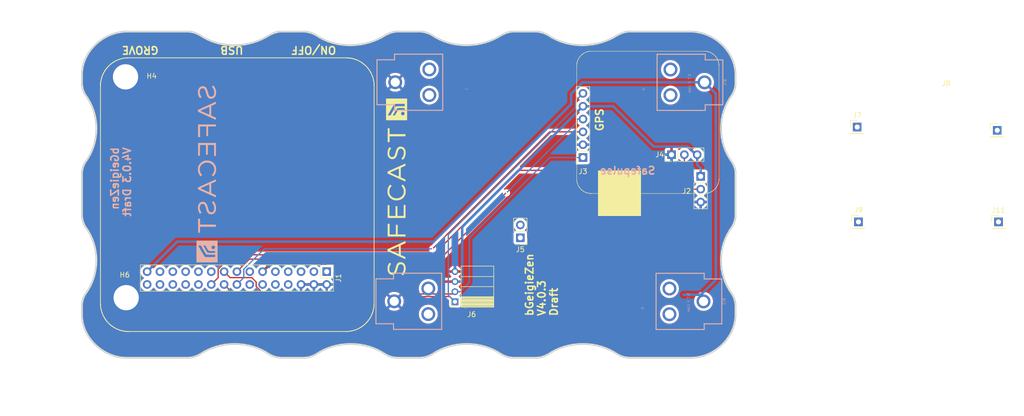
<source format=kicad_pcb>
(kicad_pcb (version 20240225) (generator "pcbnew") (generator_version "8.99")
  (title_block (title "bGeigieZen Production V4.0.3") (date "2024-03-25") (rev "V4.0.3"))
  (layers (0 "F.Cu" signal) (31 "B.Cu" signal) (34 "B.Paste" user) (35 "F.Paste" user) (36 "B.SilkS" user "B.Silkscreen") (37 "F.SilkS" user "F.Silkscreen") (38 "B.Mask" user) (39 "F.Mask" user) (44 "Edge.Cuts" user))
  (net 0 "")
  (net 1 "GND")
  (net 2 "/RX2")
  (net 3 "/TX2")
  (net 4 "3.3V")
  (net 5 "5V")
  (net 8 "/GIO34")
  (net 9 "/GIO13")
  (net 10 "/GIO5")
  (net 18 "/GIO2 on Core and GIO32 on Core-2")
  (net 24 "/SDA")
  (net 25 "/SCL")
  (net 27 "/BAT")
  (footprint "bGeigieZen:LOGO" (layer "F.Cu") (at 146.8628 97.4332 90)
    (property "Reference" "G front" (hide yes))
    (property "Value" "LOGO" (hide yes))
  )
  (footprint "Connector_PinHeader_2.54mm:PinHeader_2x15_P2.54mm_Vertical" (layer "F.Cu") (at 133.0452 114.1972 -90)
    (property "Reference" "J1")
    (property "Value" "M5 2x15 pin")
  )
  (footprint "Connector_PinSocket_2.54mm:PinSocket_1x06_P2.54mm_Vertical" (layer "F.Cu") (at 183.7937 91.5965 180)
    (property "Reference" "J3")
    (property "Value" "GPS")
  )
  (footprint "MountingHole:MountingHole_3.2mm_M3" (layer "F.Cu") (at 93.2006 75.6202)
    (property "Reference" "H4")
    (property "Value" "MountingHole_Pad")
  )
  (footprint "Connector_PinHeader_2.54mm:PinHeader_1x02_P2.54mm_Vertical" (layer "F.Cu") (at 171.3894 107.4874 180)
    (property "Reference" "J5")
    (property "Value" "Extra support header")
  )
  (footprint "Connector_PinHeader_2.54mm:PinHeader_1x03_P2.54mm_Vertical" (layer "F.Cu") (at 201.3354 91.0324 90)
    (property "Reference" "J4")
    (property "Value" "Geiger Safepulse")
  )
  (footprint "Connector_PinHeader_2.54mm:PinHeader_1x03_P2.54mm_Vertical" (layer "F.Cu") (at 207.108 95.33)
    (property "Reference" "J2")
    (property "Value" "Geiger IRover")
  )
  (footprint "Connector_PinHeader_2.54mm:PinHeader_1x01_P2.54mm_Vertical" (layer "F.Cu") (at 266.0904 104.342)
    (property "Reference" "J11")
    (property "Value" "QI input +5V")
  )
  (footprint "Connector_PinHeader_2.54mm:PinHeader_1x01_P2.54mm_Vertical" (layer "F.Cu") (at 238.3536 104.342)
    (property "Reference" "J9")
    (property "Value" "QI battery out")
  )
  (footprint "Connector_PinHeader_2.54mm:PinHeader_1x01_P2.54mm_Vertical" (layer "F.Cu") (at 238.0996 85.5628)
    (property "Reference" "J7")
    (property "Value" "QI GND out")
  )
  (footprint "MountingHole:MountingHole_3.2mm_M3" (layer "F.Cu") (at 93.3302 119.3502)
    (property "Reference" "H6")
    (property "Value" "MountingHole_Pad")
  )
  (footprint "Connector_PinSocket_2.00mm:PinSocket_1x04_P2.00mm_Horizontal" (layer "F.Cu") (at 158.4476 120.169 180)
    (property "Reference" "J6")
    (property "Value" "Grove")
  )
  (footprint "Connector_PinHeader_2.54mm:PinHeader_1x01_P2.54mm_Vertical" (layer "F.Cu") (at 265.8364 86.2064)
    (property "Reference" "J8")
    (property "Value" "QI input GND")
  )
  (footprint "Library:BATTERY_18650-HOLDER" (layer "B.Cu") (at 177.0424 120.08 180)
    (property "Reference" "BT2")
    (property "Value" " 3.7 V Lipo")
  )
  (footprint "Library:BATTERY_18650-HOLDER" (layer "B.Cu") (at 177.2456 76.6968 180)
    (property "Reference" "BT1")
    (property "Value" " 3.7 V Lipo")
  )
  (footprint "bGeigieZen:LOGO" (layer "B.Cu") (at 109.3216 94.8424 -90)
    (property "Reference" "G back" (hide yes))
    (property "Value" "LOGO" (hide yes))
  )
  (gr_line (start 208.282378 70.573416) (end 208.282378 70.573416) (stroke (width 0.078091)) (layer "F.SilkS"))
  (gr_line (start 184.004751 70.922085) (end 184.004751 70.922085) (stroke (width 0.078091)) (layer "F.SilkS"))
  (gr_line (start 210.727892 96.001977) (end 210.727892 96.001977) (stroke (width 0.078091)) (layer "F.SilkS"))
  (gr_line (start 210.122571 71.65493) (end 210.080597 71.601665) (stroke (width 0.078091)) (layer "F.SilkS"))
  (gr_line (start 137.72428 71.912767) (end 137.72428 71.912767) (stroke (width 0.150176)) (layer "F.SilkS"))
  (gr_line (start 138.491019 72.08661) (end 138.491019 72.08661) (stroke (width 0.150176)) (layer "F.SilkS"))
  (gr_line (start 209.617321 98.11335) (end 209.670594 98.071384) (stroke (width 0.078091)) (layer "F.SilkS"))
  (gr_line (start 89.142951 74.368227) (end 89.142951 74.368227) (stroke (width 0.150176)) (layer "F.SilkS"))
  (gr_line (start 88.627661 122.536684) (end 88.785956 122.899889) (stroke (width 0.150176)) (layer "F.SilkS"))
  (gr_line (start 183.383283 97.864768) (end 183.383283 97.864768) (stroke (width 0.078091)) (layer "F.SilkS"))
  (gr_line (start 184.374406 70.742915) (end 184.185532 70.825236) (stroke (width 0.078091)) (layer "F.SilkS"))
  (gr_line (start 93.209509 126.016542) (end 93.339881 126.028963) (stroke (width 0.150176)) (layer "F.SilkS"))
  (gr_line (start 209.155664 98.407135) (end 209.155664 98.407135) (stroke (width 0.078091)) (layer "F.SilkS"))
  (gr_line (start 139.462653 72.487047) (end 139.226721 72.369096) (stroke (width 0.150176)) (layer "F.SilkS"))
  (gr_line (start 142.417883 120.944215) (end 142.417883 120.944215) (stroke (width 0.150176)) (layer "F.SilkS"))
  (gr_line (start 140.592597 124.622743) (end 140.785056 124.44269) (stroke (width 0.150176)) (layer "F.SilkS"))
  (gr_line (start 183.039463 97.441839) (end 183.078199 97.498341) (stroke (width 0.078091)) (layer "F.SilkS"))
  (gr_line (start 183.50757 71.280434) (end 183.50757 71.280434) (stroke (width 0.078091)) (layer "F.SilkS"))
  (gr_line (start 139.577506 72.54915) (end 139.462653 72.487047) (stroke (width 0.150176)) (layer "F.SilkS"))
  (gr_line (start 142.09194 75.47954) (end 142.09194 75.47954) (stroke (width 0.150176)) (layer "F.SilkS"))
  (gr_line (start 137.463522 71.878618) (end 137.333136 71.866197) (stroke (width 0.150176)) (layer "F.SilkS"))
  (gr_line (start 208.747264 70.684802) (end 208.681082 70.663815) (stroke (width 0.078091)) (layer "F.SilkS"))
  (gr_line (start 90.539862 124.992143) (end 90.539862 124.992143) (stroke (width 0.150176)) (layer "F.SilkS"))
  (gr_line (start 184.342129 98.507214) (end 184.406684 98.53143) (stroke (width 0.078091)) (layer "F.SilkS"))
  (gr_line (start 88.938086 74.70659) (end 88.875983 74.821443) (stroke (width 0.150176)) (layer "F.SilkS"))
  (gr_line (start 137.333136 71.866197) (end 137.333136 71.866197) (stroke (width 0.150176)) (layer "F.SilkS"))
  (gr_line (start 88.407263 76.044511) (end 88.376196 76.171785) (stroke (width 0.150176)) (layer "F.SilkS"))
  (gr_line (start 183.481736 97.958388) (end 183.481736 97.958388) (stroke (width 0.078091)) (layer "F.SilkS"))
  (gr_line (start 183.975694 98.324814) (end 183.975694 98.324814) (stroke (width 0.078091)) (layer "F.SilkS"))
  (gr_line (start 141.343817 74.098161) (end 141.343817 74.098161) (stroke (width 0.150176)) (layer "F.SilkS"))
  (gr_line (start 184.095141 98.390996) (end 184.095141 98.390996) (stroke (width 0.078091)) (layer "F.SilkS"))
  (gr_line (start 210.587458 96.738051) (end 210.587458 96.738051) (stroke (width 0.078091)) (layer "F.SilkS"))
  (gr_line (start 208.484154 70.612161) (end 208.484154 70.612161) (stroke (width 0.078091)) (layer "F.SilkS"))
  (gr_line (start 185.236386 70.545979) (end 185.1008 70.558896) (stroke (width 0.078091)) (layer "F.SilkS"))
  (gr_line (start 140.542929 73.22896) (end 140.443595 73.145158) (stroke (width 0.150176)) (layer "F.SilkS"))
  (gr_line (start 142.430304 77.146516) (end 142.424094 77.01613) (stroke (width 0.150176)) (layer "F.SilkS"))
  (gr_line (start 210.731121 95.932565) (end 210.73274 95.830868) (stroke (width 0.078091)) (layer "F.SilkS"))
  (gr_line (start 141.828085 74.880418) (end 141.828085 74.880418) (stroke (width 0.150176)) (layer "F.SilkS"))
  (gr_line (start 93.603736 126.044481) (end 93.603736 126.044481) (stroke (width 0.150176)) (layer "F.SilkS"))
  (gr_line (start 182.548741 95.89866) (end 182.551963 95.968072) (stroke (width 0.078091)) (layer "F.SilkS"))
  (gr_line (start 184.831215 70.604091) (end 184.831215 70.604091) (stroke (width 0.078091)) (layer "F.SilkS"))
  (gr_line (start 90.487097 72.940263) (end 90.487097 72.940263) (stroke (width 0.150176)) (layer "F.SilkS"))
  (gr_line (start 183.802975 98.215047) (end 183.859469 98.252173) (stroke (width 0.078091)) (layer "F.SilkS"))
  (gr_line (start 210.461552 97.054434) (end 210.461552 97.054434) (stroke (width 0.078091)) (layer "F.SilkS"))
  (gr_line (start 183.360686 71.424105) (end 183.313872 71.47253) (stroke (width 0.078091)) (layer "F.SilkS"))
  (gr_line (start 209.920795 97.838941) (end 209.920795 97.838941) (stroke (width 0.078091)) (layer "F.SilkS"))
  (gr_line (start 91.210364 125.408113) (end 91.446295 125.526079) (stroke (width 0.150176)) (layer "F.SilkS"))
  (gr_line (start 88.245825 77.081331) (end 88.2396 77.2148) (stroke (width 0.150176)) (layer "F.SilkS"))
  (gr_line (start 183.289655 97.764681) (end 183.383283 97.864768) (stroke (width 0.078091)) (layer "F.SilkS"))
  (gr_line (start 183.888525 70.991497) (end 183.830412 71.030241) (stroke (width 0.078091)) (layer "F.SilkS"))
  (gr_line (start 139.971747 125.103899) (end 139.971747 125.103899) (stroke (width 0.150176)) (layer "F.SilkS"))
  (gr_line (start 208.316274 98.684782) (end 208.316274 98.684782) (stroke (width 0.078091)) (layer "F.SilkS"))
  (gr_line (start 91.930548 125.724748) (end 91.930548 125.724748) (stroke (width 0.150176)) (layer "F.SilkS"))
  (gr_line (start 182.913557 72.026204) (end 182.881263 72.085928) (stroke (width 0.078091)) (layer "F.SilkS"))
  (gr_line (start 182.64559 96.5734) (end 182.64559 96.5734) (stroke (width 0.078091)) (layer "F.SilkS"))
  (gr_line (start 208.350171 70.584715) (end 208.350171 70.584715) (stroke (width 0.078091)) (layer "F.SilkS"))
  (gr_line (start 92.883551 71.922075) (end 92.883551 71.922075) (stroke (width 0.150176)) (layer "F.SilkS"))
  (gr_line (start 210.037013 71.550011) (end 210.037013 71.550011) (stroke (width 0.078091)) (layer "F.SilkS"))
  (gr_line (start 90.868903 125.212541) (end 90.980658 125.28084) (stroke (width 0.150176)) (layer "F.SilkS"))
  (gr_line (start 183.50757 71.280434) (end 183.4075 71.374062) (stroke (width 0.078091)) (layer "F.SilkS"))
  (gr_line (start 208.045086 98.717067) (end 208.045086 98.717067) (stroke (width 0.078091)) (layer "F.SilkS"))
  (gr_line (start 184.095141 98.390996) (end 184.217826 98.452338) (stroke (width 0.078091)) (layer "F.SilkS"))
  (gr_line (start 139.288809 125.49814) (end 139.403678 125.43915) (stroke (width 0.150176)) (layer "F.SilkS"))
  (gr_line (start 137.463522 71.878618) (end 137.463522 71.878618) (stroke (width 0.150176)) (layer "F.SilkS"))
  (gr_line (start 209.920795 97.838941) (end 209.967609 97.790508) (stroke (width 0.078091)) (layer "F.SilkS"))
  (gr_line (start 210.461552 97.054434) (end 210.48899 96.993092) (stroke (width 0.078091)) (layer "F.SilkS"))
  (gr_line (start 89.937628 124.486147) (end 89.937628 124.486147) (stroke (width 0.150176)) (layer "F.SilkS"))
  (gr_line (start 184.27916 98.479776) (end 184.342129 98.507214) (stroke (width 0.078091)) (layer "F.SilkS"))
  (gr_line (start 140.08039 125.02939) (end 140.185935 124.954897) (stroke (width 0.150176)) (layer "F.SilkS"))
  (gr_line (start 92.433447 125.876848) (end 92.433447 125.876848) (stroke (width 0.150176)) (layer "F.SilkS"))
  (gr_line (start 140.493262 124.709657) (end 140.592597 124.622743) (stroke (width 0.150176)) (layer "F.SilkS"))
  (gr_line (start 185.1008 70.558896) (end 185.1008 70.558896) (stroke (width 0.078091)) (layer "F.SilkS"))
  (gr_line (start 182.600395 96.374854) (end 182.600395 96.374854) (stroke (width 0.078091)) (layer "F.SilkS"))
  (gr_line (start 208.93936 70.755824) (end 208.874788 70.731616) (stroke (width 0.078091)) (layer "F.SilkS"))
  (gr_line (start 141.915 122.837801) (end 141.915 122.837801) (stroke (width 0.150176)) (layer "F.SilkS"))
  (gr_line (start 185.134697 98.707379) (end 185.20249 98.713838) (stroke (width 0.078091)) (layer "F.SilkS"))
  (gr_line (start 209.873981 97.888976) (end 209.873981 97.888976) (stroke (width 0.078091)) (layer "F.SilkS"))
  (gr_line (start 183.24446 97.713027) (end 183.289655 97.764681) (stroke (width 0.078091)) (layer "F.SilkS"))
  (gr_line (start 182.931299 97.267509) (end 182.965195 97.325622) (stroke (width 0.078091)) (layer "F.SilkS"))
  (gr_line (start 183.116936 97.553225) (end 183.15891 97.608108) (stroke (width 0.078091)) (layer "F.SilkS"))
  (gr_line (start 141.45867 123.635591) (end 141.45867 123.635591) (stroke (width 0.150176)) (layer "F.SilkS"))
  (gr_line (start 185.373591 70.53952) (end 185.373591 70.53952) (stroke (width 0.078091)) (layer "F.SilkS"))
  (gr_line (start 141.734946 123.188585) (end 141.797034 123.073717) (stroke (width 0.150176)) (layer "F.SilkS"))
  (gr_line (start 208.844121 98.544348) (end 208.907074 98.520131) (stroke (width 0.078091)) (layer "F.SilkS"))
  (gr_line (start 88.581091 122.41562) (end 88.581091 122.41562) (stroke (width 0.150176)) (layer "F.SilkS"))
  (gr_line (start 88.2396 77.2148) (end 88.2396 77.2148) (stroke (width 0.150176)) (layer "F.SilkS"))
  (gr_line (start 140.642264 73.318987) (end 140.642264 73.318987) (stroke (width 0.150176)) (layer "F.SilkS"))
  (gr_line (start 184.797319 98.650885) (end 184.865112 98.665405) (stroke (width 0.078091)) (layer "F.SilkS"))
  (gr_line (start 141.492819 74.312349) (end 141.492819 74.312349) (stroke (width 0.150176)) (layer "F.SilkS"))
  (gr_line (start 182.705322 96.770337) (end 182.705322 96.770337) (stroke (width 0.078091)) (layer "F.SilkS"))
  (gr_line (start 182.558421 73.193269) (end 182.553581 73.26107) (stroke (width 0.078091)) (layer "F.SilkS"))
  (gr_line (start 92.181983 125.80855) (end 92.306189 125.842699) (stroke (width 0.150176)) (layer "F.SilkS"))
  (gr_line (start 142.433402 120.68036) (end 142.433402 120.68036) (stroke (width 0.150176)) (layer "F.SilkS"))
  (gr_line (start 184.698867 70.636369) (end 184.698867 70.636369) (stroke (width 0.078091)) (layer "F.SilkS"))
  (gr_line (start 140.443595 73.145158) (end 140.341147 73.061342) (stroke (width 0.150176)) (layer "F.SilkS"))
  (gr_line (start 88.248938 120.87903) (end 88.273779 121.139787) (stroke (width 0.150176)) (layer "F.SilkS"))
  (gr_line (start 210.080597 71.601665) (end 210.080597 71.601665) (stroke (width 0.078091)) (layer "F.SilkS"))
  (gr_line (start 209.478498 71.047999) (end 209.478498 71.047999) (stroke (width 0.078091)) (layer "F.SilkS"))
  (gr_line (start 210.731121 95.932565) (end 210.731121 95.932565) (stroke (width 0.078091)) (layer "F.SilkS"))
  (gr_line (start 210.56486 96.802614) (end 210.587458 96.738051) (stroke (width 0.078091)) (layer "F.SilkS"))
  (gr_line (start 183.610879 71.191662) (end 183.55924 71.235239) (stroke (width 0.078091)) (layer "F.SilkS"))
  (gr_line (start 210.183905 97.525779) (end 210.183905 97.525779) (stroke (width 0.078091)) (layer "F.SilkS"))
  (gr_line (start 90.229437 124.750017) (end 90.331885 124.833833) (stroke (width 0.150176)) (layer "F.SilkS"))
  (gr_line (start 139.288809 125.49814) (end 139.288809 125.49814) (stroke (width 0.150176)) (layer "F.SilkS"))
  (gr_line (start 88.844946 123.014742) (end 88.844946 123.014742) (stroke (width 0.150176)) (layer "F.SilkS"))
  (gr_line (start 140.185935 124.954897) (end 140.185935 124.954897) (stroke (width 0.150176)) (layer "F.SilkS"))
  (gr_line (start 141.381064 123.744234) (end 141.45867 123.635591) (stroke (width 0.150176)) (layer "F.SilkS"))
  (gr_line (start 90.179785 73.185503) (end 90.08042 73.272417) (stroke (width 0.150176)) (layer "F.SilkS"))
  (gr_line (start 210.529345 72.365185) (end 210.447024 72.176327) (stroke (width 0.078091)) (layer "F.SilkS"))
  (gr_line (start 209.748075 71.257837) (end 209.696421 71.21426) (stroke (width 0.078091)) (layer "F.SilkS"))
  (gr_line (start 138.863532 72.216997) (end 138.742468 72.170427) (stroke (width 0.150176)) (layer "F.SilkS"))
  (gr_line (start 141.734946 123.188585) (end 141.734946 123.188585) (stroke (width 0.150176)) (layer "F.SilkS"))
  (gr_line (start 210.693995 72.955985) (end 210.681085 72.888184) (stroke (width 0.078091)) (layer "F.SilkS"))
  (gr_line (start 138.366858 72.052461) (end 138.366858 72.052461) (stroke (width 0.150176)) (layer "F.SilkS"))
  (gr_line (start 142.371329 121.335344) (end 142.371329 121.335344) (stroke (width 0.150176)) (layer "F.SilkS"))
  (gr_line (start 210.64396 96.541115) (end 210.660099 96.474932) (stroke (width 0.078091)) (layer "F.SilkS"))
  (gr_line (start 91.747412 72.238725) (end 91.747412 72.238725) (stroke (width 0.150176)) (layer "F.SilkS"))
  (gr_line (start 183.078199 97.498341) (end 183.078199 97.498341) (stroke (width 0.078091)) (layer "F.SilkS"))
  (gr_line (start 93.535437 71.853792) (end 93.405066 71.860002) (stroke (width 0.150176)) (layer "F.SilkS"))
  (gr_line (start 88.335852 121.530916) (end 88.360694 121.658189) (stroke (width 0.150176)) (layer "F.SilkS"))
  (gr_line (start 209.643148 71.170675) (end 209.589884 71.128709) (stroke (width 0.078091)) (layer "F.SilkS"))
  (gr_line (start 183.55924 71.235239) (end 183.50757 71.280434) (stroke (width 0.078091)) (layer "F.SilkS"))
  (gr_line (start 209.848154 71.351464) (end 209.799729 71.30465) (stroke (width 0.078091)) (layer "F.SilkS"))
  (gr_line (start 182.865124 97.146443) (end 182.897402 97.207785) (stroke (width 0.078091)) (layer "F.SilkS"))
  (gr_line (start 90.592627 72.86577) (end 90.592627 72.86577) (stroke (width 0.150176)) (layer "F.SilkS"))
  (gr_line (start 140.393927 124.793474) (end 140.393927 124.793474) (stroke (width 0.150176)) (layer "F.SilkS"))
  (gr_line (start 90.868903 125.212541) (end 90.868903 125.212541) (stroke (width 0.150176)) (layer "F.SilkS"))
  (gr_line (start 91.68534 125.631609) (end 91.68534 125.631609) (stroke (width 0.150176)) (layer "F.SilkS"))
  (gr_line (start 182.572942 73.057683) (end 182.572942 73.057683) (stroke (width 0.078091)) (layer "F.SilkS"))
  (gr_line (start 92.560706 125.9079) (end 92.560706 125.9079) (stroke (width 0.150176)) (layer "F.SilkS"))
  (gr_line (start 142.427191 120.813844) (end 142.433402 120.68036) (stroke (width 0.150176)) (layer "F.SilkS"))
  (gr_line (start 137.333136 71.866197) (end 137.202765 71.856889) (stroke (width 0.150176)) (layer "F.SilkS"))
  (gr_line (start 210.334027 97.296565) (end 210.334027 97.296565) (stroke (width 0.078091)) (layer "F.SilkS"))
  (gr_line (start 208.811836 70.7074) (end 208.747264 70.684802) (stroke (width 0.078091)) (layer "F.SilkS"))
  (gr_line (start 93.799292 126.047578) (end 137.004096 126.047578) (stroke (width 0.150176)) (layer "F.SilkS"))
  (gr_line (start 208.714986 98.587924) (end 208.714986 98.587924) (stroke (width 0.078091)) (layer "F.SilkS"))
  (gr_line (start 210.726281 73.227165) (end 210.726281 73.227165) (stroke (width 0.078091)) (layer "F.SilkS"))
  (gr_line (start 89.490637 124.004991) (end 89.490637 124.004991) (stroke (width 0.150176)) (layer "F.SilkS"))
  (gr_line (start 138.301673 125.86133) (end 138.301673 125.86133) (stroke (width 0.150176)) (layer "F.SilkS"))
  (gr_line (start 137.004096 126.047578) (end 137.137579 126.041368) (stroke (width 0.150176)) (layer "F.SilkS"))
  (gr_line (start 185.1008 70.558896) (end 184.965199 70.578256) (stroke (width 0.078091)) (layer "F.SilkS"))
  (gr_line (start 208.93936 70.755824) (end 208.93936 70.755824) (stroke (width 0.078091)) (layer "F.SilkS"))
  (gr_line (start 210.280763 71.879304) (end 210.242018 71.821199) (stroke (width 0.078091)) (layer "F.SilkS"))
  (gr_line (start 141.055121 124.153993) (end 141.055121 124.153993) (stroke (width 0.150176)) (layer "F.SilkS"))
  (gr_line (start 209.873981 97.888976) (end 209.920795 97.838941) (stroke (width 0.078091)) (layer "F.SilkS"))
  (gr_line (start 137.137579 126.041368) (end 137.137579 126.041368) (stroke (width 0.150176)) (layer "F.SilkS"))
  (gr_line (start 88.360694 121.658189) (end 88.360694 121.658189) (stroke (width 0.150176)) (layer "F.SilkS"))
  (gr_line (start 141.222754 123.952226) (end 141.303458 123.849779) (stroke (width 0.150176)) (layer "F.SilkS"))
  (gr_line (start 89.214331 74.259569) (end 89.214331 74.259569) (stroke (width 0.150176)) (layer "F.SilkS"))
  (gr_line (start 183.00071 97.383734) (end 183.00071 97.383734) (stroke (width 0.078091)) (layer "F.SilkS"))
  (gr_line (start 208.078983 70.5492) (end 208.01119 70.54436) (stroke (width 0.078091)) (layer "F.SilkS"))
  (gr_line (start 184.342129 98.507214) (end 184.342129 98.507214) (stroke (width 0.078091)) (layer "F.SilkS"))
  (gr_line (start 90.331885 124.833833) (end 90.434302 124.914537) (stroke (width 0.150176)) (layer "F.SilkS"))
  (gr_line (start 208.350171 70.584715) (end 208.282378 70.573416) (stroke (width 0.078091)) (layer "F.SilkS"))
  (gr_line (start 208.844121 98.544348) (end 208.844121 98.544348) (stroke (width 0.078091)) (layer "F.SilkS"))
  (gr_line (start 142.020545 122.598772) (end 142.020545 122.598772) (stroke (width 0.150176)) (layer "F.SilkS"))
  (gr_line (start 183.664151 71.149688) (end 183.664151 71.149688) (stroke (width 0.078091)) (layer "F.SilkS"))
  (gr_line (start 184.534209 98.578244) (end 184.600383 98.599223) (stroke (width 0.078091)) (layer "F.SilkS"))
  (gr_line (start 210.447024 72.176327) (end 210.447024 72.176327) (stroke (width 0.078091)) (layer "F.SilkS"))
  (gr_line (start 209.392948 98.271541) (end 209.392948 98.271541) (stroke (width 0.078091)) (layer "F.SilkS"))
  (gr_line (start 183.137915 71.682376) (end 183.137915 71.682376) (stroke (width 0.078091)) (layer "F.SilkS"))
  (gr_line (start 210.635882 72.689646) (end 210.635882 72.689646) (stroke (width 0.078091)) (layer "F.SilkS"))
  (gr_line (start 210.608445 96.671869) (end 210.608445 96.671869) (stroke (width 0.078091)) (layer "F.SilkS"))
  (gr_line (start 90.539862 124.992143) (end 90.648505 125.069749) (stroke (width 0.150176)) (layer "F.SilkS"))
  (gr_line (start 182.705322 96.770337) (end 182.72792 96.8349) (stroke (width 0.078091)) (layer "F.SilkS"))
  (gr_line (start 183.267058 71.524184) (end 183.267058 71.524184) (stroke (width 0.078091)) (layer "F.SilkS"))
  (gr_line (start 183.433319 97.911574) (end 183.433319 97.911574) (stroke (width 0.078091)) (layer "F.SilkS"))
  (gr_line (start 92.948737 125.982393) (end 92.948737 125.982393) (stroke (width 0.150176)) (layer "F.SilkS"))
  (gr_line (start 208.078983 70.5492) (end 208.078983 70.5492) (stroke (width 0.078091)) (layer "F.SilkS"))
  (gr_line (start 140.831626 73.49904) (end 140.735388 73.409013) (stroke (width 0.150176)) (layer "F.SilkS"))
  (gr_line (start 210.183905 97.525779) (end 210.224261 97.469285) (stroke (width 0.078091)) (layer "F.SilkS"))
  (gr_line (start 90.229437 124.750017) (end 90.229437 124.750017) (stroke (width 0.150176)) (layer "F.SilkS"))
  (gr_line (start 92.433447 125.876848) (end 92.560706 125.9079) (stroke (width 0.150176)) (layer "F.SilkS"))
  (gr_line (start 91.992652 72.148698) (end 91.992652 72.148698) (stroke (width 0.150176)) (layer "F.SilkS"))
  (gr_line (start 88.515906 75.665788) (end 88.515906 75.665788) (stroke (width 0.150176)) (layer "F.SilkS"))
  (gr_line (start 184.66497 98.616981) (end 184.731145 98.634738) (stroke (width 0.078091)) (layer "F.SilkS"))
  (gr_line (start 88.267554 76.820573) (end 88.267554 76.820573) (stroke (width 0.150176)) (layer "F.SilkS"))
  (gr_line (start 141.700812 74.6476) (end 141.635611 74.535844) (stroke (width 0.150176)) (layer "F.SilkS"))
  (gr_line (start 139.403678 125.43915) (end 139.521628 125.377061) (stroke (width 0.150176)) (layer "F.SilkS"))
  (gr_line (start 141.967764 122.719835) (end 142.020545 122.598772) (stroke (width 0.150176)) (layer "F.SilkS"))
  (gr_line (start 208.874788 70.731616) (end 208.811836 70.7074) (stroke (width 0.078091)) (layer "F.SilkS"))
  (gr_line (start 210.101584 97.633935) (end 210.101584 97.633935) (stroke (width 0.078091)) (layer "F.SilkS"))
  (gr_line (start 184.125816 70.855903) (end 184.125816 70.855903) (stroke (width 0.078091)) (layer "F.SilkS"))
  (gr_line (start 183.179889 71.629111) (end 183.179889 71.629111) (stroke (width 0.078091)) (layer "F.SilkS"))
  (gr_line (start 142.197486 122.102098) (end 142.197486 122.102098) (stroke (width 0.150176)) (layer "F.SilkS"))
  (gr_line (start 141.138938 124.054659) (end 141.222754 123.952226) (stroke (width 0.150176)) (layer "F.SilkS"))
  (gr_line (start 208.450257 98.658955) (end 208.582622 98.626669) (stroke (width 0.078091)) (layer "F.SilkS"))
  (gr_line (start 140.13317 72.903032) (end 140.13317 72.903032) (stroke (width 0.150176)) (layer "F.SilkS"))
  (gr_line (start 210.384071 72.055261) (end 210.350174 71.995529) (stroke (width 0.078091)) (layer "F.SilkS"))
  (gr_line (start 182.881263 72.085928) (end 182.881263 72.085928) (stroke (width 0.078091)) (layer "F.SilkS"))
  (gr_line (start 140.29148 124.874178) (end 140.29148 124.874178) (stroke (width 0.150176)) (layer "F.SilkS"))
  (gr_line (start 142.175757 75.727892) (end 142.135397 75.603716) (stroke (width 0.150176)) (layer "F.SilkS"))
  (gr_line (start 88.242713 120.748644) (end 88.248938 120.87903) (stroke (width 0.150176)) (layer "F.SilkS"))
  (gr_line (start 89.450263 73.942949) (end 89.450263 73.942949) (stroke (width 0.150176)) (layer "F.SilkS"))
  (gr_line (start 210.660099 96.474932) (end 210.674627 96.407139) (stroke (width 0.078091)) (layer "F.SilkS"))
  (gr_line (start 185.20249 98.713838) (end 185.270283 98.718678) (stroke (width 0.078091)) (layer "F.SilkS"))
  (gr_line (start 142.324759 121.593004) (end 142.349585 121.46573) (stroke (width 0.150176)) (layer "F.SilkS"))
  (gr_line (start 183.74648 98.174692) (end 183.74648 98.174692) (stroke (width 0.078091)) (layer "F.SilkS"))
  (gr_line (start 138.68038 125.746477) (end 138.804556 125.70302) (stroke (width 0.150176)) (layer "F.SilkS"))
  (gr_line (start 138.491019 72.08661) (end 138.366858 72.052461) (stroke (width 0.150176)) (layer "F.SilkS"))
  (gr_line (start 142.113669 122.353532) (end 142.113669 122.353532) (stroke (width 0.150176)) (layer "F.SilkS"))
  (gr_line (start 141.45867 123.635591) (end 141.530066 123.526949) (stroke (width 0.150176)) (layer "F.SilkS"))
  (gr_line (start 90.130103 124.6662) (end 90.229437 124.750017) (stroke (width 0.150176)) (layer "F.SilkS"))
  (gr_line (start 183.773918 71.068978) (end 183.719043 71.107714) (stroke (width 0.078091)) (layer "F.SilkS"))
  (gr_line (start 92.691077 125.935823) (end 92.691077 125.935823) (stroke (width 0.150176)) (layer "F.SilkS"))
  (gr_line (start 208.282378 70.573416) (end 208.214577 70.563736) (stroke (width 0.078091)) (layer "F.SilkS"))
  (gr_line (start 210.687536 96.340957) (end 210.687536 96.340957) (stroke (width 0.078091)) (layer "F.SilkS"))
  (gr_line (start 89.841406 124.396135) (end 89.841406 124.396135) (stroke (width 0.150176)) (layer "F.SilkS"))
  (gr_line (start 91.210364 125.408113) (end 91.210364 125.408113) (stroke (width 0.150176)) (layer "F.SilkS"))
  (gr_line (start 209.670594 98.071384) (end 209.670594 98.071384) (stroke (width 0.078091)) (layer "F.SilkS"))
  (gr_line (start 185.304179 70.542749) (end 185.236386 70.545979) (stroke (width 0.078091)) (layer "F.SilkS"))
  (gr_line (start 182.587478 96.307061) (end 182.600395 96.374854) (stroke (width 0.078091)) (layer "F.SilkS"))
  (gr_line (start 184.566486 70.675114) (end 184.501931 70.696101) (stroke (width 0.078091)) (layer "F.SilkS"))
  (gr_line (start 92.75318 71.946916) (end 92.75318 71.946916) (stroke (width 0.150176)) (layer "F.SilkS"))
  (gr_line (start 89.797949 73.548708) (end 89.707923 73.641832) (stroke (width 0.150176)) (layer "F.SilkS"))
  (gr_line (start 184.698867 70.636369) (end 184.566486 70.675114) (stroke (width 0.078091)) (layer "F.SilkS"))
  (gr_line (start 208.01119 70.54436) (end 207.941778 70.541139) (stroke (width 0.078091)) (layer "F.SilkS"))
  (gr_line (start 137.528708 126.010332) (end 137.528708 126.010332) (stroke (width 0.150176)) (layer "F.SilkS"))
  (gr_line (start 210.40021 97.17711) (end 210.40021 97.17711) (stroke (width 0.078091)) (layer "F.SilkS"))
  (gr_line (start 92.054724 125.768205) (end 92.054724 125.768205) (stroke (width 0.150176)) (layer "F.SilkS"))
  (gr_line (start 89.003272 74.591722) (end 89.003272 74.591722) (stroke (width 0.150176)) (layer "F.SilkS"))
  (gr_line (start 89.707923 73.641832) (end 89.617896 73.741167) (stroke (width 0.150176)) (layer "F.SilkS"))
  (gr_line (start 184.374406 70.742915) (end 184.374406 70.742915) (stroke (width 0.078091)) (layer "F.SilkS"))
  (gr_line (start 141.182395 73.890169) (end 141.098578 73.790834) (stroke (width 0.150176)) (layer "F.SilkS"))
  (gr_line (start 184.897406 70.591174) (end 184.831215 70.604091) (stroke (width 0.078091)) (layer "F.SilkS"))
  (gr_line (start 90.179785 73.185503) (end 90.179785 73.185503) (stroke (width 0.150176)) (layer "F.SilkS"))
  (gr_line (start 140.493262 124.709657) (end 140.493262 124.709657) (stroke (width 0.150176)) (layer "F.SilkS"))
  (gr_line (start 90.434302 124.914537) (end 90.434302 124.914537) (stroke (width 0.150176)) (layer "F.SilkS"))
  (gr_line (start 88.844946 123.014742) (end 88.907019 123.132707) (stroke (width 0.150176)) (layer "F.SilkS"))
  (gr_line (start 142.405463 121.074587) (end 142.405463 121.074587) (stroke (width 0.150176)) (layer "F.SilkS"))
  (gr_line (start 91.095496 125.346025) (end 91.095496 125.346025) (stroke (width 0.150176)) (layer "F.SilkS"))
  (gr_line (start 210.48899 96.993092) (end 210.516435 96.930139) (stroke (width 0.078091)) (layer "F.SilkS"))
  (gr_line (start 141.343817 74.098161) (end 141.263114 73.992601) (stroke (width 0.150176)) (layer "F.SilkS"))
  (gr_line (start 141.828085 74.880418) (end 141.765997 74.762468) (stroke (width 0.150176)) (layer "F.SilkS"))
  (gr_line (start 88.581091 122.41562) (end 88.627661 122.536684) (stroke (width 0.150176)) (layer "F.SilkS"))
  (gr_line (start 184.600383 98.599223) (end 184.600383 98.599223) (stroke (width 0.078091)) (layer "F.SilkS"))
  (gr_line (start 92.116797 72.108339) (end 91.992652 72.148698) (stroke (width 0.150176)) (layer "F.SilkS"))
  (gr_line (start 142.436514 77.28) (end 142.430304 77.146516) (stroke (width 0.150176)) (layer "F.SilkS"))
  (gr_line (start 90.92478 72.648485) (end 90.92478 72.648485) (stroke (width 0.150176)) (layer "F.SilkS"))
  (gr_line (start 182.593936 72.922081) (end 182.582638 72.989882) (stroke (width 0.078091)) (layer "F.SilkS"))
  (gr_line (start 208.416353 70.597633) (end 208.416353 70.597633) (stroke (width 0.078091)) (layer "F.SilkS"))
  (gr_line (start 183.15891 97.608108) (end 183.200883 97.661373) (stroke (width 0.078091)) (layer "F.SilkS"))
  (gr_line (start 142.371329 121.335344) (end 142.389945 121.204973) (stroke (width 0.150176)) (layer "F.SilkS"))
  (gr_line (start 88.2396 77.2148) (end 88.236517 77.410387) (stroke (width 0.150176)) (layer "F.SilkS"))
  (gr_line (start 210.723051 96.06977) (end 210.723051 96.06977) (stroke (width 0.078091)) (layer "F.SilkS"))
  (gr_line (start 210.101584 97.633935) (end 210.14355 97.580662) (stroke (width 0.078091)) (layer "F.SilkS"))
  (gr_line (start 90.381537 73.020982) (end 90.27909 73.101701) (stroke (width 0.150176)) (layer "F.SilkS"))
  (gr_line (start 137.919837 125.948244) (end 137.919837 125.948244) (stroke (width 0.150176)) (layer "F.SilkS"))
  (gr_line (start 141.303458 123.849779) (end 141.303458 123.849779) (stroke (width 0.150176)) (layer "F.SilkS"))
  (gr_line (start 141.567328 74.424089) (end 141.492819 74.312349) (stroke (width 0.150176)) (layer "F.SilkS"))
  (gr_line (start 141.700812 74.6476) (end 141.700812 74.6476) (stroke (width 0.150176)) (layer "F.SilkS"))
  (gr_line (start 209.305778 70.938232) (end 209.305778 70.938232) (stroke (width 0.078091)) (layer "F.SilkS"))
  (gr_line (start 88.422766 121.912737) (end 88.49726 122.167284) (stroke (width 0.150176)) (layer "F.SilkS"))
  (gr_line (start 140.642264 73.318987) (end 140.542929 73.22896) (stroke (width 0.150176)) (layer "F.SilkS"))
  (gr_line (start 139.859992 125.178392) (end 139.859992 125.178392) (stroke (width 0.150176)) (layer "F.SilkS"))
  (gr_line (start 88.360694 121.658189) (end 88.422766 121.912737) (stroke (width 0.150176)) (layer "F.SilkS"))
  (gr_line (start 89.254706 123.691469) (end 89.329199 123.797014) (stroke (width 0.150176)) (layer "F.SilkS"))
  (gr_line (start 210.660099 96.474932) (end 210.660099 96.474932) (stroke (width 0.078091)) (layer "F.SilkS"))
  (gr_line (start 210.447024 72.176327) (end 210.416356 72.116595) (stroke (width 0.078091)) (layer "F.SilkS"))
  (gr_line (start 210.350174 71.995529) (end 210.31627 71.937417) (stroke (width 0.078091)) (layer "F.SilkS"))
  (gr_line (start 182.982968 71.90836) (end 182.947453 71.966473) (stroke (width 0.078091)) (layer "F.SilkS"))
  (gr_line (start 88.422766 121.912737) (end 88.422766 121.912737) (stroke (width 0.150176)) (layer "F.SilkS"))
  (gr_line (start 142.399252 76.755388) (end 142.362006 76.49463) (stroke (width 0.150176)) (layer "F.SilkS"))
  (gr_line (start 210.626202 96.607297) (end 210.626202 96.607297) (stroke (width 0.078091)) (layer "F.SilkS"))
  (gr_line (start 208.18068 98.70415) (end 208.18068 98.70415) (stroke (width 0.078091)) (layer "F.SilkS"))
  (gr_line (start 88.236517 120.61516) (end 88.242713 120.748644) (stroke (width 0.150176)) (layer "F.SilkS"))
  (gr_line (start 142.324759 121.593004) (end 142.324759 121.593004) (stroke (width 0.150176)) (layer "F.SilkS"))
  (gr_line (start 142.362006 76.49463) (end 142.362006 76.49463) (stroke (width 0.150176)) (layer "F.SilkS"))
  (gr_line (start 208.714986 98.587924) (end 208.77955 98.566945) (stroke (width 0.078091)) (layer "F.SilkS"))
  (gr_line (start 210.080597 71.601665) (end 210.037013 71.550011) (stroke (width 0.078091)) (layer "F.SilkS"))
  (gr_line (start 210.224261 97.469285) (end 210.224261 97.469285) (stroke (width 0.078091)) (layer "F.SilkS"))
  (gr_line (start 183.975694 98.324814) (end 184.03541 98.358711) (stroke (width 0.078091)) (layer "F.SilkS"))
  (gr_line (start 139.915869 72.754015) (end 139.804114 72.682619) (stroke (width 0.150176)) (layer "F.SilkS"))
  (gr_line (start 182.740837 72.397471) (end 182.716621 72.460424) (stroke (width 0.078091)) (layer "F.SilkS"))
  (gr_line (start 209.991817 71.498357) (end 209.991817 71.498357) (stroke (width 0.078091)) (layer "F.SilkS"))
  (gr_line (start 183.481736 97.958388) (end 183.533405 98.005202) (stroke (width 0.078091)) (layer "F.SilkS"))
  (gr_line (start 142.33718 76.364244) (end 142.33718 76.364244) (stroke (width 0.150176)) (layer "F.SilkS"))
  (gr_line (start 182.550344 73.330473) (end 182.548741 73.432179) (stroke (width 0.078091)) (layer "F.SilkS"))
  (gr_line (start 89.180213 123.582811) (end 89.254706 123.691469) (stroke (width 0.150176)) (layer "F.SilkS"))
  (gr_line (start 209.507555 98.19406) (end 209.507555 98.19406) (stroke (width 0.078091)) (layer "F.SilkS"))
  (gr_line (start 185.270283 98.718678) (end 185.270283 98.718678) (stroke (width 0.078091)) (layer "F.SilkS"))
  (gr_line (start 91.868475 72.192155) (end 91.868475 72.192155) (stroke (width 0.150176)) (layer "F.SilkS"))
  (gr_line (start 141.303458 123.849779) (end 141.381064 123.744234) (stroke (width 0.150176)) (layer "F.SilkS"))
  (gr_line (start 141.492819 74.312349) (end 141.418326 74.203691) (stroke (width 0.150176)) (layer "F.SilkS"))
  (gr_line (start 210.587458 96.738051) (end 210.608445 96.671869) (stroke (width 0.078091)) (layer "F.SilkS"))
  (gr_line (start 210.280763 71.879304) (end 210.280763 71.879304) (stroke (width 0.078091)) (layer "F.SilkS"))
  (gr_line (start 88.236517 77.410387) (end 88.236517 77.410387) (stroke (width 0.150176)) (layer "F.SilkS"))
  (gr_line (start 184.931302 98.678323) (end 184.931302 98.678323) (stroke (width 0.078091)) (layer "F.SilkS"))
  (gr_line (start 140.024512 72.825426) (end 140.024512 72.825426) (stroke (width 0.150176)) (layer "F.SilkS"))
  (gr_line (start 184.185532 70.825236) (end 184.185532 70.825236) (stroke (width 0.078091)) (layer "F.SilkS"))
  (gr_line (start 91.809485 125.678178) (end 91.930548 125.724748) (stroke (width 0.150176)) (layer "F.SilkS"))
  (gr_line (start 141.263114 73.992601) (end 141.182395 73.890169) (stroke (width 0.150176)) (layer "F.SilkS"))
  (gr_line (start 139.804114 72.682619) (end 139.692359 72.614336) (stroke (width 0.150176)) (layer "F.SilkS"))
  (gr_line (start 182.568117 96.171467) (end 182.587478 96.307061) (stroke (width 0.078091)) (layer "F.SilkS"))
  (gr_line (start 89.07157 74.479967) (end 89.07157 74.479967) (stroke (width 0.150176)) (layer "F.SilkS"))
  (gr_line (start 88.242713 120.748644) (end 88.242713 120.748644) (stroke (width 0.150176)) (layer "F.SilkS"))
  (gr_line (start 182.56488 73.125476) (end 182.558421 73.193269) (stroke (width 0.078091)) (layer "F.SilkS"))
  (gr_line (start 88.537634 122.29146) (end 88.581091 122.41562) (stroke (width 0.150176)) (layer "F.SilkS"))
  (gr_line (start 210.576159 72.49271) (end 210.553561 72.428138) (stroke (width 0.078091)) (layer "F.SilkS"))
  (gr_line (start 210.726281 73.227165) (end 210.713363 73.091579) (stroke (width 0.078091)) (layer "F.SilkS"))
  (gr_line (start 88.49726 122.167284) (end 88.537634 122.29146) (stroke (width 0.150176)) (layer "F.SilkS"))
  (gr_line (start 92.560706 125.9079) (end 92.691077 125.935823) (stroke (width 0.150176)) (layer "F.SilkS"))
  (gr_line (start 210.416356 72.116595) (end 210.384071 72.055261) (stroke (width 0.078091)) (layer "F.SilkS"))
  (gr_line (start 138.301673 125.86133) (end 138.55622 125.786821) (stroke (width 0.150176)) (layer "F.SilkS"))
  (gr_line (start 92.691077 125.935823) (end 92.818366 125.960664) (stroke (width 0.150176)) (layer "F.SilkS"))
  (gr_line (start 182.613313 96.441036) (end 182.64559 96.5734) (stroke (width 0.078091)) (layer "F.SilkS"))
  (gr_line (start 141.797034 123.073717) (end 141.915 122.837801) (stroke (width 0.150176)) (layer "F.SilkS"))
  (gr_line (start 138.804556 125.70302) (end 138.92562 125.65645) (stroke (width 0.150176)) (layer "F.SilkS"))
  (gr_line (start 90.030737 124.576173) (end 90.030737 124.576173) (stroke (width 0.150176)) (layer "F.SilkS"))
  (gr_line (start 90.27909 73.101701) (end 90.27909 73.101701) (stroke (width 0.150176)) (layer "F.SilkS"))
  (gr_line (start 142.427191 120.813844) (end 142.427191 120.813844) (stroke (width 0.150176)) (layer "F.SilkS"))
  (gr_line (start 210.540644 96.865575) (end 210.56486 96.802614) (stroke (width 0.078091)) (layer "F.SilkS"))
  (gr_line (start 89.937628 124.486147) (end 90.030737 124.576173) (stroke (width 0.150176)) (layer "F.SilkS"))
  (gr_line (start 142.430304 77.146516) (end 142.430304 77.146516) (stroke (width 0.150176)) (layer "F.SilkS"))
  (gr_line (start 142.424094 77.01613) (end 142.399252 76.755388) (stroke (width 0.150176)) (layer "F.SilkS"))
  (gr_line (start 92.948737 125.982393) (end 93.079138 126.001024) (stroke (width 0.150176)) (layer "F.SilkS"))
  (gr_line (start 142.231635 121.977922) (end 142.231635 121.977922) (stroke (width 0.150176)) (layer "F.SilkS"))
  (gr_line (start 89.105689 123.471071) (end 89.180213 123.582811) (stroke (width 0.150176)) (layer "F.SilkS"))
  (gr_line (start 138.863532 72.216997) (end 138.863532 72.216997) (stroke (width 0.150176)) (layer "F.SilkS"))
  (gr_line (start 90.434302 124.914537) (end 90.539862 124.992143) (stroke (width 0.150176)) (layer "F.SilkS"))
  (gr_line (start 182.600395 96.374854) (end 182.613313 96.441036) (stroke (width 0.078091)) (layer "F.SilkS"))
  (gr_line (start 210.014415 97.738854) (end 210.014415 97.738854) (stroke (width 0.078091)) (layer "F.SilkS"))
  (gr_line (start 210.334027 97.296565) (end 210.367924 97.236842) (stroke (width 0.078091)) (layer "F.SilkS"))
  (gr_line (start 184.965199 70.578256) (end 184.965199 70.578256) (stroke (width 0.078091)) (layer "F.SilkS"))
  (gr_line (start 137.267951 126.035173) (end 137.528708 126.010332) (stroke (width 0.150176)) (layer "F.SilkS"))
  (gr_line (start 89.707923 73.641832) (end 89.707923 73.641832) (stroke (width 0.150176)) (layer "F.SilkS"))
  (gr_line (start 183.097575 71.737259) (end 183.097575 71.737259) (stroke (width 0.078091)) (layer "F.SilkS"))
  (gr_line (start 209.095933 98.43781) (end 209.095933 98.43781) (stroke (width 0.078091)) (layer "F.SilkS"))
  (gr_line (start 208.18068 98.70415) (end 208.316274 98.684782) (stroke (width 0.078091)) (layer "F.SilkS"))
  (gr_line (start 183.830412 71.030241) (end 183.773918 71.068978) (stroke (width 0.078091)) (layer "F.SilkS"))
  (gr_line (start 210.713363 73.091579) (end 210.713363 73.091579) (stroke (width 0.078091)) (layer "F.SilkS"))
  (gr_line (start 182.792475 72.269947) (end 182.792475 72.269947) (stroke (width 0.078091)) (layer "F.SilkS"))
  (gr_line (start 210.73274 95.830868) (end 210.73274 73.364378) (stroke (width 0.078091)) (layer "F.SilkS"))
  (gr_line (start 140.13317 72.903032) (end 140.024512 72.825426) (stroke (width 0.150176)) (layer "F.SilkS"))
  (gr_line (start 182.684327 96.705765) (end 182.684327 96.705765) (stroke (width 0.078091)) (layer "F.SilkS"))
  (gr_line (start 139.636481 125.311876) (end 139.636481 125.311876) (stroke (width 0.150176)) (layer "F.SilkS"))
  (gr_line (start 88.255133 76.950945) (end 88.255133 76.950945) (stroke (width 0.150176)) (layer "F.SilkS"))
  (gr_line (start 209.799729 71.30465) (end 209.799729 71.30465) (stroke (width 0.078091)) (layer "F.SilkS"))
  (gr_line (start 142.436514 120.484789) (end 142.436514 77.28) (stroke (width 0.150176)) (layer "F.SilkS"))
  (gr_line (start 182.881263 72.085928) (end 182.819929 72.208604) (stroke (width 0.078091)) (layer "F.SilkS"))
  (gr_line (start 89.887976 73.45247) (end 89.797949 73.548708) (stroke (width 0.150176)) (layer "F.SilkS"))
  (gr_line (start 185.066904 98.69931) (end 185.066904 98.69931) (stroke (width 0.078091)) (layer "F.SilkS"))
  (gr_line (start 138.047125 125.923418) (end 138.301673 125.86133) (stroke (width 0.150176)) (layer "F.SilkS"))
  (gr_line (start 184.185532 70.825236) (end 184.125816 70.855903) (stroke (width 0.078091)) (layer "F.SilkS"))
  (gr_line (start 209.722248 98.027799) (end 209.773902 97.982604) (stroke (width 0.078091)) (layer "F.SilkS"))
  (gr_line (start 138.618292 72.12697) (end 138.491019 72.08661) (stroke (width 0.150176)) (layer "F.SilkS"))
  (gr_line (start 92.818366 125.960664) (end 92.818366 125.960664) (stroke (width 0.150176)) (layer "F.SilkS"))
  (gr_line (start 209.45106 98.232805) (end 209.507555 98.19406) (stroke (width 0.078091)) (layer "F.SilkS"))
  (gr_line (start 138.55622 125.786821) (end 138.55622 125.786821) (stroke (width 0.150176)) (layer "F.SilkS"))
  (gr_line (start 209.392948 98.271541) (end 209.45106 98.232805) (stroke (width 0.078091)) (layer "F.SilkS"))
  (gr_line (start 183.24446 97.713027) (end 183.24446 97.713027) (stroke (width 0.078091)) (layer "F.SilkS"))
  (gr_line (start 88.311011 121.400545) (end 88.335852 121.530916) (stroke (width 0.150176)) (layer "F.SilkS"))
  (gr_line (start 88.441382 75.917238) (end 88.441382 75.917238) (stroke (width 0.150176)) (layer "F.SilkS"))
  (gr_line (start 92.306189 125.842699) (end 92.306189 125.842699) (stroke (width 0.150176)) (layer "F.SilkS"))
  (gr_line (start 182.558421 73.193269) (end 182.558421 73.193269) (stroke (width 0.078091)) (layer "F.SilkS"))
  (gr_line (start 184.999095 98.689622) (end 184.999095 98.689622) (stroke (width 0.078091)) (layer "F.SilkS"))
  (gr_line (start 183.585059 98.048786) (end 183.638332 98.092371) (stroke (width 0.078091)) (layer "F.SilkS"))
  (gr_line (start 89.03739 123.359316) (end 89.105689 123.471071) (stroke (width 0.150176)) (layer "F.SilkS"))
  (gr_line (start 182.553581 73.26107) (end 182.550344 73.330473) (stroke (width 0.078091)) (layer "F.SilkS"))
  (gr_line (start 138.112311 71.987276) (end 138.112311 71.987276) (stroke (width 0.150176)) (layer "F.SilkS"))
  (gr_line (start 210.73274 73.364378) (end 210.73274 73.364378) (stroke (width 0.078091)) (layer "F.SilkS"))
  (gr_line (start 183.313872 71.47253) (end 183.313872 71.47253) (stroke (width 0.078091)) (layer "F.SilkS"))
  (gr_line (start 90.130103 124.6662) (end 90.130103 124.6662) (stroke (width 0.150176)) (layer "F.SilkS"))
  (gr_line (start 138.92562 125.65645) (end 139.288809 125.49814) (stroke (width 0.150176)) (layer "F.SilkS"))
  (gr_line (start 209.216999 98.374849) (end 209.276722 98.340953) (stroke (width 0.078091)) (layer "F.SilkS"))
  (gr_line (start 141.418326 74.203691) (end 141.343817 74.098161) (stroke (width 0.150176)) (layer "F.SilkS"))
  (gr_line (start 184.501931 70.696101) (end 184.501931 70.696101) (stroke (width 0.078091)) (layer "F.SilkS"))
  (gr_line (start 93.144324 71.884843) (end 93.144324 71.884843) (stroke (width 0.150176)) (layer "F.SilkS"))
  (gr_line (start 210.367924 97.236842) (end 210.367924 97.236842) (stroke (width 0.078091)) (layer "F.SilkS"))
  (gr_line (start 88.705237 75.175325) (end 88.652472 75.296388) (stroke (width 0.150176)) (layer "F.SilkS"))
  (gr_line (start 89.03739 123.359316) (end 89.03739 123.359316) (stroke (width 0.150176)) (layer "F.SilkS"))
  (gr_line (start 92.371375 72.03383) (end 92.371375 72.03383) (stroke (width 0.150176)) (layer "F.SilkS"))
  (gr_line (start 185.441384 98.723518) (end 185.441384 98.723518) (stroke (width 0.078091)) (layer "F.SilkS"))
  (gr_line (start 183.223481 71.575838) (end 183.223481 71.575838) (stroke (width 0.078091)) (layer "F.SilkS"))
  (gr_line (start 210.416356 72.116595) (end 210.416356 72.116595) (stroke (width 0.078091)) (layer "F.SilkS"))
  (gr_line (start 210.29852 97.354678) (end 210.334027 97.296565) (stroke (width 0.078091)) (layer "F.SilkS"))
  (gr_line (start 210.367924 97.236842) (end 210.40021 97.17711) (stroke (width 0.078091)) (layer "F.SilkS"))
  (gr_line (start 138.92562 125.65645) (end 138.92562 125.65645) (stroke (width 0.150176)) (layer "F.SilkS"))
  (gr_line (start 182.913557 72.026204) (end 182.913557 72.026204) (stroke (width 0.078091)) (layer "F.SilkS"))
  (gr_line (start 183.020086 71.850255) (end 183.020086 71.850255) (stroke (width 0.078091)) (layer "F.SilkS"))
  (gr_line (start 93.603736 126.044481) (end 93.799292 126.047578) (stroke (width 0.150176)) (layer "F.SilkS"))
  (gr_line (start 210.203282 71.764697) (end 210.203282 71.764697) (stroke (width 0.078091)) (layer "F.SilkS"))
  (gr_line (start 183.859469 98.252173) (end 183.917581 98.289299) (stroke (width 0.078091)) (layer "F.SilkS"))
  (gr_line (start 93.405066 71.860002) (end 93.405066 71.860002) (stroke (width 0.150176)) (layer "F.SilkS"))
  (gr_line (start 89.254706 123.691469) (end 89.254706 123.691469) (stroke (width 0.150176)) (layer "F.SilkS"))
  (gr_line (start 210.668168 72.82201) (end 210.668168 72.82201) (stroke (width 0.078091)) (layer "F.SilkS"))
  (gr_line (start 88.236517 77.410387) (end 88.236517 120.61516) (stroke (width 0.150176)) (layer "F.SilkS"))
  (gr_rect (start 186.842112 94.226864) (end 195.224112 103.116864) (stroke (width 0.12)) (fill solid) (layer "F.SilkS"))
  (gr_line (start 208.450257 98.658955) (end 208.450257 98.658955) (stroke (width 0.078091)) (layer "F.SilkS"))
  (gr_line (start 88.907019 123.132707) (end 88.907019 123.132707) (stroke (width 0.150176)) (layer "F.SilkS"))
  (gr_line (start 183.830412 71.030241) (end 183.830412 71.030241) (stroke (width 0.078091)) (layer "F.SilkS"))
  (gr_line (start 138.804556 125.70302) (end 138.804556 125.70302) (stroke (width 0.150176)) (layer "F.SilkS"))
  (gr_line (start 140.542929 73.22896) (end 140.542929 73.22896) (stroke (width 0.150176)) (layer "F.SilkS"))
  (gr_line (start 208.416353 70.597633) (end 208.350171 70.584715) (stroke (width 0.078091)) (layer "F.SilkS"))
  (gr_line (start 182.64559 96.5734) (end 182.684327 96.705765) (stroke (width 0.078091)) (layer "F.SilkS"))
  (gr_line (start 88.273779 121.139787) (end 88.311011 121.400545) (stroke (width 0.150176)) (layer "F.SilkS"))
  (gr_line (start 210.553561 72.428138) (end 210.553561 72.428138) (stroke (width 0.078091)) (layer "F.SilkS"))
  (gr_line (start 141.601477 123.415193) (end 141.601477 123.415193) (stroke (width 0.150176)) (layer "F.SilkS"))
  (gr_line (start 139.108771 72.316332) (end 139.108771 72.316332) (stroke (width 0.150176)) (layer "F.SilkS"))
  (gr_line (start 207.840081 70.53952) (end 185.373591 70.53952) (stroke (width 0.078091)) (layer "F.SilkS"))
  (gr_line (start 141.765997 74.762468) (end 141.765997 74.762468) (stroke (width 0.150176)) (layer "F.SilkS"))
  (gr_line (start 182.865124 97.146443) (end 182.865124 97.146443) (stroke (width 0.078091)) (layer "F.SilkS"))
  (gr_line (start 209.562438 98.155324) (end 209.562438 98.155324) (stroke (width 0.078091)) (layer "F.SilkS"))
  (gr_line (start 182.765038 72.332899) (end 182.740837 72.397471) (stroke (width 0.078091)) (layer "F.SilkS"))
  (gr_line (start 88.537634 122.29146) (end 88.537634 122.29146) (stroke (width 0.150176)) (layer "F.SilkS"))
  (gr_line (start 182.740837 72.397471) (end 182.740837 72.397471) (stroke (width 0.078091)) (layer "F.SilkS"))
  (gr_line (start 88.652472 75.296388) (end 88.605933 75.420564) (stroke (width 0.150176)) (layer "F.SilkS"))
  (gr_line (start 182.5552 96.035873) (end 182.5552 96.035873) (stroke (width 0.078091)) (layer "F.SilkS"))
  (gr_line (start 89.661353 124.203661) (end 89.841406 124.396135) (stroke (width 0.150176)) (layer "F.SilkS"))
  (gr_line (start 209.363891 70.973739) (end 209.363891 70.973739) (stroke (width 0.078091)) (layer "F.SilkS"))
  (gr_line (start 141.887061 74.995287) (end 141.828085 74.880418) (stroke (width 0.150176)) (layer "F.SilkS"))
  (gr_line (start 88.311011 121.400545) (end 88.311011 121.400545) (stroke (width 0.150176)) (layer "F.SilkS"))
  (gr_line (start 209.095933 98.43781) (end 209.155664 98.407135) (stroke (width 0.078091)) (layer "F.SilkS"))
  (gr_line (start 139.226721 72.369096) (end 139.226721 72.369096) (stroke (width 0.150176)) (layer "F.SilkS"))
  (gr_line (start 141.601477 123.415193) (end 141.66976 123.303438) (stroke (width 0.150176)) (layer "F.SilkS"))
  (gr_line (start 209.45106 98.232805) (end 209.45106 98.232805) (stroke (width 0.078091)) (layer "F.SilkS"))
  (gr_line (start 140.185935 124.954897) (end 140.29148 124.874178) (stroke (width 0.150176)) (layer "F.SilkS"))
  (gr_line (start 208.77955 98.566945) (end 208.77955 98.566945) (stroke (width 0.078091)) (layer "F.SilkS"))
  (gr_line (start 208.582622 98.626669) (end 208.714986 98.587924) (stroke (width 0.078091)) (layer "F.SilkS"))
  (gr_line (start 183.55924 71.235239) (end 183.55924 71.235239) (stroke (width 0.078091)) (layer "F.SilkS"))
  (gr_line (start 182.587478 96.307061) (end 182.587478 96.307061) (stroke (width 0.078091)) (layer "F.SilkS"))
  (gr_line (start 209.063647 70.810708) (end 209.002313 70.78327) (stroke (width 0.078091)) (layer "F.SilkS"))
  (gr_line (start 209.363891 70.973739) (end 209.305778 70.938232) (stroke (width 0.078091)) (layer "F.SilkS"))
  (gr_line (start 140.341147 73.061342) (end 140.238715 72.980638) (stroke (width 0.150176)) (layer "F.SilkS"))
  (gr_line (start 88.938086 74.70659) (end 88.938086 74.70659) (stroke (width 0.150176)) (layer "F.SilkS"))
  (gr_line (start 207.941778 70.541139) (end 207.941778 70.541139) (stroke (width 0.078091)) (layer "F.SilkS"))
  (gr_line (start 210.058 97.6872) (end 210.101584 97.633935) (stroke (width 0.078091)) (layer "F.SilkS"))
  (gr_line (start 142.312338 76.236986) (end 142.312338 76.236986) (stroke (width 0.150176)) (layer "F.SilkS"))
  (gr_line (start 142.436514 77.28) (end 142.436514 77.28) (stroke (width 0.150176)) (layer "F.SilkS"))
  (gr_line (start 142.349585 121.46573) (end 142.349585 121.46573) (stroke (width 0.150176)) (layer "F.SilkS"))
  (gr_line (start 184.931302 98.678323) (end 184.999095 98.689622) (stroke (width 0.078091)) (layer "F.SilkS"))
  (gr_line (start 142.157126 122.229372) (end 142.197486 122.102098) (stroke (width 0.150176)) (layer "F.SilkS"))
  (gr_line (start 183.4075 71.374062) (end 183.360686 71.424105) (stroke (width 0.078091)) (layer "F.SilkS"))
  (gr_line (start 209.773902 97.982604) (end 209.773902 97.982604) (stroke (width 0.078091)) (layer "F.SilkS"))
  (gr_line (start 210.553561 72.428138) (end 210.529345 72.365185) (stroke (width 0.078091)) (layer "F.SilkS"))
  (gr_line (start 182.765038 72.332899) (end 182.765038 72.332899) (stroke (width 0.078091)) (layer "F.SilkS"))
  (gr_line (start 91.68534 125.631609) (end 91.809485 125.678178) (stroke (width 0.150176)) (layer "F.SilkS"))
  (gr_line (start 88.49726 122.167284) (end 88.49726 122.167284) (stroke (width 0.150176)) (layer "F.SilkS"))
  (gr_line (start 183.888525 70.991497) (end 183.888525 70.991497) (stroke (width 0.078091)) (layer "F.SilkS"))
  (gr_line (start 183.116936 97.553225) (end 183.116936 97.553225) (stroke (width 0.078091)) (layer "F.SilkS"))
  (gr_line (start 89.534094 73.840501) (end 89.450263 73.942949) (stroke (width 0.150176)) (layer "F.SilkS"))
  (gr_line (start 88.323432 76.42943) (end 88.301703 76.559816) (stroke (width 0.150176)) (layer "F.SilkS"))
  (gr_line (start 90.381537 73.020982) (end 90.381537 73.020982) (stroke (width 0.150176)) (layer "F.SilkS"))
  (gr_line (start 139.462653 72.487047) (end 139.462653 72.487047) (stroke (width 0.150176)) (layer "F.SilkS"))
  (gr_line (start 184.731145 98.634738) (end 184.797319 98.650885) (stroke (width 0.078091)) (layer "F.SilkS"))
  (gr_line (start 89.617896 73.741167) (end 89.534094 73.840501) (stroke (width 0.150176)) (layer "F.SilkS"))
  (gr_line (start 88.376196 76.171785) (end 88.348242 76.302171) (stroke (width 0.150176)) (layer "F.SilkS"))
  (gr_line (start 139.577506 72.54915) (end 139.577506 72.54915) (stroke (width 0.150176)) (layer "F.SilkS"))
  (gr_line (start 209.216999 98.374849) (end 209.216999 98.374849) (stroke (width 0.078091)) (layer "F.SilkS"))
  (gr_line (start 142.231635 121.977922) (end 142.265784 121.850649) (stroke (width 0.150176)) (layer "F.SilkS"))
  (gr_line (start 183.039463 97.441839) (end 183.039463 97.441839) (stroke (width 0.078091)) (layer "F.SilkS"))
  (gr_line (start 142.349585 121.46573) (end 142.371329 121.335344) (stroke (width 0.150176)) (layer "F.SilkS"))
  (gr_line (start 182.752136 96.897853) (end 182.752136 96.897853) (stroke (width 0.078091)) (layer "F.SilkS"))
  (gr_line (start 142.399252 76.755388) (end 142.399252 76.755388) (stroke (width 0.150176)) (layer "F.SilkS"))
  (gr_line (start 208.582622 98.626669) (end 208.582622 98.626669) (stroke (width 0.078091)) (layer "F.SilkS"))
  (gr_line (start 142.045371 75.358476) (end 142.045371 75.358476) (stroke (width 0.150176)) (layer "F.SilkS"))
  (gr_line (start 184.999095 98.689622) (end 185.066904 98.69931) (stroke (width 0.078091)) (layer "F.SilkS"))
  (gr_line (start 208.747264 70.684802) (end 208.747264 70.684802) (stroke (width 0.078091)) (layer "F.SilkS"))
  (gr_line (start 183.585059 98.048786) (end 183.585059 98.048786) (stroke (width 0.078091)) (layer "F.SilkS"))
  (gr_line (start 142.362006 76.49463) (end 142.33718 76.364244) (stroke (width 0.150176)) (layer "F.SilkS"))
  (gr_line (start 137.267951 126.035173) (end 137.267951 126.035173) (stroke (width 0.150176)) (layer "F.SilkS"))
  (gr_line (start 183.946638 70.95599) (end 183.946638 70.95599) (stroke (width 0.078091)) (layer "F.SilkS"))
  (gr_line (start 182.637529 72.721923) (end 182.637529 72.721923) (stroke (width 0.078091)) (layer "F.SilkS"))
  (gr_line (start 88.283057 76.690202) (end 88.267554 76.820573) (stroke (width 0.150176)) (layer "F.SilkS"))
  (gr_line (start 209.334835 98.307056) (end 209.392948 98.271541) (stroke (width 0.078091)) (layer "F.SilkS"))
  (gr_line (start 182.56488 73.125476) (end 182.56488 73.125476) (stroke (width 0.078091)) (layer "F.SilkS"))
  (gr_line (start 208.146784 70.555659) (end 208.078983 70.5492) (stroke (width 0.078091)) (layer "F.SilkS"))
  (gr_line (start 88.875983 74.821443) (end 88.875983 74.821443) (stroke (width 0.150176)) (layer "F.SilkS"))
  (gr_line (start 210.384071 72.055261) (end 210.384071 72.055261) (stroke (width 0.078091)) (layer "F.SilkS"))
  (gr_line (start 91.868475 72.192155) (end 91.747412 72.238725) (stroke (width 0.150176)) (layer "F.SilkS"))
  (gr_line (start 138.239584 72.018312) (end 138.239584 72.018312) (stroke (width 0.150176)) (layer "F.SilkS"))
  (gr_line (start 88.323432 76.42943) (end 88.323432 76.42943) (stroke (width 0.150176)) (layer "F.SilkS"))
  (gr_line (start 184.965199 70.578256) (end 184.897406 70.591174) (stroke (width 0.078091)) (layer "F.SilkS"))
  (gr_line (start 209.305778 70.938232) (end 209.246055 70.904336) (stroke (width 0.078091)) (layer "F.SilkS"))
  (gr_line (start 183.057204 71.793753) (end 183.057204 71.793753) (stroke (width 0.078091)) (layer "F.SilkS"))
  (gr_line (start 210.540644 96.865575) (end 210.540644 96.865575) (stroke (width 0.078091)) (layer "F.SilkS"))
  (gr_line (start 209.334835 98.307056) (end 209.334835 98.307056) (stroke (width 0.078091)) (layer "F.SilkS"))
  (gr_line (start 209.276722 98.340953) (end 209.276722 98.340953) (stroke (width 0.078091)) (layer "F.SilkS"))
  (gr_line (start 209.422004 71.010865) (end 209.422004 71.010865) (stroke (width 0.078091)) (layer "F.SilkS"))
  (gr_line (start 208.384067 98.671864) (end 208.384067 98.671864) (stroke (width 0.078091)) (layer "F.SilkS"))
  (gr_line (start 183.200883 97.661373) (end 183.200883 97.661373) (stroke (width 0.078091)) (layer "F.SilkS"))
  (gr_line (start 182.553581 73.26107) (end 182.553581 73.26107) (stroke (width 0.078091)) (layer "F.SilkS"))
  (gr_line (start 88.907019 123.132707) (end 88.972205 123.24756) (stroke (width 0.150176)) (layer "F.SilkS"))
  (gr_line (start 185.304179 70.542749) (end 185.304179 70.542749) (stroke (width 0.078091)) (layer "F.SilkS"))
  (gr_line (start 182.947453 71.966473) (end 182.913557 72.026204) (stroke (width 0.078091)) (layer "F.SilkS"))
  (gr_line (start 182.5552 96.035873) (end 182.568117 96.171467) (stroke (width 0.078091)) (layer "F.SilkS"))
  (gr_line (start 208.907074 98.520131) (end 209.095933 98.43781) (stroke (width 0.078091)) (layer "F.SilkS"))
  (gr_line (start 137.854651 71.934496) (end 137.854651 71.934496) (stroke (width 0.150176)) (layer "F.SilkS"))
  (gr_line (start 208.045086 98.717067) (end 208.18068 98.70415) (stroke (width 0.078091)) (layer "F.SilkS"))
  (gr_line (start 88.255133 76.950945) (end 88.245825 77.081331) (stroke (width 0.150176)) (layer "F.SilkS"))
  (gr_line (start 137.202765 71.856889) (end 137.202765 71.856889) (stroke (width 0.150176)) (layer "F.SilkS"))
  (gr_line (start 139.748236 125.24669) (end 139.748236 125.24669) (stroke (width 0.150176)) (layer "F.SilkS"))
  (gr_line (start 210.56486 96.802614) (end 210.56486 96.802614) (stroke (width 0.078091)) (layer "F.SilkS"))
  (gr_line (start 139.636481 125.311876) (end 139.748236 125.24669) (stroke (width 0.150176)) (layer "F.SilkS"))
  (gr_line (start 209.898197 71.398278) (end 209.848154 71.351464) (stroke (width 0.078091)) (layer "F.SilkS"))
  (gr_line (start 183.638332 98.092371) (end 183.638332 98.092371) (stroke (width 0.078091)) (layer "F.SilkS"))
  (gr_line (start 210.716593 96.137562) (end 210.723051 96.06977) (stroke (width 0.078091)) (layer "F.SilkS"))
  (gr_line (start 88.407263 76.044511) (end 88.407263 76.044511) (stroke (width 0.150176)) (layer "F.SilkS"))
  (gr_line (start 88.875983 74.821443) (end 88.758032 75.057359) (stroke (width 0.150176)) (layer "F.SilkS"))
  (gr_line (start 90.980658 125.28084) (end 90.980658 125.28084) (stroke (width 0.150176)) (layer "F.SilkS"))
  (gr_line (start 183.691589 98.134337) (end 183.691589 98.134337) (stroke (width 0.078091)) (layer "F.SilkS"))
  (gr_line (start 210.576159 72.49271) (end 210.576159 72.49271) (stroke (width 0.078091)) (layer "F.SilkS"))
  (gr_line (start 184.217826 98.452338) (end 184.27916 98.479776) (stroke (width 0.078091)) (layer "F.SilkS"))
  (gr_line (start 140.735388 73.409013) (end 140.642264 73.318987) (stroke (width 0.150176)) (layer "F.SilkS"))
  (gr_line (start 89.180213 123.582811) (end 89.180213 123.582811) (stroke (width 0.150176)) (layer "F.SilkS"))
  (gr_line (start 88.348242 76.302171) (end 88.323432 76.42943) (stroke (width 0.150176)) (layer "F.SilkS"))
  (gr_line (start 208.146784 70.555659) (end 208.146784 70.555659) (stroke (width 0.078091)) (layer "F.SilkS"))
  (gr_line (start 93.668921 71.847582) (end 93.668921 71.847582) (stroke (width 0.150176)) (layer "F.SilkS"))
  (gr_line (start 210.681085 72.888184) (end 210.681085 72.888184) (stroke (width 0.078091)) (layer "F.SilkS"))
  (gr_line (start 141.098578 73.790834) (end 141.011664 73.691499) (stroke (width 0.150176)) (layer "F.SilkS"))
  (gr_line (start 88.283057 76.690202) (end 88.283057 76.690202) (stroke (width 0.150176)) (layer "F.SilkS"))
  (gr_line (start 184.004751 70.922085) (end 183.946638 70.95599) (stroke (width 0.078091)) (layer "F.SilkS"))
  (gr_line (start 138.112311 71.987276) (end 137.981925 71.959337) (stroke (width 0.150176)) (layer "F.SilkS"))
  (gr_line (start 209.898197 71.398278) (end 209.898197 71.398278) (stroke (width 0.078091)) (layer "F.SilkS"))
  (gr_line (start 210.716593 96.137562) (end 210.716593 96.137562) (stroke (width 0.078091)) (layer "F.SilkS"))
  (gr_line (start 88.652472 75.296388) (end 88.652472 75.296388) (stroke (width 0.150176)) (layer "F.SilkS"))
  (gr_line (start 185.134697 98.707379) (end 185.134697 98.707379) (stroke (width 0.078091)) (layer "F.SilkS"))
  (gr_line (start 140.592597 124.622743) (end 140.592597 124.622743) (stroke (width 0.150176)) (layer "F.SilkS"))
  (gr_line (start 89.661353 124.203661) (end 89.661353 124.203661) (stroke (width 0.150176)) (layer "F.SilkS"))
  (gr_line (start 209.643148 71.170675) (end 209.643148 71.170675) (stroke (width 0.078091)) (layer "F.SilkS"))
  (gr_line (start 208.550336 70.6283) (end 208.484154 70.612161) (stroke (width 0.078091)) (layer "F.SilkS"))
  (gr_line (start 184.125816 70.855903) (end 184.064482 70.888189) (stroke (width 0.078091)) (layer "F.SilkS"))
  (gr_line (start 90.70127 72.791277) (end 90.592627 72.86577) (stroke (width 0.150176)) (layer "F.SilkS"))
  (gr_line (start 209.967609 97.790508) (end 210.014415 97.738854) (stroke (width 0.078091)) (layer "F.SilkS"))
  (gr_line (start 183.200883 97.661373) (end 183.24446 97.713027) (stroke (width 0.078091)) (layer "F.SilkS"))
  (gr_line (start 139.804114 72.682619) (end 139.804114 72.682619) (stroke (width 0.150176)) (layer "F.SilkS"))
  (gr_line (start 182.568117 96.171467) (end 182.568117 96.171467) (stroke (width 0.078091)) (layer "F.SilkS"))
  (gr_line (start 140.965109 124.253328) (end 141.055121 124.153993) (stroke (width 0.150176)) (layer "F.SilkS"))
  (gr_line (start 88.441382 75.917238) (end 88.407263 76.044511) (stroke (width 0.150176)) (layer "F.SilkS"))
  (gr_line (start 184.27916 98.479776) (end 184.27916 98.479776) (stroke (width 0.078091)) (layer "F.SilkS"))
  (gr_line (start 89.329199 123.797014) (end 89.329199 123.797014) (stroke (width 0.150176)) (layer "F.SilkS"))
  (gr_line (start 138.047125 125.923418) (end 138.047125 125.923418) (stroke (width 0.150176)) (layer "F.SilkS"))
  (gr_line (start 141.011664 73.691499) (end 140.831626 73.49904) (stroke (width 0.150176)) (layer "F.SilkS"))
  (gr_line (start 183.4075 71.374062) (end 183.4075 71.374062) (stroke (width 0.078091)) (layer "F.SilkS"))
  (gr_line (start 185.441384 98.723518) (end 207.907882 98.723518) (stroke (width 0.078091)) (layer "F.SilkS"))
  (gr_line (start 183.610879 71.191662) (end 183.610879 71.191662) (stroke (width 0.078091)) (layer "F.SilkS"))
  (gr_line (start 142.067099 122.474611) (end 142.113669 122.353532) (stroke (width 0.150176)) (layer "F.SilkS"))
  (gr_line (start 209.722248 98.027799) (end 209.722248 98.027799) (stroke (width 0.078091)) (layer "F.SilkS"))
  (gr_line (start 137.981925 71.959337) (end 137.981925 71.959337) (stroke (width 0.150176)) (layer "F.SilkS"))
  (gr_line (start 140.831626 73.49904) (end 140.831626 73.49904) (stroke (width 0.150176)) (layer "F.SilkS"))
  (gr_line (start 208.616518 70.646057) (end 208.550336 70.6283) (stroke (width 0.078091)) (layer "F.SilkS"))
  (gr_line (start 88.515906 75.665788) (end 88.475531 75.793077) (stroke (width 0.150176)) (layer "F.SilkS"))
  (gr_line (start 208.874788 70.731616) (end 208.874788 70.731616) (stroke (width 0.078091)) (layer "F.SilkS"))
  (gr_line (start 182.684327 96.705765) (end 182.705322 96.770337) (stroke (width 0.078091)) (layer "F.SilkS"))
  (gr_line (start 141.567328 74.424089) (end 141.567328 74.424089) (stroke (width 0.150176)) (layer "F.SilkS"))
  (gr_line (start 184.437359 70.718698) (end 184.374406 70.742915) (stroke (width 0.078091)) (layer "F.SilkS"))
  (gr_line (start 88.267554 76.820573) (end 88.255133 76.950945) (stroke (width 0.150176)) (layer "F.SilkS"))
  (gr_line (start 90.648505 125.069749) (end 90.648505 125.069749) (stroke (width 0.150176)) (layer "F.SilkS"))
  (gr_line (start 208.811836 70.7074) (end 208.811836 70.7074) (stroke (width 0.078091)) (layer "F.SilkS"))
  (gr_line (start 139.692359 72.614336) (end 139.692359 72.614336) (stroke (width 0.150176)) (layer "F.SilkS"))
  (gr_line (start 141.222754 123.952226) (end 141.222754 123.952226) (stroke (width 0.150176)) (layer "F.SilkS"))
  (gr_line (start 209.696421 71.21426) (end 209.643148 71.170675) (stroke (width 0.078091)) (layer "F.SilkS"))
  (gr_line (start 209.670594 98.071384) (end 209.722248 98.027799) (stroke (width 0.078091)) (layer "F.SilkS"))
  (gr_line (start 92.818366 125.960664) (end 92.948737 125.982393) (stroke (width 0.150176)) (layer "F.SilkS"))
  (gr_line (start 183.719043 71.107714) (end 183.664151 71.149688) (stroke (width 0.078091)) (layer "F.SilkS"))
  (gr_line (start 210.64396 96.541115) (end 210.64396 96.541115) (stroke (width 0.078091)) (layer "F.SilkS"))
  (gr_line (start 91.446295 125.526079) (end 91.446295 125.526079) (stroke (width 0.150176)) (layer "F.SilkS"))
  (gr_line (start 142.25025 75.982439) (end 142.175757 75.727892) (stroke (width 0.150176)) (layer "F.SilkS"))
  (gr_line (start 208.214577 70.563736) (end 208.214577 70.563736) (stroke (width 0.078091)) (layer "F.SilkS"))
  (gr_line (start 209.155664 98.407135) (end 209.216999 98.374849) (stroke (width 0.078091)) (layer "F.SilkS"))
  (gr_line (start 91.809485 125.678178) (end 91.809485 125.678178) (stroke (width 0.150176)) (layer "F.SilkS"))
  (gr_line (start 209.246055 70.904336) (end 209.186331 70.872042) (stroke (width 0.078091)) (layer "F.SilkS"))
  (gr_line (start 90.08042 73.272417) (end 90.08042 73.272417) (stroke (width 0.150176)) (layer "F.SilkS"))
  (gr_line (start 183.223481 71.575838) (end 183.179889 71.629111) (stroke (width 0.078091)) (layer "F.SilkS"))
  (gr_line (start 89.369544 74.045381) (end 89.369544 74.045381) (stroke (width 0.150176)) (layer "F.SilkS"))
  (gr_line (start 182.593936 72.922081) (end 182.593936 72.922081) (stroke (width 0.078091)) (layer "F.SilkS"))
  (gr_line (start 140.965109 124.253328) (end 140.965109 124.253328) (stroke (width 0.150176)) (layer "F.SilkS"))
  (gr_line (start 88.273779 121.139787) (end 88.273779 121.139787) (stroke (width 0.150176)) (layer "F.SilkS"))
  (gr_line (start 141.418326 74.203691) (end 141.418326 74.203691) (stroke (width 0.150176)) (layer "F.SilkS"))
  (gr_line (start 93.079138 126.001024) (end 93.209509 126.016542) (stroke (width 0.150176)) (layer "F.SilkS"))
  (gr_line (start 183.360686 71.424105) (end 183.360686 71.424105) (stroke (width 0.078091)) (layer "F.SilkS"))
  (gr_line (start 182.792475 72.269947) (end 182.765038 72.332899) (stroke (width 0.078091)) (layer "F.SilkS"))
  (gr_line (start 209.246055 70.904336) (end 209.246055 70.904336) (stroke (width 0.078091)) (layer "F.SilkS"))
  (gr_line (start 184.437359 70.718698) (end 184.437359 70.718698) (stroke (width 0.078091)) (layer "F.SilkS"))
  (gr_line (start 210.40021 97.17711) (end 210.461552 97.054434) (stroke (width 0.078091)) (layer "F.SilkS"))
  (gr_line (start 89.07157 74.479967) (end 89.003272 74.591722) (stroke (width 0.150176)) (layer "F.SilkS"))
  (gr_line (start 90.70127 72.791277) (end 90.70127 72.791277) (stroke (width 0.150176)) (layer "F.SilkS"))
  (gr_line (start 182.72792 96.8349) (end 182.72792 96.8349) (stroke (width 0.078091)) (layer "F.SilkS"))
  (gr_line (start 138.55622 125.786821) (end 138.68038 125.746477) (stroke (width 0.150176)) (layer "F.SilkS"))
  (gr_line (start 183.946638 70.95599) (end 183.888525 70.991497) (stroke (width 0.078091)) (layer "F.SilkS"))
  (gr_line (start 91.384192 72.397035) (end 91.384192 72.397035) (stroke (width 0.150176)) (layer "F.SilkS"))
  (gr_line (start 184.03541 98.358711) (end 184.095141 98.390996) (stroke (width 0.078091)) (layer "F.SilkS"))
  (gr_line (start 90.487097 72.940263) (end 90.381537 73.020982) (stroke (width 0.150176)) (layer "F.SilkS"))
  (gr_line (start 141.915 122.837801) (end 141.967764 122.719835) (stroke (width 0.150176)) (layer "F.SilkS"))
  (gr_line (start 210.723051 96.06977) (end 210.727892 96.001977) (stroke (width 0.078091)) (layer "F.SilkS"))
  (gr_line (start 182.716621 72.460424) (end 182.694023 72.524987) (stroke (width 0.078091)) (layer "F.SilkS"))
  (gr_line (start 183.267058 71.524184) (end 183.223481 71.575838) (stroke (width 0.078091)) (layer "F.SilkS"))
  (gr_line (start 210.635882 72.689646) (end 210.597146 72.557281) (stroke (width 0.078091)) (layer "F.SilkS"))
  (gr_line (start 139.108771 72.316332) (end 138.987708 72.263551) (stroke (width 0.150176)) (layer "F.SilkS"))
  (gr_line (start 142.29682 121.723375) (end 142.324759 121.593004) (stroke (width 0.150176)) (layer "F.SilkS"))
  (gr_line (start 182.947453 71.966473) (end 182.947453 71.966473) (stroke (width 0.078091)) (layer "F.SilkS"))
  (gr_line (start 141.055121 124.153993) (end 141.138938 124.054659) (stroke (width 0.150176)) (layer "F.SilkS"))
  (gr_line (start 88.335852 121.530916) (end 88.335852 121.530916) (stroke (width 0.150176)) (layer "F.SilkS"))
  (gr_line (start 182.637529 72.721923) (end 182.621374 72.788106) (stroke (width 0.078091)) (layer "F.SilkS"))
  (gr_line (start 210.674627 96.407139) (end 210.687536 96.340957) (stroke (width 0.078091)) (layer "F.SilkS"))
  (gr_line (start 183.917581 98.289299) (end 183.975694 98.324814) (stroke (width 0.078091)) (layer "F.SilkS"))
  (gr_line (start 183.533405 98.005202) (end 183.533405 98.005202) (stroke (width 0.078091)) (layer "F.SilkS"))
  (gr_line (start 183.533405 98.005202) (end 183.585059 98.048786) (stroke (width 0.078091)) (layer "F.SilkS"))
  (gr_line (start 138.987708 72.263551) (end 138.863532 72.216997) (stroke (width 0.150176)) (layer "F.SilkS"))
  (gr_line (start 209.063647 70.810708) (end 209.063647 70.810708) (stroke (width 0.078091)) (layer "F.SilkS"))
  (gr_line (start 207.977293 98.720289) (end 207.977293 98.720289) (stroke (width 0.078091)) (layer "F.SilkS"))
  (gr_line (start 210.203282 71.764697) (end 210.164537 71.709821) (stroke (width 0.078091)) (layer "F.SilkS"))
  (gr_line (start 183.078199 97.498341) (end 183.116936 97.553225) (stroke (width 0.078091)) (layer "F.SilkS"))
  (gr_line (start 88.605933 75.420564) (end 88.605933 75.420564) (stroke (width 0.150176)) (layer "F.SilkS"))
  (gr_line (start 185.066904 98.69931) (end 185.134697 98.707379) (stroke (width 0.078091)) (layer "F.SilkS"))
  (gr_line (start 184.534209 98.578244) (end 184.534209 98.578244) (stroke (width 0.078091)) (layer "F.SilkS"))
  (gr_line (start 89.105689 123.471071) (end 89.105689 123.471071) (stroke (width 0.150176)) (layer "F.SilkS"))
  (gr_line (start 88.248938 120.87903) (end 88.248938 120.87903) (stroke (width 0.150176)) (layer "F.SilkS"))
  (gr_line (start 210.058 97.6872) (end 210.058 97.6872) (stroke (width 0.078091)) (layer "F.SilkS"))
  (gr_line (start 210.122571 71.65493) (end 210.122571 71.65493) (stroke (width 0.078091)) (layer "F.SilkS"))
  (gr_line (start 183.179889 71.629111) (end 183.137915 71.682376) (stroke (width 0.078091)) (layer "F.SilkS"))
  (gr_line (start 209.478498 71.047999) (end 209.422004 71.010865) (stroke (width 0.078091)) (layer "F.SilkS"))
  (gr_line (start 141.098578 73.790834) (end 141.098578 73.790834) (stroke (width 0.150176)) (layer "F.SilkS"))
  (gr_line (start 210.350174 71.995529) (end 210.350174 71.995529) (stroke (width 0.078091)) (layer "F.SilkS"))
  (gr_line (start 210.597146 72.557281) (end 210.597146 72.557281) (stroke (width 0.078091)) (layer "F.SilkS"))
  (gr_line (start 142.067099 122.474611) (end 142.067099 122.474611) (stroke (width 0.150176)) (layer "F.SilkS"))
  (gr_line (start 183.289655 97.764681) (end 183.289655 97.764681) (stroke (width 0.078091)) (layer "F.SilkS"))
  (gr_line (start 88.785956 122.899889) (end 88.785956 122.899889) (stroke (width 0.150176)) (layer "F.SilkS"))
  (gr_line (start 210.73274 73.364378) (end 210.72951 73.294966) (stroke (width 0.078091)) (layer "F.SilkS"))
  (gr_line (start 208.01119 70.54436) (end 208.01119 70.54436) (stroke (width 0.078091)) (layer "F.SilkS"))
  (gr_line (start 89.574439 124.104326) (end 89.574439 124.104326) (stroke (width 0.150176)) (layer "F.SilkS"))
  (gr_line (start 210.224261 97.469285) (end 210.261386 97.412791) (stroke (width 0.078091)) (layer "F.SilkS"))
  (gr_line (start 89.797949 73.548708) (end 89.797949 73.548708) (stroke (width 0.150176)) (layer "F.SilkS"))
  (gr_line (start 91.564246 125.578844) (end 91.68534 125.631609) (stroke (width 0.150176)) (layer "F.SilkS"))
  (gr_line (start 89.003272 74.591722) (end 88.938086 74.70659) (stroke (width 0.150176)) (layer "F.SilkS"))
  (gr_line (start 210.516435 96.930139) (end 210.540644 96.865575) (stroke (width 0.078091)) (layer "F.SilkS"))
  (gr_line (start 89.841406 124.396135) (end 89.937628 124.486147) (stroke (width 0.150176)) (layer "F.SilkS"))
  (gr_line (start 182.819929 72.208604) (end 182.819929 72.208604) (stroke (width 0.078091)) (layer "F.SilkS"))
  (gr_line (start 182.72792 96.8349) (end 182.752136 96.897853) (stroke (width 0.078091)) (layer "F.SilkS"))
  (gr_line (start 208.616518 70.646057) (end 208.616518 70.646057) (stroke (width 0.078091)) (layer "F.SilkS"))
  (gr_line (start 184.406684 98.53143) (end 184.406684 98.53143) (stroke (width 0.078091)) (layer "F.SilkS"))
  (gr_line (start 140.341147 73.061342) (end 140.341147 73.061342) (stroke (width 0.150176)) (layer "F.SilkS"))
  (gr_line (start 210.626202 96.607297) (end 210.64396 96.541115) (stroke (width 0.078091)) (layer "F.SilkS"))
  (gr_line (start 184.469637 98.555647) (end 184.469637 98.555647) (stroke (width 0.078091)) (layer "F.SilkS"))
  (gr_line (start 89.329199 123.797014) (end 89.409918 123.902559) (stroke (width 0.150176)) (layer "F.SilkS"))
  (gr_line (start 142.113669 122.353532) (end 142.157126 122.229372) (stroke (width 0.150176)) (layer "F.SilkS"))
  (gr_line (start 182.673028 72.591178) (end 182.655271 72.655741) (stroke (width 0.078091)) (layer "F.SilkS"))
  (gr_line (start 209.799729 71.30465) (end 209.748075 71.257837) (stroke (width 0.078091)) (layer "F.SilkS"))
  (gr_line (start 183.097575 71.737259) (end 183.057204 71.793753) (stroke (width 0.078091)) (layer "F.SilkS"))
  (gr_line (start 209.422004 71.010865) (end 209.363891 70.973739) (stroke (width 0.078091)) (layer "F.SilkS"))
  (gr_line (start 93.209509 126.016542) (end 93.209509 126.016542) (stroke (width 0.150176)) (layer "F.SilkS"))
  (gr_line (start 140.238715 72.980638) (end 140.13317 72.903032) (stroke (width 0.150176)) (layer "F.SilkS"))
  (gr_line (start 142.33718 76.364244) (end 142.312338 76.236986) (stroke (width 0.150176)) (layer "F.SilkS"))
  (gr_line (start 138.742468 72.170427) (end 138.618292 72.12697) (stroke (width 0.150176)) (layer "F.SilkS"))
  (gr_line (start 185.236386 70.545979) (end 185.236386 70.545979) (stroke (width 0.078091)) (layer "F.SilkS"))
  (gr_line (start 183.638332 98.092371) (end 183.691589 98.134337) (stroke (width 0.078091)) (layer "F.SilkS"))
  (gr_line (start 137.137579 126.041368) (end 137.267951 126.035173) (stroke (width 0.150176)) (layer "F.SilkS"))
  (gr_line (start 88.559363 75.541628) (end 88.515906 75.665788) (stroke (width 0.150176)) (layer "F.SilkS"))
  (gr_line (start 137.981925 71.959337) (end 137.854651 71.934496) (stroke (width 0.150176)) (layer "F.SilkS"))
  (gr_line (start 209.967609 97.790508) (end 209.967609 97.790508) (stroke (width 0.078091)) (layer "F.SilkS"))
  (gr_line (start 142.312338 76.236986) (end 142.25025 75.982439) (stroke (width 0.150176)) (layer "F.SilkS"))
  (gr_line (start 138.68038 125.746477) (end 138.68038 125.746477) (stroke (width 0.150176)) (layer "F.SilkS"))
  (gr_line (start 210.698843 96.273156) (end 210.698843 96.273156) (stroke (width 0.078091)) (layer "F.SilkS"))
  (gr_line (start 209.696421 71.21426) (end 209.696421 71.21426) (stroke (width 0.078091)) (layer "F.SilkS"))
  (gr_line (start 184.406684 98.53143) (end 184.469637 98.555647) (stroke (width 0.078091)) (layer "F.SilkS"))
  (gr_line (start 138.618292 72.12697) (end 138.618292 72.12697) (stroke (width 0.150176)) (layer "F.SilkS"))
  (gr_line (start 140.393927 124.793474) (end 140.493262 124.709657) (stroke (width 0.150176)) (layer "F.SilkS"))
  (gr_line (start 184.469637 98.555647) (end 184.534209 98.578244) (stroke (width 0.078091)) (layer "F.SilkS"))
  (gr_line (start 208.484154 70.612161) (end 208.416353 70.597633) (stroke (width 0.078091)) (layer "F.SilkS"))
  (gr_line (start 137.069281 71.850694) (end 136.873709 71.847582) (stroke (width 0.150176)) (layer "F.SilkS"))
  (gr_line (start 88.236517 120.61516) (end 88.236517 120.61516) (stroke (width 0.150176)) (layer "F.SilkS"))
  (gr_line (start 141.011664 73.691499) (end 141.011664 73.691499) (stroke (width 0.150176)) (layer "F.SilkS"))
  (gr_line (start 142.09194 75.47954) (end 142.045371 75.358476) (stroke (width 0.150176)) (layer "F.SilkS"))
  (gr_line (start 209.535 71.088354) (end 209.535 71.088354) (stroke (width 0.078091)) (layer "F.SilkS"))
  (gr_line (start 184.66497 98.616981) (end 184.66497 98.616981) (stroke (width 0.078091)) (layer "F.SilkS"))
  (gr_line (start 142.25025 75.982439) (end 142.25025 75.982439) (stroke (width 0.150176)) (layer "F.SilkS"))
  (gr_line (start 209.773902 97.982604) (end 209.873981 97.888976) (stroke (width 0.078091)) (layer "F.SilkS"))
  (gr_line (start 209.589884 71.128709) (end 209.535 71.088354) (stroke (width 0.078091)) (layer "F.SilkS"))
  (gr_line (start 182.613313 96.441036) (end 182.613313 96.441036) (stroke (width 0.078091)) (layer "F.SilkS"))
  (gr_line (start 183.313872 71.47253) (end 183.267058 71.524184) (stroke (width 0.078091)) (layer "F.SilkS"))
  (gr_line (start 209.276722 98.340953) (end 209.334835 98.307056) (stroke (width 0.078091)) (layer "F.SilkS"))
  (gr_line (start 182.655271 72.655741) (end 182.637529 72.721923) (stroke (width 0.078091)) (layer "F.SilkS"))
  (gr_line (start 90.030737 124.576173) (end 90.130103 124.6662) (stroke (width 0.150176)) (layer "F.SilkS"))
  (gr_line (start 184.064482 70.888189) (end 184.004751 70.922085) (stroke (width 0.078091)) (layer "F.SilkS"))
  (gr_line (start 137.919837 125.948244) (end 138.047125 125.923418) (stroke (width 0.150176)) (layer "F.SilkS"))
  (gr_line (start 210.698843 96.273156) (end 210.708523 96.205363) (stroke (width 0.078091)) (layer "F.SilkS"))
  (gr_line (start 142.405463 121.074587) (end 142.417883 120.944215) (stroke (width 0.150176)) (layer "F.SilkS"))
  (gr_line (start 209.617321 98.11335) (end 209.617321 98.11335) (stroke (width 0.078091)) (layer "F.SilkS"))
  (gr_line (start 137.593894 71.894151) (end 137.463522 71.878618) (stroke (width 0.150176)) (layer "F.SilkS"))
  (gr_line (start 210.164537 71.709821) (end 210.164537 71.709821) (stroke (width 0.078091)) (layer "F.SilkS"))
  (gr_line (start 207.840081 70.53952) (end 207.840081 70.53952) (stroke (width 0.078091)) (layer "F.SilkS"))
  (gr_line (start 91.384192 72.397035) (end 91.269354 72.45601) (stroke (width 0.150176)) (layer "F.SilkS"))
  (gr_line (start 210.713363 73.091579) (end 210.693995 72.955985) (stroke (width 0.078091)) (layer "F.SilkS"))
  (gr_line (start 208.214577 70.563736) (end 208.146784 70.555659) (stroke (width 0.078091)) (layer "F.SilkS"))
  (gr_line (start 140.875083 124.346468) (end 140.965109 124.253328) (stroke (width 0.150176)) (layer "F.SilkS"))
  (gr_line (start 139.403678 125.43915) (end 139.403678 125.43915) (stroke (width 0.150176)) (layer "F.SilkS"))
  (gr_line (start 182.931299 97.267509) (end 182.931299 97.267509) (stroke (width 0.078091)) (layer "F.SilkS"))
  (gr_line (start 183.691589 98.134337) (end 183.74648 98.174692) (stroke (width 0.078091)) (layer "F.SilkS"))
  (gr_line (start 182.897402 97.207785) (end 182.931299 97.267509) (stroke (width 0.078091)) (layer "F.SilkS"))
  (gr_line (start 93.405066 71.860002) (end 93.144324 71.884843) (stroke (width 0.150176)) (layer "F.SilkS"))
  (gr_line (start 90.757147 125.141145) (end 90.757147 125.141145) (stroke (width 0.150176)) (layer "F.SilkS"))
  (gr_line (start 210.693995 72.955985) (end 210.693995 72.955985) (stroke (width 0.078091)) (layer "F.SilkS"))
  (gr_line (start 93.668921 71.847582) (end 93.535437 71.853792) (stroke (width 0.150176)) (layer "F.SilkS"))
  (gr_line (start 141.887061 74.995287) (end 141.887061 74.995287) (stroke (width 0.150176)) (layer "F.SilkS"))
  (gr_line (start 210.164537 71.709821) (end 210.122571 71.65493) (stroke (width 0.078091)) (layer "F.SilkS"))
  (gr_line (start 89.291968 74.150926) (end 89.214331 74.259569) (stroke (width 0.150176)) (layer "F.SilkS"))
  (gr_line (start 210.31627 71.937417) (end 210.31627 71.937417) (stroke (width 0.078091)) (layer "F.SilkS"))
  (gr_line (start 142.389945 121.204973) (end 142.405463 121.074587) (stroke (width 0.150176)) (layer "F.SilkS"))
  (gr_line (start 182.551963 95.968072) (end 182.551963 95.968072) (stroke (width 0.078091)) (layer "F.SilkS"))
  (gr_line (start 142.197486 122.102098) (end 142.231635 121.977922) (stroke (width 0.150176)) (layer "F.SilkS"))
  (gr_line (start 210.668168 72.82201) (end 210.635882 72.689646) (stroke (width 0.078091)) (layer "F.SilkS"))
  (gr_line (start 139.748236 125.24669) (end 139.859992 125.178392) (stroke (width 0.150176)) (layer "F.SilkS"))
  (gr_line (start 93.339881 126.028963) (end 93.339881 126.028963) (stroke (width 0.150176)) (layer "F.SilkS"))
  (gr_line (start 93.470252 126.038271) (end 93.603736 126.044481) (stroke (width 0.150176)) (layer "F.SilkS"))
  (gr_line (start 90.980658 125.28084) (end 91.095496 125.346025) (stroke (width 0.150176)) (layer "F.SilkS"))
  (gr_line (start 142.424094 77.01613) (end 142.424094 77.01613) (stroke (width 0.150176)) (layer "F.SilkS"))
  (gr_line (start 182.550344 73.330473) (end 182.550344 73.330473) (stroke (width 0.078091)) (layer "F.SilkS"))
  (gr_line (start 137.72428 71.912767) (end 137.593894 71.894151) (stroke (width 0.150176)) (layer "F.SilkS"))
  (gr_line (start 89.409918 123.902559) (end 89.490637 124.004991) (stroke (width 0.150176)) (layer "F.SilkS"))
  (gr_line (start 182.572942 73.057683) (end 182.56488 73.125476) (stroke (width 0.078091)) (layer "F.SilkS"))
  (gr_line (start 138.239584 72.018312) (end 138.112311 71.987276) (stroke (width 0.150176)) (layer "F.SilkS"))
  (gr_line (start 210.48899 96.993092) (end 210.48899 96.993092) (stroke (width 0.078091)) (layer "F.SilkS"))
  (gr_line (start 182.965195 97.325622) (end 183.00071 97.383734) (stroke (width 0.078091)) (layer "F.SilkS"))
  (gr_line (start 89.214331 74.259569) (end 89.142951 74.368227) (stroke (width 0.150176)) (layer "F.SilkS"))
  (gr_line (start 210.261386 97.412791) (end 210.29852 97.354678) (stroke (width 0.078091)) (layer "F.SilkS"))
  (gr_line (start 92.75318 71.946916) (end 92.625891 71.971758) (stroke (width 0.150176)) (layer "F.SilkS"))
  (gr_line (start 208.681082 70.663815) (end 208.616518 70.646057) (stroke (width 0.078091)) (layer "F.SilkS"))
  (gr_line (start 185.373591 70.53952) (end 185.304179 70.542749) (stroke (width 0.078091)) (layer "F.SilkS"))
  (gr_line (start 182.548741 95.89866) (end 182.548741 95.89866) (stroke (width 0.078091)) (layer "F.SilkS"))
  (gr_line (start 90.08042 73.272417) (end 89.887976 73.45247) (stroke (width 0.150176)) (layer "F.SilkS"))
  (gr_line (start 182.582638 72.989882) (end 182.582638 72.989882) (stroke (width 0.078091)) (layer "F.SilkS"))
  (gr_line (start 141.967764 122.719835) (end 141.967764 122.719835) (stroke (width 0.150176)) (layer "F.SilkS"))
  (gr_line (start 142.020545 122.598772) (end 142.067099 122.474611) (stroke (width 0.150176)) (layer "F.SilkS"))
  (gr_line (start 209.848154 71.351464) (end 209.848154 71.351464) (stroke (width 0.078091)) (layer "F.SilkS"))
  (gr_line (start 141.635611 74.535844) (end 141.567328 74.424089) (stroke (width 0.150176)) (layer "F.SilkS"))
  (gr_line (start 141.635611 74.535844) (end 141.635611 74.535844) (stroke (width 0.150176)) (layer "F.SilkS"))
  (gr_line (start 88.972205 123.24756) (end 89.03739 123.359316) (stroke (width 0.150176)) (layer "F.SilkS"))
  (gr_line (start 210.14355 97.580662) (end 210.14355 97.580662) (stroke (width 0.078091)) (layer "F.SilkS"))
  (gr_line (start 183.74648 98.174692) (end 183.802975 98.215047) (stroke (width 0.078091)) (layer "F.SilkS"))
  (gr_line (start 210.674627 96.407139) (end 210.674627 96.407139) (stroke (width 0.078091)) (layer "F.SilkS"))
  (gr_line (start 182.897402 97.207785) (end 182.897402 97.207785) (stroke (width 0.078091)) (layer "F.SilkS"))
  (gr_line (start 142.265784 121.850649) (end 142.265784 121.850649) (stroke (width 0.150176)) (layer "F.SilkS"))
  (gr_line (start 210.261386 97.412791) (end 210.261386 97.412791) (stroke (width 0.078091)) (layer "F.SilkS"))
  (gr_line (start 183.664151 71.149688) (end 183.610879 71.191662) (stroke (width 0.078091)) (layer "F.SilkS"))
  (gr_line (start 184.797319 98.650885) (end 184.797319 98.650885) (stroke (width 0.078091)) (layer "F.SilkS"))
  (gr_line (start 88.758032 75.057359) (end 88.758032 75.057359) (stroke (width 0.150176)) (layer "F.SilkS"))
  (gr_line (start 182.606838 72.855907) (end 182.606838 72.855907) (stroke (width 0.078091)) (layer "F.SilkS"))
  (gr_line (start 183.917581 98.289299) (end 183.917581 98.289299) (stroke (width 0.078091)) (layer "F.SilkS"))
  (gr_line (start 210.681085 72.888184) (end 210.668168 72.82201) (stroke (width 0.078091)) (layer "F.SilkS"))
  (gr_line (start 137.069281 71.850694) (end 137.069281 71.850694) (stroke (width 0.150176)) (layer "F.SilkS"))
  (gr_line (start 91.446295 125.526079) (end 91.564246 125.578844) (stroke (width 0.150176)) (layer "F.SilkS"))
  (gr_line (start 141.66976 123.303438) (end 141.734946 123.188585) (stroke (width 0.150176)) (layer "F.SilkS"))
  (gr_line (start 182.582638 72.989882) (end 182.572942 73.057683) (stroke (width 0.078091)) (layer "F.SilkS"))
  (gr_line (start 88.301703 76.559816) (end 88.301703 76.559816) (stroke (width 0.150176)) (layer "F.SilkS"))
  (gr_line (start 88.758032 75.057359) (end 88.705237 75.175325) (stroke (width 0.150176)) (layer "F.SilkS"))
  (gr_line (start 141.182395 73.890169) (end 141.182395 73.890169) (stroke (width 0.150176)) (layer "F.SilkS"))
  (gr_line (start 88.245825 77.081331) (end 88.245825 77.081331) (stroke (width 0.150176)) (layer "F.SilkS"))
  (gr_line (start 139.859992 125.178392) (end 139.971747 125.103899) (stroke (width 0.150176)) (layer "F.SilkS"))
  (gr_line (start 182.752136 96.897853) (end 182.834449 97.08672) (stroke (width 0.078091)) (layer "F.SilkS"))
  (gr_line (start 208.681082 70.663815) (end 208.681082 70.663815) (stroke (width 0.078091)) (layer "F.SilkS"))
  (gr_line (start 137.854651 71.934496) (end 137.72428 71.912767) (stroke (width 0.150176)) (layer "F.SilkS"))
  (gr_line (start 185.339695 98.721908) (end 185.441384 98.723518) (stroke (width 0.078091)) (layer "F.SilkS"))
  (gr_line (start 136.873709 71.847582) (end 136.873709 71.847582) (stroke (width 0.150176)) (layer "F.SilkS"))
  (gr_line (start 137.593894 71.894151) (end 137.593894 71.894151) (stroke (width 0.150176)) (layer "F.SilkS"))
  (gr_line (start 184.865112 98.665405) (end 184.865112 98.665405) (stroke (width 0.078091)) (layer "F.SilkS"))
  (gr_line (start 88.475531 75.793077) (end 88.475531 75.793077) (stroke (width 0.150176)) (layer "F.SilkS"))
  (gr_line (start 88.376196 76.171785) (end 88.376196 76.171785) (stroke (width 0.150176)) (layer "F.SilkS"))
  (gr_line (start 209.991817 71.498357) (end 209.898197 71.398278) (stroke (width 0.078091)) (layer "F.SilkS"))
  (gr_line (start 208.907074 98.520131) (end 208.907074 98.520131) (stroke (width 0.078091)) (layer "F.SilkS"))
  (gr_line (start 182.819929 72.208604) (end 182.792475 72.269947) (stroke (width 0.078091)) (layer "F.SilkS"))
  (gr_line (start 183.15891 97.608108) (end 183.15891 97.608108) (stroke (width 0.078091)) (layer "F.SilkS"))
  (gr_line (start 138.366858 72.052461) (end 138.239584 72.018312) (stroke (width 0.150176)) (layer "F.SilkS"))
  (gr_line (start 92.371375 72.03383) (end 92.116797 72.108339) (stroke (width 0.150176)) (layer "F.SilkS"))
  (gr_line (start 93.339881 126.028963) (end 93.470252 126.038271) (stroke (width 0.150176)) (layer "F.SilkS"))
  (gr_line (start 91.992652 72.148698) (end 91.868475 72.192155) (stroke (width 0.150176)) (layer "F.SilkS"))
  (gr_line (start 91.747412 72.238725) (end 91.384192 72.397035) (stroke (width 0.150176)) (layer "F.SilkS"))
  (gr_line (start 91.036536 72.583284) (end 91.036536 72.583284) (stroke (width 0.150176)) (layer "F.SilkS"))
  (gr_line (start 185.20249 98.713838) (end 185.20249 98.713838) (stroke (width 0.078091)) (layer "F.SilkS"))
  (gr_line (start 93.144324 71.884843) (end 92.883551 71.922075) (stroke (width 0.150176)) (layer "F.SilkS"))
  (gr_line (start 210.727892 96.001977) (end 210.731121 95.932565) (stroke (width 0.078091)) (layer "F.SilkS"))
  (gr_line (start 209.186331 70.872042) (end 209.063647 70.810708) (stroke (width 0.078091)) (layer "F.SilkS"))
  (gr_line (start 209.002313 70.78327) (end 209.002313 70.78327) (stroke (width 0.078091)) (layer "F.SilkS"))
  (gr_line (start 140.785056 124.44269) (end 140.785056 124.44269) (stroke (width 0.150176)) (layer "F.SilkS"))
  (gr_line (start 140.735388 73.409013) (end 140.735388 73.409013) (stroke (width 0.150176)) (layer "F.SilkS"))
  (gr_line (start 207.941778 70.541139) (end 207.840081 70.53952) (stroke (width 0.078091)) (layer "F.SilkS"))
  (gr_line (start 209.535 71.088354) (end 209.478498 71.047999) (stroke (width 0.078091)) (layer "F.SilkS"))
  (gr_line (start 139.521628 125.377061) (end 139.636481 125.311876) (stroke (width 0.150176)) (layer "F.SilkS"))
  (gr_line (start 209.507555 98.19406) (end 209.562438 98.155324) (stroke (width 0.078091)) (layer "F.SilkS"))
  (gr_line (start 88.559363 75.541628) (end 88.559363 75.541628) (stroke (width 0.150176)) (layer "F.SilkS"))
  (gr_line (start 184.897406 70.591174) (end 184.897406 70.591174) (stroke (width 0.078091)) (layer "F.SilkS"))
  (gr_line (start 137.528708 126.010332) (end 137.789465 125.973085) (stroke (width 0.150176)) (layer "F.SilkS"))
  (gr_line (start 209.562438 98.155324) (end 209.617321 98.11335) (stroke (width 0.078091)) (layer "F.SilkS"))
  (gr_line (start 140.024512 72.825426) (end 139.915869 72.754015) (stroke (width 0.150176)) (layer "F.SilkS"))
  (gr_line (start 210.014415 97.738854) (end 210.058 97.6872) (stroke (width 0.078091)) (layer "F.SilkS"))
  (gr_line (start 142.389945 121.204973) (end 142.389945 121.204973) (stroke (width 0.150176)) (layer "F.SilkS"))
  (gr_line (start 183.00071 97.383734) (end 183.039463 97.441839) (stroke (width 0.078091)) (layer "F.SilkS"))
  (gr_line (start 182.606838 72.855907) (end 182.593936 72.922081) (stroke (width 0.078091)) (layer "F.SilkS"))
  (gr_line (start 93.470252 126.038271) (end 93.470252 126.038271) (stroke (width 0.150176)) (layer "F.SilkS"))
  (gr_line (start 184.03541 98.358711) (end 184.03541 98.358711) (stroke (width 0.078091)) (layer "F.SilkS"))
  (gr_line (start 89.450263 73.942949) (end 89.369544 74.045381) (stroke (width 0.150176)) (layer "F.SilkS"))
  (gr_line (start 88.705237 75.175325) (end 88.705237 75.175325) (stroke (width 0.150176)) (layer "F.SilkS"))
  (gr_line (start 184.217826 98.452338) (end 184.217826 98.452338) (stroke (width 0.078091)) (layer "F.SilkS"))
  (gr_line (start 209.748075 71.257837) (end 209.748075 71.257837) (stroke (width 0.078091)) (layer "F.SilkS"))
  (gr_line (start 93.799292 126.047578) (end 93.799292 126.047578) (stroke (width 0.150176)) (layer "F.SilkS"))
  (gr_line (start 88.348242 76.302171) (end 88.348242 76.302171) (stroke (width 0.150176)) (layer "F.SilkS"))
  (gr_line (start 89.490637 124.004991) (end 89.574439 124.104326) (stroke (width 0.150176)) (layer "F.SilkS"))
  (gr_line (start 139.915869 72.754015) (end 139.915869 72.754015) (stroke (width 0.150176)) (layer "F.SilkS"))
  (gr_line (start 182.716621 72.460424) (end 182.716621 72.460424) (stroke (width 0.078091)) (layer "F.SilkS"))
  (gr_line (start 92.181983 125.80855) (end 92.181983 125.80855) (stroke (width 0.150176)) (layer "F.SilkS"))
  (gr_line (start 90.757147 125.141145) (end 90.868903 125.212541) (stroke (width 0.150176)) (layer "F.SilkS"))
  (gr_line (start 182.982968 71.90836) (end 182.982968 71.90836) (stroke (width 0.078091)) (layer "F.SilkS"))
  (gr_line (start 142.135397 75.603716) (end 142.09194 75.47954) (stroke (width 0.150176)) (layer "F.SilkS"))
  (gr_line (start 139.692359 72.614336) (end 139.577506 72.54915) (stroke (width 0.150176)) (layer "F.SilkS"))
  (gr_line (start 141.530066 123.526949) (end 141.601477 123.415193) (stroke (width 0.150176)) (layer "F.SilkS"))
  (gr_line (start 138.742468 72.170427) (end 138.742468 72.170427) (stroke (width 0.150176)) (layer "F.SilkS"))
  (gr_line (start 140.238715 72.980638) (end 140.238715 72.980638) (stroke (width 0.150176)) (layer "F.SilkS"))
  (gr_line (start 210.608445 96.671869) (end 210.626202 96.607297) (stroke (width 0.078091)) (layer "F.SilkS"))
  (gr_line (start 88.475531 75.793077) (end 88.441382 75.917238) (stroke (width 0.150176)) (layer "F.SilkS"))
  (gr_line (start 89.291968 74.150926) (end 89.291968 74.150926) (stroke (width 0.150176)) (layer "F.SilkS"))
  (gr_line (start 182.655271 72.655741) (end 182.655271 72.655741) (stroke (width 0.078091)) (layer "F.SilkS"))
  (gr_line (start 89.534094 73.840501) (end 89.534094 73.840501) (stroke (width 0.150176)) (layer "F.SilkS"))
  (gr_line (start 90.92478 72.648485) (end 90.813025 72.716768) (stroke (width 0.150176)) (layer "F.SilkS"))
  (gr_line (start 210.516435 96.930139) (end 210.516435 96.930139) (stroke (width 0.078091)) (layer "F.SilkS"))
  (gr_line (start 182.694023 72.524987) (end 182.694023 72.524987) (stroke (width 0.078091)) (layer "F.SilkS"))
  (gr_line (start 207.977293 98.720289) (end 208.045086 98.717067) (stroke (width 0.078091)) (layer "F.SilkS"))
  (gr_line (start 137.789465 125.973085) (end 137.919837 125.948244) (stroke (width 0.150176)) (layer "F.SilkS"))
  (gr_line (start 208.550336 70.6283) (end 208.550336 70.6283) (stroke (width 0.078091)) (layer "F.SilkS"))
  (gr_line (start 184.566486 70.675114) (end 184.566486 70.675114) (stroke (width 0.078091)) (layer "F.SilkS"))
  (gr_line (start 183.433319 97.911574) (end 183.481736 97.958388) (stroke (width 0.078091)) (layer "F.SilkS"))
  (gr_line (start 183.859469 98.252173) (end 183.859469 98.252173) (stroke (width 0.078091)) (layer "F.SilkS"))
  (gr_line (start 182.694023 72.524987) (end 182.673028 72.591178) (stroke (width 0.078091)) (layer "F.SilkS"))
  (gr_line (start 141.797034 123.073717) (end 141.797034 123.073717) (stroke (width 0.150176)) (layer "F.SilkS"))
  (gr_line (start 88.972205 123.24756) (end 88.972205 123.24756) (stroke (width 0.150176)) (layer "F.SilkS"))
  (gr_line (start 139.971747 125.103899) (end 140.08039 125.02939) (stroke (width 0.150176)) (layer "F.SilkS"))
  (gr_line (start 182.965195 97.325622) (end 182.965195 97.325622) (stroke (width 0.078091)) (layer "F.SilkS"))
  (gr_line (start 142.157126 122.229372) (end 142.157126 122.229372) (stroke (width 0.150176)) (layer "F.SilkS"))
  (gr_line (start 140.875083 124.346468) (end 140.875083 124.346468) (stroke (width 0.150176)) (layer "F.SilkS"))
  (gr_line (start 90.592627 72.86577) (end 90.487097 72.940263) (stroke (width 0.150176)) (layer "F.SilkS"))
  (gr_line (start 90.813025 72.716768) (end 90.813025 72.716768) (stroke (width 0.150176)) (layer "F.SilkS"))
  (gr_line (start 91.036536 72.583284) (end 90.92478 72.648485) (stroke (width 0.150176)) (layer "F.SilkS"))
  (gr_line (start 210.529345 72.365185) (end 210.529345 72.365185) (stroke (width 0.078091)) (layer "F.SilkS"))
  (gr_line (start 141.530066 123.526949) (end 141.530066 123.526949) (stroke (width 0.150176)) (layer "F.SilkS"))
  (gr_line (start 182.621374 72.788106) (end 182.606838 72.855907) (stroke (width 0.078091)) (layer "F.SilkS"))
  (gr_line (start 91.151404 72.518098) (end 91.036536 72.583284) (stroke (width 0.150176)) (layer "F.SilkS"))
  (gr_line (start 89.142951 74.368227) (end 89.07157 74.479967) (stroke (width 0.150176)) (layer "F.SilkS"))
  (gr_line (start 140.29148 124.874178) (end 140.393927 124.793474) (stroke (width 0.150176)) (layer "F.SilkS"))
  (gr_line (start 141.765997 74.762468) (end 141.700812 74.6476) (stroke (width 0.150176)) (layer "F.SilkS"))
  (gr_line (start 182.551963 95.968072) (end 182.5552 96.035873) (stroke (width 0.078091)) (layer "F.SilkS"))
  (gr_line (start 89.369544 74.045381) (end 89.291968 74.150926) (stroke (width 0.150176)) (layer "F.SilkS"))
  (gr_line (start 91.151404 72.518098) (end 91.151404 72.518098) (stroke (width 0.150176)) (layer "F.SilkS"))
  (gr_line (start 142.417883 120.944215) (end 142.427191 120.813844) (stroke (width 0.150176)) (layer "F.SilkS"))
  (gr_line (start 90.813025 72.716768) (end 90.70127 72.791277) (stroke (width 0.150176)) (layer "F.SilkS"))
  (gr_line (start 92.625891 71.971758) (end 92.371375 72.03383) (stroke (width 0.150176)) (layer "F.SilkS"))
  (gr_line (start 183.383283 97.864768) (end 183.433319 97.911574) (stroke (width 0.078091)) (layer "F.SilkS"))
  (gr_line (start 142.29682 121.723375) (end 142.29682 121.723375) (stroke (width 0.150176)) (layer "F.SilkS"))
  (gr_line (start 88.605933 75.420564) (end 88.559363 75.541628) (stroke (width 0.150176)) (layer "F.SilkS"))
  (gr_line (start 210.31627 71.937417) (end 210.280763 71.879304) (stroke (width 0.078091)) (layer "F.SilkS"))
  (gr_line (start 89.574439 124.104326) (end 89.661353 124.203661) (stroke (width 0.150176)) (layer "F.SilkS"))
  (gr_line (start 142.433402 120.68036) (end 142.436514 120.484789) (stroke (width 0.150176)) (layer "F.SilkS"))
  (gr_line (start 142.175757 75.727892) (end 142.175757 75.727892) (stroke (width 0.150176)) (layer "F.SilkS"))
  (gr_line (start 89.887976 73.45247) (end 89.887976 73.45247) (stroke (width 0.150176)) (layer "F.SilkS"))
  (gr_line (start 210.72951 73.294966) (end 210.726281 73.227165) (stroke (width 0.078091)) (layer "F.SilkS"))
  (gr_line (start 89.409918 123.902559) (end 89.409918 123.902559) (stroke (width 0.150176)) (layer "F.SilkS"))
  (gr_line (start 182.548741 73.432179) (end 182.548741 95.89866) (stroke (width 0.078091)) (layer "F.SilkS"))
  (gr_line (start 183.137915 71.682376) (end 183.097575 71.737259) (stroke (width 0.078091)) (layer "F.SilkS"))
  (gr_line (start 207.907882 98.723518) (end 207.977293 98.720289) (stroke (width 0.078091)) (layer "F.SilkS"))
  (gr_line (start 139.226721 72.369096) (end 139.108771 72.316332) (stroke (width 0.150176)) (layer "F.SilkS"))
  (gr_line (start 137.004096 126.047578) (end 137.004096 126.047578) (stroke (width 0.150176)) (layer "F.SilkS"))
  (gr_line (start 142.135397 75.603716) (end 142.135397 75.603716) (stroke (width 0.150176)) (layer "F.SilkS"))
  (gr_line (start 183.020086 71.850255) (end 182.982968 71.90836) (stroke (width 0.078091)) (layer "F.SilkS"))
  (gr_line (start 210.14355 97.580662) (end 210.183905 97.525779) (stroke (width 0.078091)) (layer "F.SilkS"))
  (gr_line (start 92.883551 71.922075) (end 92.75318 71.946916) (stroke (width 0.150176)) (layer "F.SilkS"))
  (gr_line (start 210.73274 95.830868) (end 210.73274 95.830868) (stroke (width 0.078091)) (layer "F.SilkS"))
  (gr_line (start 210.708523 96.205363) (end 210.716593 96.137562) (stroke (width 0.078091)) (layer "F.SilkS"))
  (gr_line (start 91.269354 72.45601) (end 91.269354 72.45601) (stroke (width 0.150176)) (layer "F.SilkS"))
  (gr_line (start 88.301703 76.559816) (end 88.283057 76.690202) (stroke (width 0.150176)) (layer "F.SilkS"))
  (gr_line (start 209.002313 70.78327) (end 208.93936 70.755824) (stroke (width 0.078091)) (layer "F.SilkS"))
  (gr_line (start 137.202765 71.856889) (end 137.069281 71.850694) (stroke (width 0.150176)) (layer "F.SilkS"))
  (gr_line (start 208.316274 98.684782) (end 208.384067 98.671864) (stroke (width 0.078091)) (layer "F.SilkS"))
  (gr_line (start 138.987708 72.263551) (end 138.987708 72.263551) (stroke (width 0.150176)) (layer "F.SilkS"))
  (gr_line (start 209.589884 71.128709) (end 209.589884 71.128709) (stroke (width 0.078091)) (layer "F.SilkS"))
  (gr_line (start 182.621374 72.788106) (end 182.621374 72.788106) (stroke (width 0.078091)) (layer "F.SilkS"))
  (gr_line (start 137.789465 125.973085) (end 137.789465 125.973085) (stroke (width 0.150176)) (layer "F.SilkS"))
  (gr_line (start 210.72951 73.294966) (end 210.72951 73.294966) (stroke (width 0.078091)) (layer "F.SilkS"))
  (gr_line (start 185.304179 70.542749) (end 185.304179 70.542749) (stroke (width 0.078091)) (layer "F.SilkS"))
  (gr_line (start 184.501931 70.696101) (end 184.437359 70.718698) (stroke (width 0.078091)) (layer "F.SilkS"))
  (gr_line (start 88.627661 122.536684) (end 88.627661 122.536684) (stroke (width 0.150176)) (layer "F.SilkS"))
  (gr_line (start 208.77955 98.566945) (end 208.844121 98.544348) (stroke (width 0.078091)) (layer "F.SilkS"))
  (gr_line (start 93.079138 126.001024) (end 93.079138 126.001024) (stroke (width 0.150176)) (layer "F.SilkS"))
  (gr_line (start 183.802975 98.215047) (end 183.802975 98.215047) (stroke (width 0.078091)) (layer "F.SilkS"))
  (gr_line (start 210.242018 71.821199) (end 210.242018 71.821199) (stroke (width 0.078091)) (layer "F.SilkS"))
  (gr_line (start 210.037013 71.550011) (end 209.991817 71.498357) (stroke (width 0.078091)) (layer "F.SilkS"))
  (gr_line (start 92.306189 125.842699) (end 92.433447 125.876848) (stroke (width 0.150176)) (layer "F.SilkS"))
  (gr_line (start 207.907882 98.723518) (end 207.907882 98.723518) (stroke (width 0.078091)) (layer "F.SilkS"))
  (gr_line (start 140.08039 125.02939) (end 140.08039 125.02939) (stroke (width 0.150176)) (layer "F.SilkS"))
  (gr_line (start 182.834449 97.08672) (end 182.834449 97.08672) (stroke (width 0.078091)) (layer "F.SilkS"))
  (gr_line (start 182.673028 72.591178) (end 182.673028 72.591178) (stroke (width 0.078091)) (layer "F.SilkS"))
  (gr_line (start 89.617896 73.741167) (end 89.617896 73.741167) (stroke (width 0.150176)) (layer "F.SilkS"))
  (gr_line (start 142.045371 75.358476) (end 141.887061 74.995287) (stroke (width 0.150176)) (layer "F.SilkS"))
  (gr_line (start 141.66976 123.303438) (end 141.66976 123.303438) (stroke (width 0.150176)) (layer "F.SilkS"))
  (gr_line (start 90.27909 73.101701) (end 90.179785 73.185503) (stroke (width 0.150176)) (layer "F.SilkS"))
  (gr_line (start 92.054724 125.768205) (end 92.181983 125.80855) (stroke (width 0.150176)) (layer "F.SilkS"))
  (gr_line (start 91.269354 72.45601) (end 91.151404 72.518098) (stroke (width 0.150176)) (layer "F.SilkS"))
  (gr_line (start 183.057204 71.793753) (end 183.020086 71.850255) (stroke (width 0.078091)) (layer "F.SilkS"))
  (gr_line (start 182.834449 97.08672) (end 182.865124 97.146443) (stroke (width 0.078091)) (layer "F.SilkS"))
  (gr_line (start 141.263114 73.992601) (end 141.263114 73.992601) (stroke (width 0.150176)) (layer "F.SilkS"))
  (gr_line (start 142.265784 121.850649) (end 142.29682 121.723375) (stroke (width 0.150176)) (layer "F.SilkS"))
  (gr_line (start 93.535437 71.853792) (end 93.535437 71.853792) (stroke (width 0.150176)) (layer "F.SilkS"))
  (gr_line (start 209.186331 70.872042) (end 209.186331 70.872042) (stroke (width 0.078091)) (layer "F.SilkS"))
  (gr_line (start 185.270283 98.718678) (end 185.339695 98.721908) (stroke (width 0.078091)) (layer "F.SilkS"))
  (gr_line (start 141.138938 124.054659) (end 141.138938 124.054659) (stroke (width 0.150176)) (layer "F.SilkS"))
  (gr_line (start 136.873709 71.847582) (end 93.668921 71.847582) (stroke (width 0.150176)) (layer "F.SilkS"))
  (gr_line (start 140.785056 124.44269) (end 140.875083 124.346468) (stroke (width 0.150176)) (layer "F.SilkS"))
  (gr_line (start 183.773918 71.068978) (end 183.773918 71.068978) (stroke (width 0.078091)) (layer "F.SilkS"))
  (gr_line (start 182.548741 73.432179) (end 182.548741 73.432179) (stroke (width 0.078091)) (layer "F.SilkS"))
  (gr_line (start 184.064482 70.888189) (end 184.064482 70.888189) (stroke (width 0.078091)) (layer "F.SilkS"))
  (gr_line (start 90.648505 125.069749) (end 90.757147 125.141145) (stroke (width 0.150176)) (layer "F.SilkS"))
  (gr_line (start 184.731145 98.634738) (end 184.731145 98.634738) (stroke (width 0.078091)) (layer "F.SilkS"))
  (gr_line (start 92.625891 71.971758) (end 92.625891 71.971758) (stroke (width 0.150176)) (layer "F.SilkS"))
  (gr_line (start 92.116797 72.108339) (end 92.116797 72.108339) (stroke (width 0.150176)) (layer "F.SilkS"))
  (gr_line (start 93.535437 71.853792) (end 93.535437 71.853792) (stroke (width 0.150176)) (layer "F.SilkS"))
  (gr_line (start 185.339695 98.721908) (end 185.339695 98.721908) (stroke (width 0.078091)) (layer "F.SilkS"))
  (gr_line (start 142.436514 120.484789) (end 142.436514 120.484789) (stroke (width 0.150176)) (layer "F.SilkS"))
  (gr_line (start 208.384067 98.671864) (end 208.450257 98.658955) (stroke (width 0.078091)) (layer "F.SilkS"))
  (gr_line (start 210.29852 97.354678) (end 210.29852 97.354678) (stroke (width 0.078091)) (layer "F.SilkS"))
  (gr_line (start 88.785956 122.899889) (end 88.844946 123.014742) (stroke (width 0.150176)) (layer "F.SilkS"))
  (gr_line (start 139.521628 125.377061) (end 139.521628 125.377061) (stroke (width 0.150176)) (layer "F.SilkS"))
  (gr_line (start 210.242018 71.821199) (end 210.203282 71.764697) (stroke (width 0.078091)) (layer "F.SilkS"))
  (gr_line (start 91.095496 125.346025) (end 91.210364 125.408113) (stroke (width 0.150176)) (layer "F.SilkS"))
  (gr_line (start 91.564246 125.578844) (end 91.564246 125.578844) (stroke (width 0.150176)) (layer "F.SilkS"))
  (gr_line (start 184.831215 70.604091) (end 184.698867 70.636369) (stroke (width 0.078091)) (layer "F.SilkS"))
  (gr_line (start 141.381064 123.744234) (end 141.381064 123.744234) (stroke (width 0.150176)) (layer "F.SilkS"))
  (gr_line (start 140.443595 73.145158) (end 140.443595 73.145158) (stroke (width 0.150176)) (layer "F.SilkS"))
  (gr_line (start 184.600383 98.599223) (end 184.66497 98.616981) (stroke (width 0.078091)) (layer "F.SilkS"))
  (gr_line (start 91.930548 125.724748) (end 92.054724 125.768205) (stroke (width 0.150176)) (layer "F.SilkS"))
  (gr_line (start 184.865112 98.665405) (end 184.931302 98.678323) (stroke (width 0.078091)) (layer "F.SilkS"))
  (gr_line (start 210.687536 96.340957) (end 210.698843 96.273156) (stroke (width 0.078091)) (layer "F.SilkS"))
  (gr_line (start 210.597146 72.557281) (end 210.576159 72.49271) (stroke (width 0.078091)) (layer "F.SilkS"))
  (gr_line (start 183.719043 71.107714) (end 183.719043 71.107714) (stroke (width 0.078091)) (layer "F.SilkS"))
  (gr_line (start 90.331885 124.833833) (end 90.331885 124.833833) (stroke (width 0.150176)) (layer "F.SilkS"))
  (gr_line (start 210.708523 96.205363) (end 210.708523 96.205363) (stroke (width 0.078091)) (layer "F.SilkS"))
  (gr_line (start 174.598542 131.255408) (end 169.939415 131.255408) (stroke (width 0.358429)) (layer "Edge.Cuts"))
  (gr_line (start 206.704062 66.820288) (end 207.136872 66.916099) (stroke (width 0.358429)) (layer "Edge.Cuts"))
  (gr_line (start 213.353563 79.12514) (end 213.27604 79.248618) (stroke (width 0.358429)) (layer "Edge.Cuts"))
  (gr_line (start 175.634627 66.8298) (end 175.778594 66.871009) (stroke (width 0.358429)) (layer "Edge.Cuts"))
  (gr_line (start 212.77262 79.987178) (end 212.336322 80.760432) (stroke (width 0.358429)) (layer "Edge.Cuts"))
  (gr_line (start 86.387142 70.198077) (end 86.662948 69.864555) (stroke (width 0.358429)) (layer "Edge.Cuts"))
  (gr_line (start 123.523405 131.212382) (end 123.375121 131.188894) (stroke (width 0.358429)) (layer "Edge.Cuts"))
  (gr_line (start 166.893115 67.811427) (end 167.669785 67.351386) (stroke (width 0.358429)) (layer "Edge.Cuts"))
  (gr_line (start 192.923043 66.66561) (end 204.922097 66.66561) (stroke (width 0.358429)) (layer "Edge.Cuts"))
  (gr_line (start 140.505604 69.061518) (end 141.391117 68.838776) (stroke (width 0.358429)) (layer "Edge.Cuts"))
  (gr_line (start 129.95391 66.916514) (end 130.094916 66.966268) (stroke (width 0.358429)) (layer "Edge.Cuts"))
  (gr_line (start 157.165363 129.026995) (end 156.301191 129.316332) (stroke (width 0.358429)) (layer "Edge.Cuts"))
  (gr_line (start 87.583304 128.980165) (end 87.261905 128.686156) (stroke (width 0.358429)) (layer "Edge.Cuts"))
  (gr_line (start 168.621535 66.924171) (end 168.762967 66.875438) (stroke (width 0.358429)) (layer "Edge.Cuts"))
  (gr_line (start 213.276009 118.578193) (end 213.354436 118.701312) (stroke (width 0.358429)) (layer "Edge.Cuts"))
  (gr_line (start 145.492159 130.955261) (end 145.352834 130.901316) (stroke (width 0.358429)) (layer "Edge.Cuts"))
  (gr_line (start 89.774675 67.507295) (end 90.177112 67.329686) (stroke (width 0.358429)) (layer "Edge.Cuts"))
  (gr_line (start 123.972176 131.255408) (end 123.822067 131.245687) (stroke (width 0.358429)) (layer "Edge.Cuts"))
  (gr_line (start 86.127973 70.543379) (end 86.387142 70.198077) (stroke (width 0.358429)) (layer "Edge.Cuts"))
  (gr_line (start 213.29852 72.028294) (end 213.463673 72.422114) (stroke (width 0.358429)) (layer "Edge.Cuts"))
  (gr_line (start 192.033341 66.79081) (end 192.17861 66.755634) (stroke (width 0.358429)) (layer "Edge.Cuts"))
  (gr_line (start 85.27214 72.028521) (end 85.457527 71.643031) (stroke (width 0.358429)) (layer "Edge.Cuts"))
  (gr_line (start 84.663449 74.066829) (end 84.740345 73.646696) (stroke (width 0.358429)) (layer "Edge.Cuts"))
  (gr_line (start 162.603864 128.641225) (end 161.693141 128.544777) (stroke (width 0.358429)) (layer "Edge.Cuts"))
  (gr_line (start 213.946806 77.5044) (end 213.922224 77.646438) (stroke (width 0.358429)) (layer "Edge.Cuts"))
  (gr_line (start 213.353533 105.24985) (end 213.276009 105.373328) (stroke (width 0.358429)) (layer "Edge.Cuts"))
  (gr_line (start 204.922081 131.255561) (end 192.923043 131.255561) (stroke (width 0.358429)) (layer "Edge.Cuts"))
  (gr_line (start 106.82717 131.049689) (end 106.683397 131.091393) (stroke (width 0.358429)) (layer "Edge.Cuts"))
  (gr_line (start 176.200503 130.899278) (end 176.061266 130.953528) (stroke (width 0.358429)) (layer "Edge.Cuts"))
  (gr_line (start 213.557367 92.962764) (end 213.621388 93.093924) (stroke (width 0.358429)) (layer "Edge.Cuts"))
  (gr_line (start 129.66739 66.8298) (end 129.811357 66.871009) (stroke (width 0.358429)) (layer "Edge.Cuts"))
  (gr_line (start 122.654293 66.924171) (end 122.795725 66.875438) (stroke (width 0.358429)) (layer "Edge.Cuts"))
  (gr_line (start 85.009775 104.86657) (end 84.950368 104.734601) (stroke (width 0.358429)) (layer "Edge.Cuts"))
  (gr_line (start 85.272291 125.893244) (end 85.107133 125.49942) (stroke (width 0.358429)) (layer "Edge.Cuts"))
  (gr_line (start 87.308439 113.725364) (end 87.409126 112.852984) (stroke (width 0.358429)) (layer "Edge.Cuts"))
  (gr_line (start 187.358372 68.838776) (end 188.224201 68.555756) (stroke (width 0.358429)) (layer "Edge.Cuts"))
  (gr_line (start 117.521987 69.061518) (end 118.407501 68.838776) (stroke (width 0.358429)) (layer "Edge.Cuts"))
  (gr_line (start 87.409132 111.098306) (end 87.308451 110.225919) (stroke (width 0.358429)) (layer "Edge.Cuts"))
  (gr_line (start 168.903313 131.091657) (end 168.759342 131.050479) (stroke (width 0.358429)) (layer "Edge.Cuts"))
  (gr_line (start 213.77755 78.204902) (end 213.730043 78.341454) (stroke (width 0.358429)) (layer "Edge.Cuts"))
  (gr_line (start 189.876736 67.811425) (end 190.653405 67.351386) (stroke (width 0.358429)) (layer "Edge.Cuts"))
  (gr_line (start 165.253242 129.316349) (end 164.389088 129.027012) (stroke (width 0.358429)) (layer "Edge.Cuts"))
  (gr_line (start 183.748394 69.361712) (end 184.662852 69.323622) (stroke (width 0.358429)) (layer "Edge.Cuts"))
  (gr_line (start 106.827736 66.871009) (end 106.970289 66.916514) (stroke (width 0.358429)) (layer "Edge.Cuts"))
  (gr_line (start 175.921147 66.916514) (end 176.062152 66.966268) (stroke (width 0.358429)) (layer "Edge.Cuts"))
  (gr_line (start 146.955803 131.255408) (end 146.805694 131.245687) (stroke (width 0.358429)) (layer "Edge.Cuts"))
  (gr_line (start 85.554864 92.08868) (end 85.79818 91.714752) (stroke (width 0.358429)) (layer "Edge.Cuts"))
  (gr_line (start 161.693141 128.544777) (end 160.777242 128.512626) (stroke (width 0.358429)) (layer "Edge.Cuts"))
  (gr_line (start 107.523686 67.140555) (end 107.657161 67.206834) (stroke (width 0.358429)) (layer "Edge.Cuts"))
  (gr_line (start 153.216892 130.899278) (end 153.077656 130.953528) (stroke (width 0.358429)) (layer "Edge.Cuts"))
  (gr_line (start 123.672432 131.231329) (end 123.523405 131.212382) (stroke (width 0.358429)) (layer "Edge.Cuts"))
  (gr_line (start 159.850701 69.336985) (end 160.764771 69.361718) (stroke (width 0.358429)) (layer "Edge.Cuts"))
  (gr_line (start 213.981704 103.343018) (end 213.966639 103.486355) (stroke (width 0.358429)) (layer "Edge.Cuts"))
  (gr_line (start 192.772931 131.245839) (end 192.623294 131.231481) (stroke (width 0.358429)) (layer "Edge.Cuts"))
  (gr_line (start 213.730325 73.231941) (end 213.830376 73.646562) (stroke (width 0.358429)) (layer "Edge.Cuts"))
  (gr_line (start 84.840469 124.689592) (end 84.740408 124.274973) (stroke (width 0.358429)) (layer "Edge.Cuts"))
  (gr_line (start 189.075135 129.670135) (end 188.236851 129.316502) (stroke (width 0.358429)) (layer "Edge.Cuts"))
  (gr_line (start 213.562798 119.084326) (end 213.623275 119.21607) (stroke (width 0.358429)) (layer "Edge.Cuts"))
  (gr_line (start 84.610445 123.42979) (end 84.581989 123.000613) (stroke (width 0.358429)) (layer "Edge.Cuts"))
  (gr_line (start 212.336305 90.941603) (end 212.77261 91.71488) (stroke (width 0.358429)) (layer "Edge.Cuts"))
  (gr_line (start 213.991936 94.62757) (end 213.991936 103.199225) (stroke (width 0.358429)) (layer "Edge.Cuts"))
  (gr_line (start 112.076547 69.096503) (end 112.974788 69.248789) (stroke (width 0.358429)) (layer "Edge.Cuts"))
  (gr_line (start 210.987496 68.941403) (end 211.308898 69.235412) (stroke (width 0.358429)) (layer "Edge.Cuts"))
  (gr_line (start 213.607885 125.09784) (end 213.463729 125.499263) (stroke (width 0.358429)) (layer "Edge.Cuts"))
  (gr_line (start 152.35937 66.760462) (end 152.505761 66.792936) (stroke (width 0.358429)) (layer "Edge.Cuts"))
  (gr_line (start 211.430129 114.587896) (end 211.665057 115.435509) (stroke (width 0.358429)) (layer "Edge.Cuts"))
  (gr_line (start 191.746596 66.875443) (end 191.889329 66.830867) (stroke (width 0.358429)) (layer "Edge.Cuts"))
  (gr_line (start 133.315026 68.597101) (end 134.177366 68.879485) (stroke (width 0.358429)) (layer "Edge.Cuts"))
  (gr_line (start 93.648639 66.66561) (end 105.647683 66.66561) (stroke (width 0.358429)) (layer "Edge.Cuts"))
  (gr_line (start 176.201476 67.020224) (end 176.338984 67.078336) (stroke (width 0.358429)) (layer "Edge.Cuts"))
  (gr_line (start 158.050228 128.801956) (end 157.165363 129.026995) (stroke (width 0.358429)) (layer "Edge.Cuts"))
  (gr_line (start 213.426947 78.999409) (end 213.353563 79.12514) (stroke (width 0.358429)) (layer "Edge.Cuts"))
  (gr_line (start 213.426917 105.12412) (end 213.353533 105.24985) (stroke (width 0.358429)) (layer "Edge.Cuts"))
  (gr_line (start 211.665072 89.310803) (end 211.967126 90.138592) (stroke (width 0.358429)) (layer "Edge.Cuts"))
  (gr_line (start 84.845153 104.465406) (end 84.799171 104.328502) (stroke (width 0.358429)) (layer "Edge.Cuts"))
  (gr_line (start 84.648607 94.055482) (end 84.677874 93.914286) (stroke (width 0.358429)) (layer "Edge.Cuts"))
  (gr_line (start 159.861341 128.544771) (end 158.950612 128.641215) (stroke (width 0.358429)) (layer "Edge.Cuts"))
  (gr_line (start 130.771601 130.643361) (end 130.640043 130.712984) (stroke (width 0.358429)) (layer "Edge.Cuts"))
  (gr_line (start 93.648643 131.255439) (end 93.19701 131.252545) (stroke (width 0.358429)) (layer "Edge.Cuts"))
  (gr_line (start 153.355365 67.078336) (end 153.490923 67.140555) (stroke (width 0.358429)) (layer "Edge.Cuts"))
  (gr_line (start 116.636616 128.641225) (end 115.725893 128.544777) (stroke (width 0.358429)) (layer "Edge.Cuts"))
  (gr_line (start 211.309164 128.685977) (end 210.98778 128.98) (stroke (width 0.358429)) (layer "Edge.Cuts"))
  (gr_line (start 106.683397 131.091393) (end 106.538345 131.128722) (stroke (width 0.358429)) (layer "Edge.Cuts"))
  (gr_line (start 84.632041 103.627324) (end 84.610561 103.484881) (stroke (width 0.358429)) (layer "Edge.Cuts"))
  (gr_line (start 152.063686 66.708876) (end 152.211967 66.732427) (stroke (width 0.358429)) (layer "Edge.Cuts"))
  (gr_line (start 213.922224 77.646438) (end 213.892958 77.787635) (stroke (width 0.358429)) (layer "Edge.Cuts"))
  (gr_line (start 212.336322 80.760432) (end 211.967146 81.563424) (stroke (width 0.358429)) (layer "Edge.Cuts"))
  (gr_line (start 151.76503 66.675421) (end 151.914663 66.689859) (stroke (width 0.358429)) (layer "Edge.Cuts"))
  (gr_line (start 153.078532 66.966268) (end 153.217856 67.020224) (stroke (width 0.358429)) (layer "Edge.Cuts"))
  (gr_line (start 174.598542 66.66561) (end 174.74865 66.675421) (stroke (width 0.358429)) (layer "Edge.Cuts"))
  (gr_line (start 89.381999 130.218005) (end 88.99911 130.003707) (stroke (width 0.358429)) (layer "Edge.Cuts"))
  (gr_line (start 208.796087 130.414242) (end 208.393653 130.591828) (stroke (width 0.358429)) (layer "Edge.Cuts"))
  (gr_line (start 204.922173 66.665717) (end 205.373796 66.668673) (stroke (width 0.358429)) (layer "Edge.Cuts"))
  (gr_line (start 85.074671 92.830378) (end 85.143863 92.702523) (stroke (width 0.358429)) (layer "Edge.Cuts"))
  (gr_line (start 212.772594 106.111891) (end 212.3363 106.885145) (stroke (width 0.358429)) (layer "Edge.Cuts"))
  (gr_line (start 129.811357 66.871009) (end 129.95391 66.916514) (stroke (width 0.358429)) (layer "Edge.Cuts"))
  (gr_line (start 84.663492 123.854808) (end 84.610445 123.42979) (stroke (width 0.358429)) (layer "Edge.Cuts"))
  (gr_line (start 84.578853 103.199073) (end 84.578853 94.627387) (stroke (width 0.358429)) (layer "Edge.Cuts"))
  (gr_line (start 84.610561 103.484881) (end 84.592861 103.342077) (stroke (width 0.358429)) (layer "Edge.Cuts"))
  (gr_line (start 151.61493 131.255408) (end 146.955807 131.255408) (stroke (width 0.358429)) (layer "Edge.Cuts"))
  (gr_line (start 107.917321 67.351386) (end 108.688176 67.833688) (stroke (width 0.358429)) (layer "Edge.Cuts"))
  (gr_line (start 211.161654 86.728327) (end 211.262336 87.600714) (stroke (width 0.358429)) (layer "Edge.Cuts"))
  (gr_line (start 153.217856 67.020224) (end 153.355365 67.078336) (stroke (width 0.358429)) (layer "Edge.Cuts"))
  (gr_line (start 107.110412 130.953542) (end 106.969547 131.003706) (stroke (width 0.358429)) (layer "Edge.Cuts"))
  (gr_line (start 129.953167 131.003694) (end 129.81079 131.049678) (stroke (width 0.358429)) (layer "Edge.Cuts"))
  (gr_line (start 113.883453 69.33698) (end 114.797523 69.361712) (stroke (width 0.358429)) (layer "Edge.Cuts"))
  (gr_line (start 213.496113 104.996265) (end 213.426917 105.12412) (stroke (width 0.358429)) (layer "Edge.Cuts"))
  (gr_line (start 151.914663 66.689859) (end 152.063686 66.708876) (stroke (width 0.358429)) (layer "Edge.Cuts"))
  (gr_line (start 105.647683 66.66561) (end 105.797791 66.675421) (stroke (width 0.358429)) (layer "Edge.Cuts"))
  (gr_line (start 213.015934 92.08882) (end 213.27604 92.453467) (stroke (width 0.358429)) (layer "Edge.Cuts"))
  (gr_line (start 169.939423 131.255408) (end 169.789314 131.245687) (stroke (width 0.358429)) (layer "Edge.Cuts"))
  (gr_line (start 84.892572 78.478011) (end 84.843961 78.34212) (stroke (width 0.358429)) (layer "Edge.Cuts"))
  (gr_line (start 175.920401 131.003694) (end 175.778024 131.049678) (stroke (width 0.358429)) (layer "Edge.Cuts"))
  (gr_line (start 211.907576 69.86432) (end 212.183405 70.197834) (stroke (width 0.358429)) (layer "Edge.Cuts"))
  (gr_line (start 167.798671 130.644407) (end 167.669777 130.570136) (stroke (width 0.358429)) (layer "Edge.Cuts"))
  (gr_line (start 87.261905 128.686156) (end 86.954974 128.378285) (stroke (width 0.358429)) (layer "Edge.Cuts"))
  (gr_line (start 86.603668 107.688037) (end 86.234492 106.885022) (stroke (width 0.358429)) (layer "Edge.Cuts"))
  (gr_line (start 191.047009 130.781145) (end 190.913542 130.714861) (stroke (width 0.358429)) (layer "Edge.Cuts"))
  (gr_line (start 92.305327 131.174673) (end 91.866723 131.101081) (stroke (width 0.358429)) (layer "Edge.Cuts"))
  (gr_line (start 167.669777 67.351386) (end 167.934656 67.217566) (stroke (width 0.358429)) (layer "Edge.Cuts"))
  (gr_line (start 213.920831 120.180557) (end 213.945357 120.322656) (stroke (width 0.358429)) (layer "Edge.Cuts"))
  (gr_line (start 213.945675 94.051703) (end 213.96862 94.19384) (stroke (width 0.358429)) (layer "Edge.Cuts"))
  (gr_line (start 121.962678 130.714709) (end 121.831431 130.644407) (stroke (width 0.358429)) (layer "Edge.Cuts"))
  (gr_line (start 145.359037 67.032668) (end 145.497802 66.976702) (stroke (width 0.358429)) (layer "Edge.Cuts"))
  (gr_line (start 213.859058 77.927864) (end 213.820572 78.066996) (stroke (width 0.358429)) (layer "Edge.Cuts"))
  (gr_line (start 146.955796 66.66561) (end 151.614922 66.66561) (stroke (width 0.358429)) (layer "Edge.Cuts"))
  (gr_line (start 87.140629 88.46313) (end 87.308438 87.600662) (stroke (width 0.358429)) (layer "Edge.Cuts"))
  (gr_line (start 211.262335 110.225973) (end 211.161649 111.098353) (stroke (width 0.358429)) (layer "Edge.Cuts"))
  (gr_line (start 84.711775 93.774058) (end 84.75026 93.634928) (stroke (width 0.358429)) (layer "Edge.Cuts"))
  (gr_line (start 169.489205 66.701367) (end 169.638115 66.683002) (stroke (width 0.358429)) (layer "Edge.Cuts"))
  (gr_line (start 185.587471 128.641378) (end 184.676747 128.54493) (stroke (width 0.358429)) (layer "Edge.Cuts"))
  (gr_line (start 146.211357 66.755631) (end 146.357862 66.725697) (stroke (width 0.358429)) (layer "Edge.Cuts"))
  (gr_line (start 106.244728 66.732427) (end 106.392131 66.760462) (stroke (width 0.358429)) (layer "Edge.Cuts"))
  (gr_line (start 191.889329 66.830867) (end 192.033341 66.79081) (stroke (width 0.358429)) (layer "Edge.Cuts"))
  (gr_line (start 152.359375 131.161573) (end 152.212114 131.189864) (stroke (width 0.358429)) (layer "Edge.Cuts"))
  (gr_line (start 106.538345 131.128722) (end 106.392129 131.161579) (stroke (width 0.358429)) (layer "Edge.Cuts"))
  (gr_line (start 133.317569 129.316332) (end 132.479264 129.669968) (stroke (width 0.358429)) (layer "Edge.Cuts"))
  (gr_line (start 84.962952 125.097972) (end 84.840469 124.689592) (stroke (width 0.358429)) (layer "Edge.Cuts"))
  (gr_line (start 84.892726 93.225405) (end 84.949053 93.091947) (stroke (width 0.358429)) (layer "Edge.Cuts"))
  (gr_line (start 123.822067 131.245687) (end 123.672432 131.231329) (stroke (width 0.358429)) (layer "Edge.Cuts"))
  (gr_line (start 89.775017 130.414281) (end 89.381999 130.218005) (stroke (width 0.358429)) (layer "Edge.Cuts"))
  (gr_line (start 146.804569 66.670962) (end 146.955796 66.66561) (stroke (width 0.358429)) (layer "Edge.Cuts"))
  (gr_line (start 84.677874 93.914286) (end 84.711775 93.774058) (stroke (width 0.358429)) (layer "Edge.Cuts"))
  (gr_line (start 167.92992 130.714709) (end 167.798671 130.644407) (stroke (width 0.358429)) (layer "Edge.Cuts"))
  (gr_line (start 155.462885 129.669968) (end 154.655619 130.087902) (stroke (width 0.358429)) (layer "Edge.Cuts"))
  (gr_line (start 152.50559 131.128714) (end 152.359375 131.161573) (stroke (width 0.358429)) (layer "Edge.Cuts"))
  (gr_line (start 85.074673 118.955042) (end 85.143864 118.827187) (stroke (width 0.358429)) (layer "Edge.Cuts"))
  (gr_line (start 85.294767 79.248435) (end 85.213233 79.126453) (stroke (width 0.358429)) (layer "Edge.Cuts"))
  (gr_line (start 140.520612 128.80197) (end 139.620238 128.641225) (stroke (width 0.358429)) (layer "Edge.Cuts"))
  (gr_line (start 191.182563 130.843363) (end 191.047009 130.781145) (stroke (width 0.358429)) (layer "Edge.Cuts"))
  (gr_line (start 128.631302 66.66561) (end 128.781411 66.675421) (stroke (width 0.358429)) (layer "Edge.Cuts"))
  (gr_line (start 135.066605 128.801956) (end 134.18174 129.026995) (stroke (width 0.358429)) (layer "Edge.Cuts"))
  (gr_line (start 87.308451 110.225919) (end 87.140647 109.363441) (stroke (width 0.358429)) (layer "Edge.Cuts"))
  (gr_line (start 211.430158 83.238795) (end 211.262348 84.101264) (stroke (width 0.358429)) (layer "Edge.Cuts"))
  (gr_line (start 85.143863 92.702523) (end 85.217245 92.576793) (stroke (width 0.358429)) (layer "Edge.Cuts"))
  (gr_line (start 209.944037 129.771974) (end 209.572002 130.003622) (stroke (width 0.358429)) (layer "Edge.Cuts"))
  (gr_line (start 145.22164 67.091708) (end 145.359037 67.032668) (stroke (width 0.358429)) (layer "Edge.Cuts"))
  (gr_line (start 213.01594 79.613252) (end 212.77262 79.987178) (stroke (width 0.358429)) (layer "Edge.Cuts"))
  (gr_line (start 211.262336 87.600714) (end 211.430142 88.463192) (stroke (width 0.358429)) (layer "Edge.Cuts"))
  (gr_line (start 211.430142 88.463192) (end 211.665072 89.310803) (stroke (width 0.358429)) (layer "Edge.Cuts"))
  (gr_line (start 132.479264 129.669968) (end 131.671999 130.087902) (stroke (width 0.358429)) (layer "Edge.Cuts"))
  (gr_line (start 85.004509 78.744235) (end 84.945998 78.612121) (stroke (width 0.358429)) (layer "Edge.Cuts"))
  (gr_line (start 212.336285 117.066315) (end 212.772585 117.839598) (stroke (width 0.358429)) (layer "Edge.Cuts"))
  (gr_line (start 130.23424 67.020224) (end 130.371749 67.078336) (stroke (width 0.358429)) (layer "Edge.Cuts"))
  (gr_line (start 84.578853 77.074347) (end 84.578853 75.353476) (stroke (width 0.358429)) (layer "Edge.Cuts"))
  (gr_line (start 191.188892 67.091714) (end 191.32629 67.032675) (stroke (width 0.358429)) (layer "Edge.Cuts"))
  (gr_line (start 85.457527 71.643031) (end 85.662443 71.266548) (stroke (width 0.358429)) (layer "Edge.Cuts"))
  (gr_line (start 84.578849 75.353553) (end 84.581978 74.92095) (stroke (width 0.358429)) (layer "Edge.Cuts"))
  (gr_line (start 158.942036 69.248793) (end 159.850701 69.336985) (stroke (width 0.358429)) (layer "Edge.Cuts"))
  (gr_line (start 122.238023 67.091708) (end 122.375421 67.032668) (stroke (width 0.358429)) (layer "Edge.Cuts"))
  (gr_line (start 186.472859 69.061518) (end 187.358372 68.838776) (stroke (width 0.358429)) (layer "Edge.Cuts"))
  (gr_line (start 85.662443 71.266548) (end 85.886166 70.899767) (stroke (width 0.358429)) (layer "Edge.Cuts"))
  (gr_line (start 136.877717 128.544771) (end 135.966988 128.641215) (stroke (width 0.358429)) (layer "Edge.Cuts"))
  (gr_line (start 86.603646 90.138503) (end 86.905698 89.310729) (stroke (width 0.358429)) (layer "Edge.Cuts"))
  (gr_line (start 213.991936 103.199225) (end 213.981704 103.343018) (stroke (width 0.358429)) (layer "Edge.Cuts"))
  (gr_line (start 84.589098 120.608289) (end 84.604172 120.464952) (stroke (width 0.358429)) (layer "Edge.Cuts"))
  (gr_line (start 85.143864 118.827187) (end 85.217245 118.701457) (stroke (width 0.358429)) (layer "Edge.Cuts"))
  (gr_line (start 213.879879 93.771265) (end 213.915937 93.910835) (stroke (width 0.358429)) (layer "Edge.Cuts"))
  (gr_line (start 86.234493 80.760319) (end 85.798192 79.98704) (stroke (width 0.358429)) (layer "Edge.Cuts"))
  (gr_line (start 86.954974 128.378285) (end 86.663234 128.057244) (stroke (width 0.358429)) (layer "Edge.Cuts"))
  (gr_line (start 205.37385 131.252682) (end 204.922158 131.255591) (stroke (width 0.358429)) (layer "Edge.Cuts"))
  (gr_line (start 213.96862 94.19384) (end 213.984296 94.337217) (stroke (width 0.358429)) (layer "Edge.Cuts"))
  (gr_line (start 152.937527 66.916514) (end 153.078532 66.966268) (stroke (width 0.358429)) (layer "Edge.Cuts"))
  (gr_line (start 106.244867 131.189868) (end 106.096675 131.213492) (stroke (width 0.358429)) (layer "Edge.Cuts"))
  (gr_line (start 168.342661 67.032668) (end 168.481425 66.976702) (stroke (width 0.358429)) (layer "Edge.Cuts"))
  (gr_line (start 189.882375 130.088064) (end 189.075135 129.670135) (stroke (width 0.358429)) (layer "Edge.Cuts"))
  (gr_line (start 209.571675 67.917837) (end 209.943716 68.149473) (stroke (width 0.358429)) (layer "Edge.Cuts"))
  (gr_line (start 192.472831 66.701369) (end 192.62174 66.683003) (stroke (width 0.358429)) (layer "Edge.Cuts"))
  (gr_line (start 135.966988 128.641215) (end 135.066605 128.801956) (stroke (width 0.358429)) (layer "Edge.Cuts"))
  (gr_line (start 143.90948 67.811425) (end 144.68615 67.351386) (stroke (width 0.358429)) (layer "Edge.Cuts"))
  (gr_line (start 129.522144 66.792936) (end 129.66739 66.8298) (stroke (width 0.358429)) (layer "Edge.Cuts"))
  (gr_line (start 175.047306 66.708876) (end 175.195586 66.732427) (stroke (width 0.358429)) (layer "Edge.Cuts"))
  (gr_line (start 129.81079 131.049678) (end 129.667017 131.091383) (stroke (width 0.358429)) (layer "Edge.Cuts"))
  (gr_line (start 85.107133 125.49942) (end 84.962952 125.097972) (stroke (width 0.358429)) (layer "Edge.Cuts"))
  (gr_line (start 120.925867 67.811425) (end 121.702538 67.351386) (stroke (width 0.358429)) (layer "Edge.Cuts"))
  (gr_line (start 108.688176 67.833688) (end 109.494544 68.248714) (stroke (width 0.358429)) (layer "Edge.Cuts"))
  (gr_line (start 144.686154 67.351386) (end 144.951032 67.217566) (stroke (width 0.358429)) (layer "Edge.Cuts"))
  (gr_line (start 84.740408 124.274973) (end 84.663492 123.854808) (stroke (width 0.358429)) (layer "Edge.Cuts"))
  (gr_line (start 84.843961 78.34212) (end 84.799897 78.204661) (stroke (width 0.358429)) (layer "Edge.Cuts"))
  (gr_line (start 213.276009 105.373328) (end 213.015911 105.737963) (stroke (width 0.358429)) (layer "Edge.Cuts"))
  (gr_line (start 206.265464 66.746651) (end 206.704062 66.820288) (stroke (width 0.358429)) (layer "Edge.Cuts"))
  (gr_line (start 120.114459 68.213093) (end 120.925867 67.811425) (stroke (width 0.358429)) (layer "Edge.Cuts"))
  (gr_line (start 168.06339 130.780992) (end 167.92992 130.714709) (stroke (width 0.358429)) (layer "Edge.Cuts"))
  (gr_line (start 84.663741 77.643453) (end 84.638384 77.50138) (stroke (width 0.358429)) (layer "Edge.Cuts"))
  (gr_line (start 85.457702 126.278749) (end 85.272291 125.893244) (stroke (width 0.358429)) (layer "Edge.Cuts"))
  (gr_line (start 153.755221 130.643361) (end 153.623664 130.712984) (stroke (width 0.358429)) (layer "Edge.Cuts"))
  (gr_line (start 130.640783 67.206834) (end 130.772042 67.277127) (stroke (width 0.358429)) (layer "Edge.Cuts"))
  (gr_line (start 156.301191 129.316332) (end 155.462885 129.669968) (stroke (width 0.358429)) (layer "Edge.Cuts"))
  (gr_line (start 85.662642 126.655243) (end 85.457702 126.278749) (stroke (width 0.358429)) (layer "Edge.Cuts"))
  (gr_line (start 158.950612 128.641215) (end 158.050228 128.801956) (stroke (width 0.358429)) (layer "Edge.Cuts"))
  (gr_line (start 176.338984 67.078336) (end 176.474543 67.140555) (stroke (width 0.358429)) (layer "Edge.Cuts"))
  (gr_line (start 84.578853 120.752082) (end 84.589098 120.608289) (stroke (width 0.358429)) (layer "Edge.Cuts"))
  (gr_line (start 122.514185 66.976702) (end 122.654293 66.924171) (stroke (width 0.358429)) (layer "Edge.Cuts"))
  (gr_line (start 179.284795 129.316484) (end 178.446489 129.67012) (stroke (width 0.358429)) (layer "Edge.Cuts"))
  (gr_line (start 153.884568 130.570136) (end 153.755221 130.643361) (stroke (width 0.358429)) (layer "Edge.Cuts"))
  (gr_line (start 211.308898 69.235412) (end 211.615833 69.543281) (stroke (width 0.358429)) (layer "Edge.Cuts"))
  (gr_line (start 107.522769 130.77892) (end 107.387139 130.841052) (stroke (width 0.358429)) (layer "Edge.Cuts"))
  (gr_line (start 91.866723 131.101081) (end 91.43391 131.005309) (stroke (width 0.358429)) (layer "Edge.Cuts"))
  (gr_line (start 213.113112 71.642793) (end 213.29852 72.028294) (stroke (width 0.358429)) (layer "Edge.Cuts"))
  (gr_line (start 175.195586 66.732427) (end 175.342989 66.760462) (stroke (width 0.358429)) (layer "Edge.Cuts"))
  (gr_line (start 131.671999 130.087902) (end 130.900948 130.570136) (stroke (width 0.358429)) (layer "Edge.Cuts"))
  (gr_line (start 211.16166 84.973646) (end 211.128095 85.850985) (stroke (width 0.358429)) (layer "Edge.Cuts"))
  (gr_line (start 213.891808 120.03925) (end 213.920831 120.180557) (stroke (width 0.358429)) (layer "Edge.Cuts"))
  (gr_line (start 129.375749 131.161573) (end 129.228487 131.189864) (stroke (width 0.358429)) (layer "Edge.Cuts"))
  (gr_line (start 177.639043 67.833688) (end 178.445411 68.248714) (stroke (width 0.358429)) (layer "Edge.Cuts"))
  (gr_line (start 213.463673 72.422114) (end 213.607849 72.823561) (stroke (width 0.358429)) (layer "Edge.Cuts"))
  (gr_line (start 145.497802 66.976702) (end 145.637911 66.924171) (stroke (width 0.358429)) (layer "Edge.Cuts"))
  (gr_line (start 210.304494 129.523692) (end 209.944037 129.771974) (stroke (width 0.358429)) (layer "Edge.Cuts"))
  (gr_line (start 175.778594 66.871009) (end 175.921147 66.916514) (stroke (width 0.358429)) (layer "Edge.Cuts"))
  (gr_line (start 88.99911 130.003707) (end 88.627073 129.772082) (stroke (width 0.358429)) (layer "Edge.Cuts"))
  (gr_line (start 84.75026 93.634928) (end 84.79328 93.497023) (stroke (width 0.358429)) (layer "Edge.Cuts"))
  (gr_line (start 91.433656 66.916049) (end 91.866506 66.82021) (stroke (width 0.358429)) (layer "Edge.Cuts"))
  (gr_line (start 121.702538 130.570136) (end 120.931516 130.087912) (stroke (width 0.358429)) (layer "Edge.Cuts"))
  (gr_line (start 107.387139 130.841052) (end 107.249648 130.899291) (stroke (width 0.358429)) (layer "Edge.Cuts"))
  (gr_line (start 166.081707 68.213098) (end 166.893115 67.811427) (stroke (width 0.358429)) (layer "Edge.Cuts"))
  (gr_line (start 205.821801 66.695882) (end 206.265464 66.746651) (stroke (width 0.358429)) (layer "Edge.Cuts"))
  (gr_line (start 213.858288 119.898877) (end 213.891808 120.03925) (stroke (width 0.358429)) (layer "Edge.Cuts"))
  (gr_line (start 213.907273 123.854787) (end 213.83038 124.274909) (stroke (width 0.358429)) (layer "Edge.Cuts"))
  (gr_line (start 121.967416 67.217566) (end 122.238023 67.091708) (stroke (width 0.358429)) (layer "Edge.Cuts"))
  (gr_line (start 178.445411 68.248714) (end 179.282275 68.597101) (stroke (width 0.358429)) (layer "Edge.Cuts"))
  (gr_line (start 207.982234 67.171474) (end 208.39334 67.329652) (stroke (width 0.358429)) (layer "Edge.Cuts"))
  (gr_line (start 128.781411 66.675421) (end 128.931044 66.689859) (stroke (width 0.358429)) (layer "Edge.Cuts"))
  (gr_line (start 176.062152 66.966268) (end 176.201476 67.020224) (stroke (width 0.358429)) (layer "Edge.Cuts"))
  (gr_line (start 168.475777 130.955261) (end 168.336452 130.901316) (stroke (width 0.358429)) (layer "Edge.Cuts"))
  (gr_line (start 134.18174 129.026995) (end 133.317569 129.316332) (stroke (width 0.358429)) (layer "Edge.Cuts"))
  (gr_line (start 213.777762 119.621512) (end 213.820272 119.759583) (stroke (width 0.358429)) (layer "Edge.Cuts"))
  (gr_line (start 145.079772 130.780992) (end 144.946303 130.714709) (stroke (width 0.358429)) (layer "Edge.Cuts"))
  (gr_line (start 207.982532 130.750006) (end 207.563446 130.888083) (stroke (width 0.358429)) (layer "Edge.Cuts"))
  (gr_line (start 107.249648 130.899291) (end 107.110412 130.953542) (stroke (width 0.358429)) (layer "Edge.Cuts"))
  (gr_line (start 115.725893 128.544777) (end 114.809994 128.512626) (stroke (width 0.358429)) (layer "Edge.Cuts"))
  (gr_line (start 111.193748 68.879485) (end 112.076547 69.096503) (stroke (width 0.358429)) (layer "Edge.Cuts"))
  (gr_line (start 92.748996 131.225392) (end 92.305327 131.174673) (stroke (width 0.358429)) (layer "Edge.Cuts"))
  (gr_line (start 213.27604 79.248618) (end 213.01594 79.613252) (stroke (width 0.358429)) (layer "Edge.Cuts"))
  (gr_line (start 152.794415 131.049678) (end 152.650642 131.091383) (stroke (width 0.358429)) (layer "Edge.Cuts"))
  (gr_line (start 85.073832 104.996572) (end 85.009775 104.86657) (stroke (width 0.358429)) (layer "Edge.Cuts"))
  (gr_line (start 190.653405 67.351386) (end 190.918283 67.217571) (stroke (width 0.358429)) (layer "Edge.Cuts"))
  (gr_line (start 84.604172 120.464952) (end 84.624027 120.322199) (stroke (width 0.358429)) (layer "Edge.Cuts"))
  (gr_line (start 208.795764 67.507234) (end 209.188784 67.703527) (stroke (width 0.358429)) (layer "Edge.Cuts"))
  (gr_line (start 144.951032 67.217566) (end 145.22164 67.091708) (stroke (width 0.358429)) (layer "Edge.Cuts"))
  (gr_line (start 105.947424 66.689859) (end 106.096448 66.708876) (stroke (width 0.358429)) (layer "Edge.Cuts"))
  (gr_line (start 111.198116 129.026995) (end 110.333944 129.316332) (stroke (width 0.358429)) (layer "Edge.Cuts"))
  (gr_line (start 166.091525 129.669983) (end 165.253242 129.316349) (stroke (width 0.358429)) (layer "Edge.Cuts"))
  (gr_line (start 87.409132 84.973598) (end 87.308451 84.101211) (stroke (width 0.358429)) (layer "Edge.Cuts"))
  (gr_line (start 160.777242 128.512626) (end 159.861341 128.544771) (stroke (width 0.358429)) (layer "Edge.Cuts"))
  (gr_line (start 86.603669 81.563331) (end 86.234493 80.760319) (stroke (width 0.358429)) (layer "Edge.Cuts"))
  (gr_line (start 115.71198 69.323622) (end 116.621808 69.223345) (stroke (width 0.358429)) (layer "Edge.Cuts"))
  (gr_line (start 87.14063 114.587831) (end 87.308439 113.725364) (stroke (width 0.358429)) (layer "Edge.Cuts"))
  (gr_line (start 213.730343 124.689491) (end 213.607885 125.09784) (stroke (width 0.358429)) (layer "Edge.Cuts"))
  (gr_line (start 192.325114 66.7257) (end 192.472831 66.701369) (stroke (width 0.358429)) (layer "Edge.Cuts"))
  (gr_line (start 91.43391 131.005309) (end 91.00761 130.888049) (stroke (width 0.358429)) (layer "Edge.Cuts"))
  (gr_line (start 130.640043 130.712984) (end 130.506391 130.778909) (stroke (width 0.358429)) (layer "Edge.Cuts"))
  (gr_line (start 85.798192 106.11174) (end 85.55487 105.737797) (stroke (width 0.358429)) (layer "Edge.Cuts"))
  (gr_line (start 84.760111 78.065851) (end 84.724336 77.925903) (stroke (width 0.358429)) (layer "Edge.Cuts"))
  (gr_line (start 176.607276 130.712984) (end 176.473624 130.778909) (stroke (width 0.358429)) (layer "Edge.Cuts"))
  (gr_line (start 85.217245 118.701457) (end 85.294767 118.577979) (stroke (width 0.358429)) (layer "Edge.Cuts"))
  (gr_line (start 129.080295 131.213489) (end 128.931289 131.232353) (stroke (width 0.358429)) (layer "Edge.Cuts"))
  (gr_line (start 211.967146 81.563424) (end 211.665091 82.391197) (stroke (width 0.358429)) (layer "Edge.Cuts"))
  (gr_line (start 85.886166 70.899767) (end 86.127973 70.543379) (stroke (width 0.358429)) (layer "Edge.Cuts"))
  (gr_line (start 189.065329 68.213093) (end 189.876736 67.811425) (stroke (width 0.358429)) (layer "Edge.Cuts"))
  (gr_line (start 122.795725 66.875438) (end 122.938457 66.830862) (stroke (width 0.358429)) (layer "Edge.Cuts"))
  (gr_line (start 131.671795 67.833688) (end 132.478163 68.248714) (stroke (width 0.358429)) (layer "Edge.Cuts"))
  (gr_line (start 84.740345 73.646696) (end 84.840386 73.232106) (stroke (width 0.358429)) (layer "Edge.Cuts"))
  (gr_line (start 107.917325 130.570136) (end 107.787978 130.643366) (stroke (width 0.358429)) (layer "Edge.Cuts"))
  (gr_line (start 123.227738 66.755631) (end 123.374242 66.725697) (stroke (width 0.358429)) (layer "Edge.Cuts"))
  (gr_line (start 190.913542 130.714861) (end 190.782296 130.64456) (stroke (width 0.358429)) (layer "Edge.Cuts"))
  (gr_line (start 169.049712 66.790806) (end 169.194982 66.755631) (stroke (width 0.358429)) (layer "Edge.Cuts"))
  (gr_line (start 181.925658 69.248789) (end 182.834323 69.33698) (stroke (width 0.358429)) (layer "Edge.Cuts"))
  (gr_line (start 192.32598 131.189046) (end 192.178571 131.161064) (stroke (width 0.358429)) (layer "Edge.Cuts"))
  (gr_line (start 107.656421 130.712993) (end 107.522769 130.77892) (stroke (width 0.358429)) (layer "Edge.Cuts"))
  (gr_line (start 213.621767 78.609982) (end 213.561099 78.741701) (stroke (width 0.358429)) (layer "Edge.Cuts"))
  (gr_line (start 211.967109 116.2633) (end 212.336285 117.066315) (stroke (width 0.358429)) (layer "Edge.Cuts"))
  (gr_line (start 84.711782 119.89873) (end 84.750267 119.759598) (stroke (width 0.358429)) (layer "Edge.Cuts"))
  (gr_line (start 169.788195 66.670962) (end 169.939423 66.66561) (stroke (width 0.358429)) (layer "Edge.Cuts"))
  (gr_line (start 153.354383 130.841039) (end 153.216892 130.899278) (stroke (width 0.358429)) (layer "Edge.Cuts"))
  (gr_line (start 123.374242 66.725697) (end 123.52196 66.701367) (stroke (width 0.358429)) (layer "Edge.Cuts"))
  (gr_line (start 162.589056 69.223352) (end 163.489236 69.061525) (stroke (width 0.358429)) (layer "Edge.Cuts"))
  (gr_line (start 179.282275 68.597101) (end 180.144616 68.879485) (stroke (width 0.358429)) (layer "Edge.Cuts"))
  (gr_line (start 211.907798 128.057043) (end 211.616077 128.378093) (stroke (width 0.358429)) (layer "Edge.Cuts"))
  (gr_line (start 128.631302 131.255408) (end 123.97218 131.255408) (stroke (width 0.358429)) (layer "Edge.Cuts"))
  (gr_line (start 209.943716 68.149473) (end 210.304182 68.397741) (stroke (width 0.358429)) (layer "Edge.Cuts"))
  (gr_line (start 112.082981 128.801956) (end 111.198116 129.026995) (stroke (width 0.358429)) (layer "Edge.Cuts"))
  (gr_line (start 141.405462 129.027012) (end 140.520612 128.80197) (stroke (width 0.358429)) (layer "Edge.Cuts"))
  (gr_line (start 183.760848 128.512778) (end 182.844946 128.544924) (stroke (width 0.358429)) (layer "Edge.Cuts"))
  (gr_line (start 213.99186 122.568122) (end 213.988736 123.000701) (stroke (width 0.358429)) (layer "Edge.Cuts"))
  (gr_line (start 181.934217 128.641367) (end 181.033833 128.802108) (stroke (width 0.358429)) (layer "Edge.Cuts"))
  (gr_line (start 122.375421 67.032668) (end 122.514185 66.976702) (stroke (width 0.358429)) (layer "Edge.Cuts"))
  (gr_line (start 175.489199 131.128714) (end 175.342984 131.161573) (stroke (width 0.358429)) (layer "Edge.Cuts"))
  (gr_line (start 153.884568 67.351386) (end 154.655423 67.833688) (stroke (width 0.358429)) (layer "Edge.Cuts"))
  (gr_line (start 213.561099 78.741701) (end 213.496142 78.871553) (stroke (width 0.358429)) (layer "Edge.Cuts"))
  (gr_line (start 146.507032 131.212382) (end 146.358748 131.188894) (stroke (width 0.358429)) (layer "Edge.Cuts"))
  (gr_line (start 86.9057 115.435428) (end 87.14063 114.587831) (stroke (width 0.358429)) (layer "Edge.Cuts"))
  (gr_line (start 114.797523 69.361712) (end 115.71198 69.323622) (stroke (width 0.358429)) (layer "Edge.Cuts"))
  (gr_line (start 213.015911 105.737963) (end 212.772594 106.111891) (stroke (width 0.358429)) (layer "Edge.Cuts"))
  (gr_line (start 213.988753 74.920942) (end 213.991875 75.353598) (stroke (width 0.358429)) (layer "Edge.Cuts"))
  (gr_line (start 205.373796 66.668673) (end 205.821801 66.695882) (stroke (width 0.358429)) (layer "Edge.Cuts"))
  (gr_line (start 181.027416 69.096503) (end 181.925658 69.248789) (stroke (width 0.358429)) (layer "Edge.Cuts"))
  (gr_line (start 121.831431 130.644407) (end 121.702538 130.570136) (stroke (width 0.358429)) (layer "Edge.Cuts"))
  (gr_line (start 91.00761 130.888049) (end 90.588545 130.749996) (stroke (width 0.358429)) (layer "Edge.Cuts"))
  (gr_line (start 213.94679 103.629108) (end 213.922207 103.771148) (stroke (width 0.358429)) (layer "Edge.Cuts"))
  (gr_line (start 84.657387 103.769245) (end 84.632041 103.627324) (stroke (width 0.358429)) (layer "Edge.Cuts"))
  (gr_line (start 213.738529 93.360641) (end 213.790701 93.496138) (stroke (width 0.358429)) (layer "Edge.Cuts"))
  (gr_line (start 166.898764 130.087912) (end 166.091525 129.669983) (stroke (width 0.358429)) (layer "Edge.Cuts"))
  (gr_line (start 145.922076 66.830862) (end 146.066088 66.790806) (stroke (width 0.358429)) (layer "Edge.Cuts"))
  (gr_line (start 178.446489 129.67012) (end 177.639224 130.088055) (stroke (width 0.358429)) (layer "Edge.Cuts"))
  (gr_line (start 206.265631 131.174773) (end 205.821916 131.225512) (stroke (width 0.358429)) (layer "Edge.Cuts"))
  (gr_line (start 119.285994 129.316349) (end 118.42184 129.027012) (stroke (width 0.358429)) (layer "Edge.Cuts"))
  (gr_line (start 129.228487 131.189864) (end 129.080295 131.213489) (stroke (width 0.358429)) (layer "Edge.Cuts"))
  (gr_line (start 139.620238 128.641225) (end 138.709516 128.544777) (stroke (width 0.358429)) (layer "Edge.Cuts"))
  (gr_line (start 128.781586 131.246358) (end 128.631302 131.255408) (stroke (width 0.358429)) (layer "Edge.Cuts"))
  (gr_line (start 85.107006 72.422325) (end 85.27214 72.028521) (stroke (width 0.358429)) (layer "Edge.Cuts"))
  (gr_line (start 84.589095 94.483599) (end 84.604168 94.340267) (stroke (width 0.358429)) (layer "Edge.Cuts"))
  (gr_line (start 213.777527 104.329615) (end 213.730018 104.466167) (stroke (width 0.358429)) (layer "Edge.Cuts"))
  (gr_line (start 212.183604 127.723519) (end 211.907798 128.057043) (stroke (width 0.358429)) (layer "Edge.Cuts"))
  (gr_line (start 213.730018 104.466167) (end 213.678073 104.601237) (stroke (width 0.358429)) (layer "Edge.Cuts"))
  (gr_line (start 107.787978 130.643366) (end 107.656421 130.712993) (stroke (width 0.358429)) (layer "Edge.Cuts"))
  (gr_line (start 152.505761 66.792936) (end 152.651007 66.8298) (stroke (width 0.358429)) (layer "Edge.Cuts"))
  (gr_line (start 85.068373 78.874138) (end 85.004509 78.744235) (stroke (width 0.358429)) (layer "Edge.Cuts"))
  (gr_line (start 213.837976 93.633023) (end 213.879879 93.771265) (stroke (width 0.358429)) (layer "Edge.Cuts"))
  (gr_line (start 208.393653 130.591828) (end 207.982532 130.750006) (stroke (width 0.358429)) (layer "Edge.Cuts"))
  (gr_line (start 93.19701 131.252545) (end 92.748996 131.225392) (stroke (width 0.358429)) (layer "Edge.Cuts"))
  (gr_line (start 213.490345 92.833108) (end 213.557367 92.962764) (stroke (width 0.358429)) (layer "Edge.Cuts"))
  (gr_line (start 86.954671 69.543506) (end 87.261586 69.235623) (stroke (width 0.358429)) (layer "Edge.Cuts"))
  (gr_line (start 213.82055 104.191709) (end 213.777527 104.329615) (stroke (width 0.358429)) (layer "Edge.Cuts"))
  (gr_line (start 191.742954 131.050631) (end 191.600398 131.00515) (stroke (width 0.358429)) (layer "Edge.Cuts"))
  (gr_line (start 87.308438 87.600662) (end 87.409125 86.728279) (stroke (width 0.358429)) (layer "Edge.Cuts"))
  (gr_line (start 84.840785 93.360473) (end 84.892726 93.225405) (stroke (width 0.358429)) (layer "Edge.Cuts"))
  (gr_line (start 84.581978 74.92095) (end 84.610419 74.491812) (stroke (width 0.358429)) (layer "Edge.Cuts"))
  (gr_line (start 213.463729 125.499263) (end 213.298597 125.893066) (stroke (width 0.358429)) (layer "Edge.Cuts"))
  (gr_line (start 144.815055 130.644407) (end 144.686161 130.570136) (stroke (width 0.358429)) (layer "Edge.Cuts"))
  (gr_line (start 213.679262 119.349612) (end 213.730758 119.484807) (stroke (width 0.358429)) (layer "Edge.Cuts"))
  (gr_line (start 117.536989 128.80197) (end 116.636616 128.641225) (stroke (width 0.358429)) (layer "Edge.Cuts"))
  (gr_line (start 213.965384 120.465403) (end 213.980911 120.608654) (stroke (width 0.358429)) (layer "Edge.Cuts"))
  (gr_line (start 85.798181 117.839447) (end 86.234475 117.066192) (stroke (width 0.358429)) (layer "Edge.Cuts"))
  (gr_line (start 88.266611 129.52382) (end 87.918447 129.259617) (stroke (width 0.358429)) (layer "Edge.Cuts"))
  (gr_line (start 88.626718 68.149608) (end 88.998756 67.917949) (stroke (width 0.358429)) (layer "Edge.Cuts"))
  (gr_line (start 85.554864 118.213374) (end 85.798181 117.839447) (stroke (width 0.358429)) (layer "Edge.Cuts"))
  (gr_line (start 128.931289 131.232353) (end 128.781586 131.246358) (stroke (width 0.358429)) (layer "Edge.Cuts"))
  (gr_line (start 169.341487 66.725697) (end 169.489205 66.701367) (stroke (width 0.358429)) (layer "Edge.Cuts"))
  (gr_line (start 160.764771 69.361718) (end 161.679229 69.323628) (stroke (width 0.358429)) (layer "Edge.Cuts"))
  (gr_line (start 116.621808 69.223345) (end 117.521987 69.061518) (stroke (width 0.358429)) (layer "Edge.Cuts"))
  (gr_line (start 213.960314 74.491755) (end 213.988753 74.920942) (stroke (width 0.358429)) (layer "Edge.Cuts"))
  (gr_line (start 92.748873 66.69575) (end 93.196944 66.668515) (stroke (width 0.358429)) (layer "Edge.Cuts"))
  (gr_line (start 146.50558 66.701367) (end 146.654489 66.683002) (stroke (width 0.358429)) (layer "Edge.Cuts"))
  (gr_line (start 213.820272 119.759583) (end 213.858288 119.898877) (stroke (width 0.358429)) (layer "Edge.Cuts"))
  (gr_line (start 161.679229 69.323628) (end 162.589056 69.223352) (stroke (width 0.358429)) (layer "Edge.Cuts"))
  (gr_line (start 84.578853 122.567939) (end 84.578853 120.752082) (stroke (width 0.358429)) (layer "Edge.Cuts"))
  (gr_line (start 146.656059 131.231329) (end 146.507032 131.212382) (stroke (width 0.358429)) (layer "Edge.Cuts"))
  (gr_line (start 122.096147 130.780992) (end 121.962678 130.714709) (stroke (width 0.358429)) (layer "Edge.Cuts"))
  (gr_line (start 106.096675 131.213492) (end 105.94767 131.232354) (stroke (width 0.358429)) (layer "Edge.Cuts"))
  (gr_line (start 88.627073 129.772082) (end 88.266611 129.52382) (stroke (width 0.358429)) (layer "Edge.Cuts"))
  (gr_line (start 109.495639 129.669968) (end 108.688374 130.087902) (stroke (width 0.358429)) (layer "Edge.Cuts"))
  (gr_line (start 84.950368 104.734601) (end 84.895523 104.600826) (stroke (width 0.358429)) (layer "Edge.Cuts"))
  (gr_line (start 87.44269 85.85094) (end 87.409132 84.973598) (stroke (width 0.358429)) (layer "Edge.Cuts"))
  (gr_line (start 108.688374 130.087902) (end 107.917323 130.570136) (stroke (width 0.358429)) (layer "Edge.Cuts"))
  (gr_line (start 87.409126 112.852984) (end 87.44269 111.975646) (stroke (width 0.358429)) (layer "Edge.Cuts"))
  (gr_line (start 152.936792 131.003694) (end 152.794415 131.049678) (stroke (width 0.358429)) (layer "Edge.Cuts"))
  (gr_line (start 153.490923 67.140555) (end 153.624398 67.206834) (stroke (width 0.358429)) (layer "Edge.Cuts"))
  (gr_line (start 191.605164 66.924178) (end 191.746596 66.875443) (stroke (width 0.358429)) (layer "Edge.Cuts"))
  (gr_line (start 87.140647 109.363441) (end 86.905719 108.515829) (stroke (width 0.358429)) (layer "Edge.Cuts"))
  (gr_line (start 142.269615 129.316349) (end 141.405462 129.027012) (stroke (width 0.358429)) (layer "Edge.Cuts"))
  (gr_line (start 138.695597 69.323622) (end 139.605425 69.223345) (stroke (width 0.358429)) (layer "Edge.Cuts"))
  (gr_line (start 211.665057 115.435509) (end 211.967109 116.2633) (stroke (width 0.358429)) (layer "Edge.Cuts"))
  (gr_line (start 165.240579 68.555761) (end 166.081707 68.213098) (stroke (width 0.358429)) (layer "Edge.Cuts"))
  (gr_line (start 85.009718 92.960229) (end 85.074671 92.830378) (stroke (width 0.358429)) (layer "Edge.Cuts"))
  (gr_line (start 107.388127 67.078336) (end 107.523686 67.140555) (stroke (width 0.358429)) (layer "Edge.Cuts"))
  (gr_line (start 176.473624 130.778909) (end 176.337994 130.841039) (stroke (width 0.358429)) (layer "Edge.Cuts"))
  (gr_line (start 135.060165 69.096503) (end 135.958406 69.248789) (stroke (width 0.358429)) (layer "Edge.Cuts"))
  (gr_line (start 119.273331 68.555756) (end 120.114459 68.213093) (stroke (width 0.358429)) (layer "Edge.Cuts"))
  (gr_line (start 136.86707 69.33698) (end 137.78114 69.361712) (stroke (width 0.358429)) (layer "Edge.Cuts"))
  (gr_line (start 84.750267 119.759598) (end 84.793286 119.621692) (stroke (width 0.358429)) (layer "Edge.Cuts"))
  (gr_line (start 212.908298 126.65504) (end 212.684576 127.021824) (stroke (width 0.358429)) (layer "Edge.Cuts"))
  (gr_line (start 84.624027 120.322199) (end 84.648613 120.180159) (stroke (width 0.358429)) (layer "Edge.Cuts"))
  (gr_line (start 114.809994 128.512626) (end 113.894093 128.544771) (stroke (width 0.358429)) (layer "Edge.Cuts"))
  (gr_line (start 86.387407 127.723726) (end 86.128218 127.378424) (stroke (width 0.358429)) (layer "Edge.Cuts"))
  (gr_line (start 107.788419 67.277127) (end 107.917325 67.351386) (stroke (width 0.358429)) (layer "Edge.Cuts"))
  (gr_line (start 211.128095 85.850985) (end 211.161654 86.728327) (stroke (width 0.358429)) (layer "Edge.Cuts"))
  (gr_line (start 192.17861 66.755634) (end 192.325114 66.7257) (stroke (width 0.358429)) (layer "Edge.Cuts"))
  (gr_line (start 207.563446 130.888083) (end 207.137119 131.005365) (stroke (width 0.358429)) (layer "Edge.Cuts"))
  (gr_line (start 145.633166 131.004998) (end 145.492159 130.955261) (stroke (width 0.358429)) (layer "Edge.Cuts"))
  (gr_line (start 105.797791 66.675421) (end 105.947424 66.689859) (stroke (width 0.358429)) (layer "Edge.Cuts"))
  (gr_line (start 86.128218 127.378424) (end 85.886388 127.022032) (stroke (width 0.358429)) (layer "Edge.Cuts"))
  (gr_line (start 207.563171 67.033392) (end 207.982234 67.171474) (stroke (width 0.358429)) (layer "Edge.Cuts"))
  (gr_line (start 213.354436 118.701312) (end 213.428377 118.826803) (stroke (width 0.358429)) (layer "Edge.Cuts"))
  (gr_line (start 129.228349 66.732427) (end 129.375752 66.760462) (stroke (width 0.358429)) (layer "Edge.Cuts"))
  (gr_line (start 146.654489 66.683002) (end 146.804569 66.670962) (stroke (width 0.358429)) (layer "Edge.Cuts"))
  (gr_line (start 123.52196 66.701367) (end 123.67087 66.683002) (stroke (width 0.358429)) (layer "Edge.Cuts"))
  (gr_line (start 169.789314 131.245687) (end 169.639679 131.231329) (stroke (width 0.358429)) (layer "Edge.Cuts"))
  (gr_line (start 112.974788 69.248789) (end 113.883453 69.33698) (stroke (width 0.358429)) (layer "Edge.Cuts"))
  (gr_line (start 84.799897 78.204661) (end 84.760111 78.065851) (stroke (width 0.358429)) (layer "Edge.Cuts"))
  (gr_line (start 123.227713 131.160912) (end 123.081317 131.128483) (stroke (width 0.358429)) (layer "Edge.Cuts"))
  (gr_line (start 207.136872 66.916099) (end 207.563171 67.033392) (stroke (width 0.358429)) (layer "Edge.Cuts"))
  (gr_line (start 85.798192 79.98704) (end 85.55487 79.613099) (stroke (width 0.358429)) (layer "Edge.Cuts"))
  (gr_line (start 86.234475 117.066192) (end 86.603648 116.263201) (stroke (width 0.358429)) (layer "Edge.Cuts"))
  (gr_line (start 174.898283 66.689859) (end 175.047306 66.708876) (stroke (width 0.358429)) (layer "Edge.Cuts"))
  (gr_line (start 122.369208 130.901316) (end 122.231701 130.843211) (stroke (width 0.358429)) (layer "Edge.Cuts"))
  (gr_line (start 87.582971 68.941599) (end 87.918103 68.662126) (stroke (width 0.358429)) (layer "Edge.Cuts"))
  (gr_line (start 137.78114 69.361712) (end 138.695597 69.323622) (stroke (width 0.358429)) (layer "Edge.Cuts"))
  (gr_line (start 143.915137 130.087912) (end 143.107898 129.669983) (stroke (width 0.358429)) (layer "Edge.Cuts"))
  (gr_line (start 185.572679 69.223345) (end 186.472859 69.061518) (stroke (width 0.358429)) (layer "Edge.Cuts"))
  (gr_line (start 123.081317 131.128483) (end 122.936066 131.091657) (stroke (width 0.358429)) (layer "Edge.Cuts"))
  (gr_line (start 123.820949 66.670962) (end 123.972176 66.66561) (stroke (width 0.358429)) (layer "Edge.Cuts"))
  (gr_line (start 145.775722 131.050479) (end 145.633166 131.004998) (stroke (width 0.358429)) (layer "Edge.Cuts"))
  (gr_line (start 153.623664 130.712984) (end 153.490012 130.778909) (stroke (width 0.358429)) (layer "Edge.Cuts"))
  (gr_line (start 130.094916 66.966268) (end 130.23424 67.020224) (stroke (width 0.358429)) (layer "Edge.Cuts"))
  (gr_line (start 90.588545 130.749996) (end 90.17744 130.591843) (stroke (width 0.358429)) (layer "Edge.Cuts"))
  (gr_line (start 191.32629 67.032675) (end 191.465054 66.976708) (stroke (width 0.358429)) (layer "Edge.Cuts"))
  (gr_line (start 84.624021 94.197518) (end 84.648607 94.055482) (stroke (width 0.358429)) (layer "Edge.Cuts"))
  (gr_line (start 213.420795 92.704988) (end 213.490345 92.833108) (stroke (width 0.358429)) (layer "Edge.Cuts"))
  (gr_line (start 87.918447 129.259617) (end 87.583304 128.980165) (stroke (width 0.358429)) (layer "Edge.Cuts"))
  (gr_line (start 213.981719 77.218318) (end 213.966655 77.361651) (stroke (width 0.358429)) (layer "Edge.Cuts"))
  (gr_line (start 177.639224 130.088055) (end 176.868172 130.570289) (stroke (width 0.358429)) (layer "Edge.Cuts"))
  (gr_line (start 84.638384 77.50138) (end 84.615962 77.359028) (stroke (width 0.358429)) (layer "Edge.Cuts"))
  (gr_line (start 106.538523 66.792936) (end 106.683769 66.8298) (stroke (width 0.358429)) (layer "Edge.Cuts"))
  (gr_line (start 181.033833 128.802108) (end 180.148967 129.027147) (stroke (width 0.358429)) (layer "Edge.Cuts"))
  (gr_line (start 86.905698 89.310729) (end 87.140629 88.46313) (stroke (width 0.358429)) (layer "Edge.Cuts"))
  (gr_line (start 141.391117 68.838776) (end 142.256946 68.555756) (stroke (width 0.358429)) (layer "Edge.Cuts"))
  (gr_line (start 84.615962 77.359028) (end 84.578853 77.074347) (stroke (width 0.358429)) (layer "Edge.Cuts"))
  (gr_line (start 168.481425 66.976702) (end 168.621535 66.924171) (stroke (width 0.358429)) (layer "Edge.Cuts"))
  (gr_line (start 213.945357 120.322656) (end 213.965384 120.465403) (stroke (width 0.358429)) (layer "Edge.Cuts"))
  (gr_line (start 112.983364 128.641215) (end 112.082981 128.801956) (stroke (width 0.358429)) (layer "Edge.Cuts"))
  (gr_line (start 190.918283 67.217571) (end 191.188892 67.091714) (stroke (width 0.358429)) (layer "Edge.Cuts"))
  (gr_line (start 122.231701 130.843211) (end 122.096147 130.780992) (stroke (width 0.358429)) (layer "Edge.Cuts"))
  (gr_line (start 85.886388 127.022032) (end 85.662642 126.655243) (stroke (width 0.358429)) (layer "Edge.Cuts"))
  (gr_line (start 123.375121 131.188894) (end 123.227713 131.160912) (stroke (width 0.358429)) (layer "Edge.Cuts"))
  (gr_line (start 84.610419 74.491812) (end 84.663449 74.066829) (stroke (width 0.358429)) (layer "Edge.Cuts"))
  (gr_line (start 182.834323 69.33698) (end 183.748394 69.361712) (stroke (width 0.358429)) (layer "Edge.Cuts"))
  (gr_line (start 175.342984 131.161573) (end 175.195723 131.189864) (stroke (width 0.358429)) (layer "Edge.Cuts"))
  (gr_line (start 86.662948 69.864555) (end 86.954671 69.543506) (stroke (width 0.358429)) (layer "Edge.Cuts"))
  (gr_line (start 192.62174 66.683003) (end 192.771818 66.670963) (stroke (width 0.358429)) (layer "Edge.Cuts"))
  (gr_line (start 175.342989 66.760462) (end 175.489381 66.792936) (stroke (width 0.358429)) (layer "Edge.Cuts"))
  (gr_line (start 106.969547 131.003706) (end 106.82717 131.049689) (stroke (width 0.358429)) (layer "Edge.Cuts"))
  (gr_line (start 209.572002 130.003622) (end 209.189111 130.217942) (stroke (width 0.358429)) (layer "Edge.Cuts"))
  (gr_line (start 207.137119 131.005365) (end 206.704273 131.10116) (stroke (width 0.358429)) (layer "Edge.Cuts"))
  (gr_line (start 156.298655 68.597103) (end 157.160995 68.879488) (stroke (width 0.358429)) (layer "Edge.Cuts"))
  (gr_line (start 84.581989 123.000613) (end 84.578849 122.567969) (stroke (width 0.358429)) (layer "Edge.Cuts"))
  (gr_line (start 84.692302 77.785032) (end 84.663741 77.643453) (stroke (width 0.358429)) (layer "Edge.Cuts"))
  (gr_line (start 142.256946 68.555756) (end 143.098073 68.213093) (stroke (width 0.358429)) (layer "Edge.Cuts"))
  (gr_line (start 175.489381 66.792936) (end 175.634627 66.8298) (stroke (width 0.358429)) (layer "Edge.Cuts"))
  (gr_line (start 110.333944 129.316332) (end 109.495639 129.669968) (stroke (width 0.358429)) (layer "Edge.Cuts"))
  (gr_line (start 86.663234 128.057244) (end 86.387407 127.723726) (stroke (width 0.358429)) (layer "Edge.Cuts"))
  (gr_line (start 158.043795 69.096506) (end 158.942036 69.248793) (stroke (width 0.358429)) (layer "Edge.Cuts"))
  (gr_line (start 213.90728 74.066731) (end 213.960314 74.491755) (stroke (width 0.358429)) (layer "Edge.Cuts"))
  (gr_line (start 85.137858 79.001615) (end 85.068373 78.874138) (stroke (width 0.358429)) (layer "Edge.Cuts"))
  (gr_line (start 175.634251 131.091383) (end 175.489199 131.128714) (stroke (width 0.358429)) (layer "Edge.Cuts"))
  (gr_line (start 85.142625 105.124448) (end 85.073832 104.996572) (stroke (width 0.358429)) (layer "Edge.Cuts"))
  (gr_line (start 209.189111 130.217942) (end 208.796087 130.414242) (stroke (width 0.358429)) (layer "Edge.Cuts"))
  (gr_line (start 84.799171 104.328502) (end 84.757491 104.190272) (stroke (width 0.358429)) (layer "Edge.Cuts"))
  (gr_line (start 213.922207 103.771148) (end 213.89294 103.912347) (stroke (width 0.358429)) (layer "Edge.Cuts"))
  (gr_line (start 212.183405 70.197834) (end 212.442597 70.543131) (stroke (width 0.358429)) (layer "Edge.Cuts"))
  (gr_line (start 130.506391 130.778909) (end 130.37076 130.841039) (stroke (width 0.358429)) (layer "Edge.Cuts"))
  (gr_line (start 152.651007 66.8298) (end 152.794974 66.871009) (stroke (width 0.358429)) (layer "Edge.Cuts"))
  (gr_line (start 213.991951 77.07453) (end 213.981719 77.218318) (stroke (width 0.358429)) (layer "Edge.Cuts"))
  (gr_line (start 212.772585 117.839598) (end 213.015906 118.213541) (stroke (width 0.358429)) (layer "Edge.Cuts"))
  (gr_line (start 192.178571 131.161064) (end 192.032175 131.128636) (stroke (width 0.358429)) (layer "Edge.Cuts"))
  (gr_line (start 151.914916 131.232353) (end 151.765214 131.246358) (stroke (width 0.358429)) (layer "Edge.Cuts"))
  (gr_line (start 175.195723 131.189864) (end 175.047531 131.213489) (stroke (width 0.358429)) (layer "Edge.Cuts"))
  (gr_line (start 145.352834 130.901316) (end 145.215327 130.843211) (stroke (width 0.358429)) (layer "Edge.Cuts"))
  (gr_line (start 213.991936 120.752265) (end 213.991936 122.568152) (stroke (width 0.358429)) (layer "Edge.Cuts"))
  (gr_line (start 84.79328 93.497023) (end 84.840785 93.360473) (stroke (width 0.358429)) (layer "Edge.Cuts"))
  (gr_line (start 211.161643 112.853032) (end 211.262325 113.725419) (stroke (width 0.358429)) (layer "Edge.Cuts"))
  (gr_line (start 182.844946 128.544924) (end 181.934217 128.641367) (stroke (width 0.358429)) (layer "Edge.Cuts"))
  (gr_line (start 129.080068 66.708876) (end 129.228349 66.732427) (stroke (width 0.358429)) (layer "Edge.Cuts"))
  (gr_line (start 105.797967 131.246358) (end 105.647683 131.255408) (stroke (width 0.358429)) (layer "Edge.Cuts"))
  (gr_line (start 168.198945 130.843211) (end 168.06339 130.780992) (stroke (width 0.358429)) (layer "Edge.Cuts"))
  (gr_line (start 152.212114 131.189864) (end 152.063922 131.213489) (stroke (width 0.358429)) (layer "Edge.Cuts"))
  (gr_line (start 123.082469 66.790806) (end 123.227738 66.755631) (stroke (width 0.358429)) (layer "Edge.Cuts"))
  (gr_line (start 213.276009 92.453467) (end 213.420795 92.704988) (stroke (width 0.358429)) (layer "Edge.Cuts"))
  (gr_line (start 146.21134 131.160912) (end 146.064944 131.128483) (stroke (width 0.358429)) (layer "Edge.Cuts"))
  (gr_line (start 128.931044 66.689859) (end 129.080068 66.708876) (stroke (width 0.358429)) (layer "Edge.Cuts"))
  (gr_line (start 212.442597 70.543131) (end 212.684427 70.899519) (stroke (width 0.358429)) (layer "Edge.Cuts"))
  (gr_line (start 213.966655 77.361651) (end 213.946806 77.5044) (stroke (width 0.358429)) (layer "Edge.Cuts"))
  (gr_line (start 213.428377 118.826803) (end 213.497831 118.954522) (stroke (width 0.358429)) (layer "Edge.Cuts"))
  (gr_line (start 84.677881 120.03896) (end 84.711782 119.89873) (stroke (width 0.358429)) (layer "Edge.Cuts"))
  (gr_line (start 213.56107 104.866413) (end 213.496113 104.996265) (stroke (width 0.358429)) (layer "Edge.Cuts"))
  (gr_line (start 213.89294 103.912347) (end 213.859038 104.052577) (stroke (width 0.358429)) (layer "Edge.Cuts"))
  (gr_line (start 213.991951 75.35366) (end 213.991951 77.07453) (stroke (width 0.358429)) (layer "Edge.Cuts"))
  (gr_line (start 211.967126 90.138592) (end 212.336305 90.941603) (stroke (width 0.358429)) (layer "Edge.Cuts"))
  (gr_line (start 213.83038 124.274909) (end 213.730343 124.689491) (stroke (width 0.358429)) (layer "Edge.Cuts"))
  (gr_line (start 113.894093 128.544771) (end 112.983364 128.641215) (stroke (width 0.358429)) (layer "Edge.Cuts"))
  (gr_line (start 211.161649 111.098353) (end 211.128085 111.975692) (stroke (width 0.358429)) (layer "Edge.Cuts"))
  (gr_line (start 211.262348 84.101264) (end 211.16166 84.973646) (stroke (width 0.358429)) (layer "Edge.Cuts"))
  (gr_line (start 84.840386 73.232106) (end 84.962847 72.823751) (stroke (width 0.358429)) (layer "Edge.Cuts"))
  (gr_line (start 212.684427 70.899519) (end 212.908173 71.266303) (stroke (width 0.358429)) (layer "Edge.Cuts"))
  (gr_line (start 153.077656 130.953528) (end 152.936792 131.003694) (stroke (width 0.358429)) (layer "Edge.Cuts"))
  (gr_line (start 84.949057 119.216612) (end 85.009721 119.084894) (stroke (width 0.358429)) (layer "Edge.Cuts"))
  (gr_line (start 85.294767 105.373175) (end 85.216241 105.250036) (stroke (width 0.358429)) (layer "Edge.Cuts"))
  (gr_line (start 168.616785 131.004998) (end 168.475777 130.955261) (stroke (width 0.358429)) (layer "Edge.Cuts"))
  (gr_line (start 176.474543 67.140555) (end 176.608018 67.206834) (stroke (width 0.358429)) (layer "Edge.Cuts"))
  (gr_line (start 84.757491 104.190272) (end 84.720025 104.05088) (stroke (width 0.358429)) (layer "Edge.Cuts"))
  (gr_line (start 86.905719 108.515829) (end 86.603668 107.688037) (stroke (width 0.358429)) (layer "Edge.Cuts"))
  (gr_line (start 153.624398 67.206834) (end 153.755655 67.277127) (stroke (width 0.358429)) (layer "Edge.Cuts"))
  (gr_line (start 210.304182 68.397741) (end 210.652349 68.661948) (stroke (width 0.358429)) (layer "Edge.Cuts"))
  (gr_line (start 184.676747 128.54493) (end 183.760848 128.512778) (stroke (width 0.358429)) (layer "Edge.Cuts"))
  (gr_line (start 84.895523 104.600826) (end 84.845153 104.465406) (stroke (width 0.358429)) (layer "Edge.Cuts"))
  (gr_line (start 84.724336 77.925903) (end 84.692302 77.785032) (stroke (width 0.358429)) (layer "Edge.Cuts"))
  (gr_line (start 90.177112 67.329686) (end 90.588236 67.17148) (stroke (width 0.358429)) (layer "Edge.Cuts"))
  (gr_line (start 91.866506 66.82021) (end 92.305153 66.746546) (stroke (width 0.358429)) (layer "Edge.Cuts"))
  (gr_line (start 210.652349 68.661948) (end 210.987496 68.941403) (stroke (width 0.358429)) (layer "Edge.Cuts"))
  (gr_line (start 169.194982 66.755631) (end 169.341487 66.725697) (stroke (width 0.358429)) (layer "Edge.Cuts"))
  (gr_line (start 212.77261 91.71488) (end 213.015934 92.08882) (stroke (width 0.358429)) (layer "Edge.Cuts"))
  (gr_line (start 85.55487 79.613099) (end 85.294767 79.24845) (stroke (width 0.358429)) (layer "Edge.Cuts"))
  (gr_line (start 90.588236 67.17148) (end 91.007325 67.03337) (stroke (width 0.358429)) (layer "Edge.Cuts"))
  (gr_line (start 107.250619 67.020224) (end 107.388127 67.078336) (stroke (width 0.358429)) (layer "Edge.Cuts"))
  (gr_line (start 213.62174 104.734695) (end 213.56107 104.866413) (stroke (width 0.358429)) (layer "Edge.Cuts"))
  (gr_line (start 169.939415 66.66561) (end 174.598542 66.66561) (stroke (width 0.358429)) (layer "Edge.Cuts"))
  (gr_line (start 146.066088 66.790806) (end 146.211357 66.755631) (stroke (width 0.358429)) (layer "Edge.Cuts"))
  (gr_line (start 191.459391 130.955414) (end 191.320068 130.901469) (stroke (width 0.358429)) (layer "Edge.Cuts"))
  (gr_line (start 122.649539 131.004998) (end 122.508532 130.955261) (stroke (width 0.358429)) (layer "Edge.Cuts"))
  (gr_line (start 130.507308 67.140555) (end 130.640783 67.206834) (stroke (width 0.358429)) (layer "Edge.Cuts"))
  (gr_line (start 151.765214 131.246358) (end 151.61493 131.255408) (stroke (width 0.358429)) (layer "Edge.Cuts"))
  (gr_line (start 84.686685 103.910483) (end 84.657387 103.769245) (stroke (width 0.358429)) (layer "Edge.Cuts"))
  (gr_line (start 213.681933 93.226559) (end 213.738529 93.360641) (stroke (width 0.358429)) (layer "Edge.Cuts"))
  (gr_line (start 213.496142 78.871553) (end 213.426947 78.999409) (stroke (width 0.358429)) (layer "Edge.Cuts"))
  (gr_line (start 86.234492 106.885022) (end 85.798192 106.11174) (stroke (width 0.358429)) (layer "Edge.Cuts"))
  (gr_line (start 213.607849 72.823561) (end 213.730325 73.231941) (stroke (width 0.358429)) (layer "Edge.Cuts"))
  (gr_line (start 213.497831 118.954522) (end 213.562798 119.084326) (stroke (width 0.358429)) (layer "Edge.Cuts"))
  (gr_line (start 213.960299 123.42982) (end 213.907273 123.854787) (stroke (width 0.358429)) (layer "Edge.Cuts"))
  (gr_line (start 84.793286 119.621692) (end 84.84079 119.48514) (stroke (width 0.358429)) (layer "Edge.Cuts"))
  (gr_line (start 154.655619 130.087902) (end 153.884568 130.570136) (stroke (width 0.358429)) (layer "Edge.Cuts"))
  (gr_line (start 144.686158 130.570136) (end 143.915137 130.087912) (stroke (width 0.358429)) (layer "Edge.Cuts"))
  (gr_line (start 130.371749 67.078336) (end 130.507308 67.140555) (stroke (width 0.358429)) (layer "Edge.Cuts"))
  (gr_line (start 87.140648 83.238733) (end 86.90572 82.391121) (stroke (width 0.358429)) (layer "Edge.Cuts"))
  (gr_line (start 85.55487 105.737797) (end 85.294767 105.373145) (stroke (width 0.358429)) (layer "Edge.Cuts"))
  (gr_line (start 212.908173 71.266303) (end 213.113112 71.642793) (stroke (width 0.358429)) (layer "Edge.Cuts"))
  (gr_line (start 84.945998 78.612121) (end 84.892572 78.478011) (stroke (width 0.358429)) (layer "Edge.Cuts"))
  (gr_line (start 106.683769 66.8298) (end 106.827736 66.871009) (stroke (width 0.358429)) (layer "Edge.Cuts"))
  (gr_line (start 88.26626 68.397898) (end 88.626718 68.149608) (stroke (width 0.358429)) (layer "Edge.Cuts"))
  (gr_line (start 123.67087 66.683002) (end 123.820949 66.670962) (stroke (width 0.358429)) (layer "Edge.Cuts"))
  (gr_line (start 107.657161 67.206834) (end 107.788419 67.277127) (stroke (width 0.358429)) (layer "Edge.Cuts"))
  (gr_line (start 134.177366 68.879485) (end 135.060165 69.096503) (stroke (width 0.358429)) (layer "Edge.Cuts"))
  (gr_line (start 211.615833 69.543281) (end 211.907576 69.86432) (stroke (width 0.358429)) (layer "Edge.Cuts"))
  (gr_line (start 211.128085 111.975692) (end 211.161643 112.853032) (stroke (width 0.358429)) (layer "Edge.Cuts"))
  (gr_line (start 175.047531 131.213489) (end 174.898526 131.232353) (stroke (width 0.358429)) (layer "Edge.Cuts"))
  (gr_line (start 93.196944 66.668515) (end 93.648643 66.665534) (stroke (width 0.358429)) (layer "Edge.Cuts"))
  (gr_line (start 85.294767 118.578009) (end 85.554864 118.213374) (stroke (width 0.358429)) (layer "Edge.Cuts"))
  (gr_line (start 213.678098 78.476523) (end 213.621767 78.609982) (stroke (width 0.358429)) (layer "Edge.Cuts"))
  (gr_line (start 191.320068 130.901469) (end 191.182563 130.843363) (stroke (width 0.358429)) (layer "Edge.Cuts"))
  (gr_line (start 176.739275 67.277127) (end 176.86818 67.351386) (stroke (width 0.358429)) (layer "Edge.Cuts"))
  (gr_line (start 213.830376 73.646562) (end 213.90728 74.066731) (stroke (width 0.358429)) (layer "Edge.Cuts"))
  (gr_line (start 211.967126 107.688137) (end 211.665074 108.515909) (stroke (width 0.358429)) (layer "Edge.Cuts"))
  (gr_line (start 191.600398 131.00515) (end 191.459391 130.955414) (stroke (width 0.358429)) (layer "Edge.Cuts"))
  (gr_line (start 92.305153 66.746546) (end 92.748873 66.69575) (stroke (width 0.358429)) (layer "Edge.Cuts"))
  (gr_line (start 84.604168 94.340267) (end 84.624021 94.197518) (stroke (width 0.358429)) (layer "Edge.Cuts"))
  (gr_line (start 213.113212 126.278556) (end 212.908298 126.65504) (stroke (width 0.358429)) (layer "Edge.Cuts"))
  (gr_line (start 87.44269 111.975646) (end 87.409132 111.098306) (stroke (width 0.358429)) (layer "Edge.Cuts"))
  (gr_line (start 154.655423 67.833688) (end 155.461791 68.248715) (stroke (width 0.358429)) (layer "Edge.Cuts"))
  (gr_line (start 87.261586 69.235623) (end 87.582971 68.941599) (stroke (width 0.358429)) (layer "Edge.Cuts"))
  (gr_line (start 129.667017 131.091383) (end 129.521964 131.128714) (stroke (width 0.358429)) (layer "Edge.Cuts"))
  (gr_line (start 176.86818 130.570136) (end 176.738833 130.643361) (stroke (width 0.358429)) (layer "Edge.Cuts"))
  (gr_line (start 138.709516 128.544777) (end 137.793617 128.512626) (stroke (width 0.358429)) (layer "Edge.Cuts"))
  (gr_line (start 168.759342 131.050479) (end 168.616785 131.004998) (stroke (width 0.358429)) (layer "Edge.Cuts"))
  (gr_line (start 122.938457 66.830862) (end 123.082469 66.790806) (stroke (width 0.358429)) (layer "Edge.Cuts"))
  (gr_line (start 211.262325 113.725419) (end 211.430129 114.587896) (stroke (width 0.358429)) (layer "Edge.Cuts"))
  (gr_line (start 213.966639 103.486355) (end 213.94679 103.629108) (stroke (width 0.358429)) (layer "Edge.Cuts"))
  (gr_line (start 164.389088 129.027012) (end 163.504238 128.80197) (stroke (width 0.358429)) (layer "Edge.Cuts"))
  (gr_line (start 211.616077 128.378093) (end 211.309164 128.685977) (stroke (width 0.358429)) (layer "Edge.Cuts"))
  (gr_line (start 164.374749 68.838782) (end 165.240579 68.555761) (stroke (width 0.358429)) (layer "Edge.Cuts"))
  (gr_line (start 213.015906 118.213541) (end 213.276009 118.578193) (stroke (width 0.358429)) (layer "Edge.Cuts"))
  (gr_line (start 122.508532 130.955261) (end 122.369208 130.901316) (stroke (width 0.358429)) (layer "Edge.Cuts"))
  (gr_line (start 135.958406 69.248789) (end 136.86707 69.33698) (stroke (width 0.358429)) (layer "Edge.Cuts"))
  (gr_line (start 188.236851 129.316502) (end 187.372696 129.027164) (stroke (width 0.358429)) (layer "Edge.Cuts"))
  (gr_line (start 212.684576 127.021824) (end 212.442771 127.378215) (stroke (width 0.358429)) (layer "Edge.Cuts"))
  (gr_line (start 118.42184 129.027012) (end 117.536989 128.80197) (stroke (width 0.358429)) (layer "Edge.Cuts"))
  (gr_line (start 187.372696 129.027164) (end 186.487845 128.802123) (stroke (width 0.358429)) (layer "Edge.Cuts"))
  (gr_line (start 84.89273 119.350071) (end 84.949057 119.216612) (stroke (width 0.358429)) (layer "Edge.Cuts"))
  (gr_line (start 152.650642 131.091383) (end 152.50559 131.128714) (stroke (width 0.358429)) (layer "Edge.Cuts"))
  (gr_line (start 146.805694 131.245687) (end 146.656059 131.231329) (stroke (width 0.358429)) (layer "Edge.Cuts"))
  (gr_line (start 190.653397 130.570289) (end 189.882375 130.088064) (stroke (width 0.358429)) (layer "Edge.Cuts"))
  (gr_line (start 87.918103 68.662126) (end 88.26626 68.397898) (stroke (width 0.358429)) (layer "Edge.Cuts"))
  (gr_line (start 180.148967 129.027147) (end 179.284795 129.316484) (stroke (width 0.358429)) (layer "Edge.Cuts"))
  (gr_line (start 168.9057 66.830862) (end 169.049712 66.790806) (stroke (width 0.358429)) (layer "Edge.Cuts"))
  (gr_line (start 213.621388 93.093924) (end 213.681933 93.226559) (stroke (width 0.358429)) (layer "Edge.Cuts"))
  (gr_line (start 174.748824 131.246358) (end 174.598542 131.255408) (stroke (width 0.358429)) (layer "Edge.Cuts"))
  (gr_line (start 213.730043 78.341454) (end 213.678098 78.476523) (stroke (width 0.358429)) (layer "Edge.Cuts"))
  (gr_line (start 169.048563 131.128483) (end 168.903313 131.091657) (stroke (width 0.358429)) (layer "Edge.Cuts"))
  (gr_line (start 86.90572 82.391121) (end 86.603669 81.563331) (stroke (width 0.358429)) (layer "Edge.Cuts"))
  (gr_line (start 206.704273 131.10116) (end 206.265631 131.174773) (stroke (width 0.358429)) (layer "Edge.Cuts"))
  (gr_line (start 176.738833 130.643361) (end 176.607276 130.712984) (stroke (width 0.358429)) (layer "Edge.Cuts"))
  (gr_line (start 105.647683 131.255408) (end 93.648638 131.255408) (stroke (width 0.358429)) (layer "Edge.Cuts"))
  (gr_line (start 192.474265 131.212535) (end 192.32598 131.189046) (stroke (width 0.358429)) (layer "Edge.Cuts"))
  (gr_line (start 118.407501 68.838776) (end 119.273331 68.555756) (stroke (width 0.358429)) (layer "Edge.Cuts"))
  (gr_line (start 88.998756 67.917949) (end 89.381649 67.703613) (stroke (width 0.358429)) (layer "Edge.Cuts"))
  (gr_line (start 213.730758 119.484807) (end 213.777762 119.621512) (stroke (width 0.358429)) (layer "Edge.Cuts"))
  (gr_line (start 84.592861 103.342077) (end 84.578853 103.199073) (stroke (width 0.358429)) (layer "Edge.Cuts"))
  (gr_line (start 84.949053 93.091947) (end 85.009718 92.960229) (stroke (width 0.358429)) (layer "Edge.Cuts"))
  (gr_line (start 176.061266 130.953528) (end 175.920401 131.003694) (stroke (width 0.358429)) (layer "Edge.Cuts"))
  (gr_line (start 212.3363 106.885145) (end 211.967126 107.688137) (stroke (width 0.358429)) (layer "Edge.Cuts"))
  (gr_line (start 213.984296 94.337217) (end 213.992232 94.481803) (stroke (width 0.358429)) (layer "Edge.Cuts"))
  (gr_line (start 180.144616 68.879485) (end 181.027416 69.096503) (stroke (width 0.358429)) (layer "Edge.Cuts"))
  (gr_line (start 192.623294 131.231481) (end 192.474265 131.212535) (stroke (width 0.358429)) (layer "Edge.Cuts"))
  (gr_line (start 213.915937 93.910835) (end 213.945675 94.051703) (stroke (width 0.358429)) (layer "Edge.Cuts"))
  (gr_line (start 146.064944 131.128483) (end 145.919693 131.091657) (stroke (width 0.358429)) (layer "Edge.Cuts"))
  (gr_line (start 121.702538 67.351386) (end 121.967416 67.217566) (stroke (width 0.358429)) (layer "Edge.Cuts"))
  (gr_line (start 85.009721 119.084894) (end 85.074673 118.955042) (stroke (width 0.358429)) (layer "Edge.Cuts"))
  (gr_line (start 145.779343 66.875438) (end 145.922076 66.830862) (stroke (width 0.358429)) (layer "Edge.Cuts"))
  (gr_line (start 84.962847 72.823751) (end 85.107006 72.422325) (stroke (width 0.358429)) (layer "Edge.Cuts"))
  (gr_line (start 105.94767 131.232354) (end 105.797967 131.246358) (stroke (width 0.358429)) (layer "Edge.Cuts"))
  (gr_line (start 167.669785 130.570136) (end 166.898764 130.087912) (stroke (width 0.358429)) (layer "Edge.Cuts"))
  (gr_line (start 84.578853 94.627387) (end 84.589095 94.483599) (stroke (width 0.358429)) (layer "Edge.Cuts"))
  (gr_line (start 145.919693 131.091657) (end 145.775722 131.050479) (stroke (width 0.358429)) (layer "Edge.Cuts"))
  (gr_line (start 176.337994 130.841039) (end 176.200503 130.899278) (stroke (width 0.358429)) (layer "Edge.Cuts"))
  (gr_line (start 211.430144 109.363506) (end 211.262335 110.225973) (stroke (width 0.358429)) (layer "Edge.Cuts"))
  (gr_line (start 190.782296 130.64456) (end 190.653405 130.570289) (stroke (width 0.358429)) (layer "Edge.Cuts"))
  (gr_line (start 157.160995 68.879488) (end 158.043795 69.096506) (stroke (width 0.358429)) (layer "Edge.Cuts"))
  (gr_line (start 192.771818 66.670963) (end 192.923043 66.66561) (stroke (width 0.358429)) (layer "Edge.Cuts"))
  (gr_line (start 213.980911 120.608654) (end 213.991936 120.752265) (stroke (width 0.358429)) (layer "Edge.Cuts"))
  (gr_line (start 169.639679 131.231329) (end 169.490652 131.212382) (stroke (width 0.358429)) (layer "Edge.Cuts"))
  (gr_line (start 167.934656 67.217566) (end 168.205263 67.091708) (stroke (width 0.358429)) (layer "Edge.Cuts"))
  (gr_line (start 168.762967 66.875438) (end 168.9057 66.830862) (stroke (width 0.358429)) (layer "Edge.Cuts"))
  (gr_line (start 106.970289 66.916514) (end 107.111294 66.966268) (stroke (width 0.358429)) (layer "Edge.Cuts"))
  (gr_line (start 110.331407 68.597101) (end 111.193748 68.879485) (stroke (width 0.358429)) (layer "Edge.Cuts"))
  (gr_line (start 132.478163 68.248714) (end 133.315026 68.597101) (stroke (width 0.358429)) (layer "Edge.Cuts"))
  (gr_line (start 213.678073 104.601237) (end 213.62174 104.734695) (stroke (width 0.358429)) (layer "Edge.Cuts"))
  (gr_line (start 213.859038 104.052577) (end 213.82055 104.191709) (stroke (width 0.358429)) (layer "Edge.Cuts"))
  (gr_line (start 152.063922 131.213489) (end 151.914916 131.232353) (stroke (width 0.358429)) (layer "Edge.Cuts"))
  (gr_line (start 213.820572 78.066996) (end 213.77755 78.204902) (stroke (width 0.358429)) (layer "Edge.Cuts"))
  (gr_line (start 186.487845 128.802123) (end 185.587471 128.641378) (stroke (width 0.358429)) (layer "Edge.Cuts"))
  (gr_line (start 210.98778 128.98) (end 210.652649 129.25947) (stroke (width 0.358429)) (layer "Edge.Cuts"))
  (gr_line (start 91.007325 67.03337) (end 91.433656 66.916049) (stroke (width 0.358429)) (layer "Edge.Cuts"))
  (gr_line (start 146.357862 66.725697) (end 146.50558 66.701367) (stroke (width 0.358429)) (layer "Edge.Cuts"))
  (gr_line (start 89.381649 67.703613) (end 89.774675 67.507295) (stroke (width 0.358429)) (layer "Edge.Cuts"))
  (gr_line (start 169.19496 131.160912) (end 169.048563 131.128483) (stroke (width 0.358429)) (layer "Edge.Cuts"))
  (gr_line (start 85.216241 105.250036) (end 85.142625 105.124448) (stroke (width 0.358429)) (layer "Edge.Cuts"))
  (gr_line (start 87.308451 84.101211) (end 87.140648 83.238733) (stroke (width 0.358429)) (layer "Edge.Cuts"))
  (gr_line (start 192.923043 131.255561) (end 192.772931 131.245839) (stroke (width 0.358429)) (layer "Edge.Cuts"))
  (gr_line (start 213.992232 94.481803) (end 213.991951 94.62757) (stroke (width 0.358429)) (layer "Edge.Cuts"))
  (gr_line (start 145.215327 130.843211) (end 145.079772 130.780992) (stroke (width 0.358429)) (layer "Edge.Cuts"))
  (gr_line (start 107.111294 66.966268) (end 107.250619 67.020224) (stroke (width 0.358429)) (layer "Edge.Cuts"))
  (gr_line (start 123.97218 66.66561) (end 128.631302 66.66561) (stroke (width 0.358429)) (layer "Edge.Cuts"))
  (gr_line (start 213.790701 93.496138) (end 213.837976 93.633023) (stroke (width 0.358429)) (layer "Edge.Cuts"))
  (gr_line (start 188.224201 68.555756) (end 189.065329 68.213093) (stroke (width 0.358429)) (layer "Edge.Cuts"))
  (gr_line (start 137.793617 128.512626) (end 136.877717 128.544771) (stroke (width 0.358429)) (layer "Edge.Cuts"))
  (gr_line (start 213.892958 77.787635) (end 213.859058 77.927864) (stroke (width 0.358429)) (layer "Edge.Cuts"))
  (gr_line (start 139.605425 69.223345) (end 140.505604 69.061518) (stroke (width 0.358429)) (layer "Edge.Cuts"))
  (gr_line (start 106.096448 66.708876) (end 106.244728 66.732427) (stroke (width 0.358429)) (layer "Edge.Cuts"))
  (gr_line (start 143.107898 129.669983) (end 142.269615 129.316349) (stroke (width 0.358429)) (layer "Edge.Cuts"))
  (gr_line (start 151.614922 66.66561) (end 151.76503 66.675421) (stroke (width 0.358429)) (layer "Edge.Cuts"))
  (gr_line (start 120.931516 130.087912) (end 120.124277 129.669983) (stroke (width 0.358429)) (layer "Edge.Cuts"))
  (gr_line (start 109.494544 68.248714) (end 110.331407 68.597101) (stroke (width 0.358429)) (layer "Edge.Cuts"))
  (gr_line (start 211.665091 82.391197) (end 211.430158 83.238795) (stroke (width 0.358429)) (layer "Edge.Cuts"))
  (gr_line (start 175.778024 131.049678) (end 175.634251 131.091383) (stroke (width 0.358429)) (layer "Edge.Cuts"))
  (gr_line (start 152.211967 66.732427) (end 152.35937 66.760462) (stroke (width 0.358429)) (layer "Edge.Cuts"))
  (gr_line (start 163.489236 69.061525) (end 164.374749 68.838782) (stroke (width 0.358429)) (layer "Edge.Cuts"))
  (gr_line (start 176.608018 67.206834) (end 176.739275 67.277127) (stroke (width 0.358429)) (layer "Edge.Cuts"))
  (gr_line (start 174.74865 66.675421) (end 174.898283 66.689859) (stroke (width 0.358429)) (layer "Edge.Cuts"))
  (gr_line (start 129.521964 131.128714) (end 129.375749 131.161573) (stroke (width 0.358429)) (layer "Edge.Cuts"))
  (gr_line (start 168.336452 130.901316) (end 168.198945 130.843211) (stroke (width 0.358429)) (layer "Edge.Cuts"))
  (gr_line (start 191.465054 66.976708) (end 191.605164 66.924178) (stroke (width 0.358429)) (layer "Edge.Cuts"))
  (gr_line (start 130.094032 130.953528) (end 129.953167 131.003694) (stroke (width 0.358429)) (layer "Edge.Cuts"))
  (gr_line (start 176.868187 67.351386) (end 177.639043 67.833688) (stroke (width 0.358429)) (layer "Edge.Cuts"))
  (gr_line (start 130.772042 67.277127) (end 130.900948 67.351386) (stroke (width 0.358429)) (layer "Edge.Cuts"))
  (gr_line (start 130.37076 130.841039) (end 130.233269 130.899278) (stroke (width 0.358429)) (layer "Edge.Cuts"))
  (gr_line (start 87.409125 86.728279) (end 87.44269 85.85094) (stroke (width 0.358429)) (layer "Edge.Cuts"))
  (gr_line (start 84.84079 119.48514) (end 84.89273 119.350071) (stroke (width 0.358429)) (layer "Edge.Cuts"))
  (gr_line (start 192.032175 131.128636) (end 191.886924 131.091809) (stroke (width 0.358429)) (layer "Edge.Cuts"))
  (gr_line (start 211.665074 108.515909) (end 211.430144 109.363506) (stroke (width 0.358429)) (layer "Edge.Cuts"))
  (gr_line (start 205.821916 131.225512) (end 205.37385 131.252682) (stroke (width 0.358429)) (layer "Edge.Cuts"))
  (gr_line (start 85.294767 92.453315) (end 85.554864 92.08868) (stroke (width 0.358429)) (layer "Edge.Cuts"))
  (gr_line (start 184.662852 69.323622) (end 185.572679 69.223345) (stroke (width 0.358429)) (layer "Edge.Cuts"))
  (gr_line (start 130.900948 130.570136) (end 130.771601 130.643361) (stroke (width 0.358429)) (layer "Edge.Cuts"))
  (gr_line (start 213.988736 123.000701) (end 213.960299 123.42982) (stroke (width 0.358429)) (layer "Edge.Cuts"))
  (gr_line (start 169.638115 66.683002) (end 169.788195 66.670962) (stroke (width 0.358429)) (layer "Edge.Cuts"))
  (gr_line (start 130.90094 67.351386) (end 131.671795 67.833688) (stroke (width 0.358429)) (layer "Edge.Cuts"))
  (gr_line (start 84.720025 104.05088) (end 84.686685 103.910483) (stroke (width 0.358429)) (layer "Edge.Cuts"))
  (gr_line (start 155.461791 68.248715) (end 156.298655 68.597103) (stroke (width 0.358429)) (layer "Edge.Cuts"))
  (gr_line (start 122.792096 131.050479) (end 122.649539 131.004998) (stroke (width 0.358429)) (layer "Edge.Cuts"))
  (gr_line (start 213.298597 125.893066) (end 213.113212 126.278556) (stroke (width 0.358429)) (layer "Edge.Cuts"))
  (gr_line (start 90.17744 130.591843) (end 89.775017 130.414281) (stroke (width 0.358429)) (layer "Edge.Cuts"))
  (gr_line (start 169.342367 131.188894) (end 169.19496 131.160912) (stroke (width 0.358429)) (layer "Edge.Cuts"))
  (gr_line (start 213.623275 119.21607) (end 213.679262 119.349612) (stroke (width 0.358429)) (layer "Edge.Cuts"))
  (gr_line (start 208.39334 67.329652) (end 208.795764 67.507234) (stroke (width 0.358429)) (layer "Edge.Cuts"))
  (gr_line (start 163.504238 128.80197) (end 162.603864 128.641225) (stroke (width 0.358429)) (layer "Edge.Cuts"))
  (gr_line (start 122.936066 131.091657) (end 122.792096 131.050479) (stroke (width 0.358429)) (layer "Edge.Cuts"))
  (gr_line (start 85.217245 92.576793) (end 85.294767 92.453315) (stroke (width 0.358429)) (layer "Edge.Cuts"))
  (gr_line (start 144.946303 130.714709) (end 144.815055 130.644407) (stroke (width 0.358429)) (layer "Edge.Cuts"))
  (gr_line (start 153.490012 130.778909) (end 153.354383 130.841039) (stroke (width 0.358429)) (layer "Edge.Cuts"))
  (gr_line (start 174.898526 131.232353) (end 174.748824 131.246358) (stroke (width 0.358429)) (layer "Edge.Cuts"))
  (gr_line (start 84.648613 120.180159) (end 84.677881 120.03896) (stroke (width 0.358429)) (layer "Edge.Cuts"))
  (gr_line (start 209.188784 67.703527) (end 209.571675 67.917837) (stroke (width 0.358429)) (layer "Edge.Cuts"))
  (gr_line (start 152.794974 66.871009) (end 152.937527 66.916514) (stroke (width 0.358429)) (layer "Edge.Cuts"))
  (gr_line (start 106.392129 131.161579) (end 106.244867 131.189868) (stroke (width 0.358429)) (layer "Edge.Cuts"))
  (gr_line (start 168.205263 67.091708) (end 168.342661 67.032668) (stroke (width 0.358429)) (layer "Edge.Cuts"))
  (gr_line (start 210.652649 129.25947) (end 210.304494 129.523692) (stroke (width 0.358429)) (layer "Edge.Cuts"))
  (gr_line (start 146.358748 131.188894) (end 146.21134 131.160912) (stroke (width 0.358429)) (layer "Edge.Cuts"))
  (gr_line (start 153.755655 67.277127) (end 153.88456 67.351386) (stroke (width 0.358429)) (layer "Edge.Cuts"))
  (gr_line (start 86.234474 90.941496) (end 86.603646 90.138503) (stroke (width 0.358429)) (layer "Edge.Cuts"))
  (gr_line (start 191.886924 131.091809) (end 191.742954 131.050631) (stroke (width 0.358429)) (layer "Edge.Cuts"))
  (gr_line (start 130.233269 130.899278) (end 130.094032 130.953528) (stroke (width 0.358429)) (layer "Edge.Cuts"))
  (gr_line (start 106.392131 66.760462) (end 106.538523 66.792936) (stroke (width 0.358429)) (layer "Edge.Cuts"))
  (gr_line (start 143.098073 68.213093) (end 143.90948 67.811425) (stroke (width 0.358429)) (layer "Edge.Cuts"))
  (gr_line (start 169.490652 131.212382) (end 169.342367 131.188894) (stroke (width 0.358429)) (layer "Edge.Cuts"))
  (gr_line (start 145.637911 66.924171) (end 145.779343 66.875438) (stroke (width 0.358429)) (layer "Edge.Cuts"))
  (gr_line (start 129.375752 66.760462) (end 129.522144 66.792936) (stroke (width 0.358429)) (layer "Edge.Cuts"))
  (gr_line (start 120.124277 129.669983) (end 119.285994 129.316349) (stroke (width 0.358429)) (layer "Edge.Cuts"))
  (gr_line (start 86.603648 116.263201) (end 86.9057 115.435428) (stroke (width 0.358429)) (layer "Edge.Cuts"))
  (gr_line (start 212.442771 127.378215) (end 212.183604 127.723519) (stroke (width 0.358429)) (layer "Edge.Cuts"))
  (gr_line (start 85.213233 79.126453) (end 85.137858 79.001615) (stroke (width 0.358429)) (layer "Edge.Cuts"))
  (gr_line (start 85.79818 91.714752) (end 86.234474 90.941496) (stroke (width 0.358429)) (layer "Edge.Cuts"))
  (gr_text "Safepulse" (at 192.6336 94.182 0) (layer "B.SilkS") (effects (font (size 1.5 1.5) (thickness 0.3) (bold yes)) (justify mirror)))
  (gr_text "bGeigieZen\nV4.0.3 Draft" (at 92.3036 89.4068 90) (layer "B.SilkS") (effects (font (size 1.5 1.5) (thickness 0.3)) (justify left mirror)))
  (gr_text "GROVE" (at 96.1136 70.306 180) (layer "F.SilkS") (effects (font (size 1.5 1.5) (thickness 0.3))))
  (gr_text "USB" (at 114.2492 70.306 180) (layer "F.SilkS") (effects (font (size 1.5 1.5) (thickness 0.3))))
  (gr_text "bGeigieZen\nV4.0.3 \nDraft" (at 175.6156 123.138 90) (layer "F.SilkS") (effects (font (size 1.5 1.5) (thickness 0.3)) (justify left)))
  (gr_text "ON/OFF" (at 130.4544 70.306 180) (layer "F.SilkS") (effects (font (size 1.5 1.5) (thickness 0.3))))
  (gr_text "GPS" (at 187.0964 84.1236 90) (layer "F.SilkS") (effects (font (size 1.5 1.5) (thickness 0.3) (bold yes))))
  (segment (start 155.4474 111.7086) (end 168.568 98.588) (width 0.25) (layer "F.Cu") (net 2))
  (segment (start 115.2652 114.1972) (end 117.7538 111.7086) (width 0.25) (layer "F.Cu") (net 2))
  (segment (start 117.7538 111.7086) (end 155.4474 111.7086) (width 0.25) (layer "F.Cu") (net 2))
  (segment (start 168.568 98.588) (end 168.6582 98.588) (width 0.25) (layer "F.Cu") (net 2))
  (via (at 168.6582 98.588) (size 0.3) (drill 0.4) (layers "F.Cu" "B.Cu") (net 2))
  (segment (start 182.617 84.6292) (end 168.6582 98.588) (width 0.25) (layer "B.Cu") (net 2))
  (segment (start 182.617 83.9765) (end 182.617 84.6292) (width 0.25) (layer "B.Cu") (net 2))
  (segment (start 183.7937 83.9765) (end 182.617 83.9765) (width 0.25) (layer "B.Cu") (net 2))
  (segment (start 177.1851 86.5165) (end 154.0256 109.676) (width 0.25) (layer "F.Cu") (net 3))
  (segment (start 183.7937 86.5165) (end 177.1851 86.5165) (width 0.25) (layer "F.Cu") (net 3))
  (via (at 154.0256 109.676) (size 0.3) (drill 0.4) (layers "F.Cu" "B.Cu") (net 3))
  (segment (start 115.2652 116.7372) (end 116.6302 115.3722) (width 0.25) (layer "B.Cu") (net 3))
  (segment (start 116.6302 113.710499) (end 120.664699 109.676) (width 0.25) (layer "B.Cu") (net 3))
  (segment (start 116.6302 115.3722) (end 116.6302 113.710499) (width 0.25) (layer "B.Cu") (net 3))
  (segment (start 120.664699 109.676) (end 154.0256 109.676) (width 0.25) (layer "B.Cu") (net 3))
  (segment (start 152.0317 112.5836) (end 121.9588 112.5836) (width 0.5) (layer "F.Cu") (net 4))
  (segment (start 158.4476 116.169) (end 155.6171 116.169) (width 0.5) (layer "F.Cu") (net 4))
  (segment (start 155.6171 116.169) (end 152.0317 112.5836) (width 0.5) (layer "F.Cu") (net 4))
  (segment (start 121.9588 112.5836) (end 120.3452 114.1972) (width 0.5) (layer "F.Cu") (net 4))
  (segment (start 158.4476 116.169) (end 159.8743 116.169) (width 0.5) (layer "B.Cu") (net 4))
  (segment (start 206.4154 93.0357) (end 206.4154 91.5245) (width 0.5) (layer "B.Cu") (net 4))
  (segment (start 206.4154 91.2721) (end 204.574 89.4307) (width 0.5) (layer "B.Cu") (net 4))
  (segment (start 206.4154 91.5245) (end 206.4154 91.2721) (width 0.5) (layer "B.Cu") (net 4))
  (segment (start 207.108 95.33) (end 207.108 93.7283) (width 0.5) (layer "B.Cu") (net 4))
  (segment (start 159.8743 105.3559) (end 183.7937 81.4365) (width 0.5) (layer "B.Cu") (net 4))
  (segment (start 159.8743 116.169) (end 159.8743 105.3559) (width 0.5) (layer "B.Cu") (net 4))
  (segment (start 207.108 93.7283) (end 206.4154 93.0357) (width 0.5) (layer "B.Cu") (net 4))
  (segment (start 189.7941 81.4365) (end 183.7937 81.4365) (width 0.5) (layer "B.Cu") (net 4))
  (segment (start 197.7883 89.4307) (end 189.7941 81.4365) (width 0.5) (layer "B.Cu") (net 4))
  (segment (start 204.574 89.4307) (end 197.7883 89.4307) (width 0.5) (layer "B.Cu") (net 4))
  (segment (start 206.4154 91.5245) (end 206.4154 91.0324) (width 0.5) (layer "B.Cu") (net 4))
  (segment (start 110.1852 116.7372) (end 111.5502 115.3722) (width 0.25) (layer "F.Cu") (net 18))
  (segment (start 111.5502 113.710499) (end 114.398499 110.8622) (width 0.25) (layer "F.Cu") (net 18))
  (segment (start 154.171552 110.8622) (end 170.902552 94.1312) (width 0.25) (layer "F.Cu") (net 18))
  (segment (start 203.8754 97.87) (end 203.8754 91.0324) (width 0.25) (layer "F.Cu") (net 18))
  (segment (start 170.902552 94.1312) (end 200.1366 94.1312) (width 0.25) (layer "F.Cu") (net 18))
  (segment (start 114.398499 110.8622) (end 154.171552 110.8622) (width 0.25) (layer "F.Cu") (net 18))
  (segment (start 203.8754 97.87) (end 205.9313 97.87) (width 0.25) (layer "F.Cu") (net 18))
  (segment (start 200.1366 94.1312) (end 203.8754 97.87) (width 0.25) (layer "F.Cu") (net 18))
  (segment (start 111.5502 115.3722) (end 111.5502 113.710499) (width 0.25) (layer "F.Cu") (net 18))
  (segment (start 207.108 97.87) (end 205.9313 97.87) (width 0.25) (layer "F.Cu") (net 18))
  (segment (start 147.1168 114.502) (end 137.366366 114.502) (width 0.25) (layer "F.Cu") (net 24))
  (segment (start 133.656166 118.2122) (end 120.158499 118.2122) (width 0.25) (layer "F.Cu") (net 24))
  (segment (start 120.158499 118.2122) (end 119.0752 117.128901) (width 0.25) (layer "F.Cu") (net 24))
  (segment (start 118.1943 115.3739) (end 113.9019 115.3739) (width 0.25) (layer "F.Cu") (net 24))
  (segment (start 119.0752 117.128901) (end 119.0752 116.2548) (width 0.25) (layer "F.Cu") (net 24))
  (segment (start 119.0752 116.2548) (end 118.1943 115.3739) (width 0.25) (layer "F.Cu") (net 24))
  (segment (start 158.4476 118.169) (end 157.9998 118.6168) (width 0.25) (layer "F.Cu") (net 24))
  (segment (start 137.366366 114.502) (end 133.656166 118.2122) (width 0.25) (layer "F.Cu") (net 24))
  (segment (start 157.9998 118.6168) (end 151.2316 118.6168) (width 0.25) (layer "F.Cu") (net 24))
  (segment (start 113.9019 115.3739) (end 112.7252 114.1972) (width 0.25) (layer "F.Cu") (net 24))
  (segment (start 151.2316 118.6168) (end 147.1168 114.502) (width 0.25) (layer "F.Cu") (net 24))
  (segment (start 161.29 116.3283) (end 161.29 107.5424) (width 0.25) (layer "B.Cu") (net 24))
  (segment (start 159.4493 118.169) (end 161.29 116.3283) (width 0.25) (layer "B.Cu") (net 24))
  (segment (start 177.2359 91.5965) (end 183.7937 91.5965) (width 0.25) (layer "B.Cu") (net 24))
  (segment (start 158.4476 118.169) (end 159.4493 118.169) (width 0.25) (layer "B.Cu") (net 24))
  (segment (start 161.29 107.5424) (end 177.2359 91.5965) (width 0.25) (layer "B.Cu") (net 24))
  (segment (start 158.4476 120.169) (end 157.4034 119.1248) (width 0.25) (layer "F.Cu") (net 25))
  (segment (start 114.808 118.82) (end 112.7252 116.7372) (width 0.25) (layer "F.Cu") (net 25))
  (segment (start 146.639191 115.19279) (end 138.19641 115.19279) (width 0.25) (layer "F.Cu") (net 25))
  (segment (start 157.4034 119.1248) (end 150.571201 119.1248) (width 0.25) (layer "F.Cu") (net 25))
  (segment (start 150.571201 119.1248) (end 146.639191 115.19279) (width 0.25) (layer "F.Cu") (net 25))
  (segment (start 134.5692 118.82) (end 114.808 118.82) (width 0.25) (layer "F.Cu") (net 25))
  (segment (start 138.19641 115.19279) (end 134.5692 118.82) (width 0.25) (layer "F.Cu") (net 25))
  (segment (start 157.1308 118.8522) (end 157.1308 106.861964) (width 0.25) (layer "B.Cu") (net 25))
  (segment (start 157.1308 106.861964) (end 182.3187 81.674064) (width 0.25) (layer "B.Cu") (net 25))
  (segment (start 182.3187 80.3715) (end 183.7937 78.8965) (width 0.25) (layer "B.Cu") (net 25))
  (segment (start 158.4476 120.169) (end 157.1308 118.8522) (width 0.25) (layer "B.Cu") (net 25))
  (segment (start 182.3187 81.674064) (end 182.3187 80.3715) (width 0.25) (layer "B.Cu") (net 25))
  (segment (start 207.1624 118.7692) (end 210.1088 115.8228) (width 0.5) (layer "B.Cu") (net 27))
  (segment (start 181.4437 81.0387) (end 154.2288 108.2536) (width 0.5) (layer "B.Cu") (net 27))
  (segment (start 103.4288 108.2536) (end 97.4852 114.1972) (width 0.5) (layer "B.Cu") (net 27))
  (segment (start 207.8736 76.7068) (end 204.4456 76.7068) (width 0.5) (layer "B.Cu") (net 27))
  (segment (start 204.4456 76.7068) (end 183.720658 76.7068) (width 0.5) (layer "B.Cu") (net 27))
  (segment (start 154.2288 108.2536) (end 103.4288 108.2536) (width 0.5) (layer "B.Cu") (net 27))
  (segment (start 181.4437 78.983758) (end 181.4437 81.0387) (width 0.5) (layer "B.Cu") (net 27))
  (segment (start 183.720658 76.7068) (end 181.4437 78.983758) (width 0.5) (layer "B.Cu") (net 27))
  (segment (start 210.1088 115.8228) (end 210.1088 78.942) (width 0.5) (layer "B.Cu") (net 27))
  (segment (start 203.7344 118.7692) (end 207.1624 118.7692) (width 0.5) (layer "B.Cu") (net 27))
  (segment (start 210.1088 78.942) (end 207.8736 76.7068) (width 0.5) (layer "B.Cu") (net 27))
  (zone (net 1) (net_name "GND") (layers "F&B.Cu") (name "GND") (connect_pads (clearance 0.508)) (min_thickness 0.254) (fill yes (thermal_gap 0.508) (thermal_bridge_width 0.508) (island_removal_mode 2) (island_area_min 10))
    (polygon (pts (xy 223.3676 60.4) (xy 223.3676 137.87) (xy 79.8576 137.87) (xy 79.8576 60.4)))
  )
)
</source>
